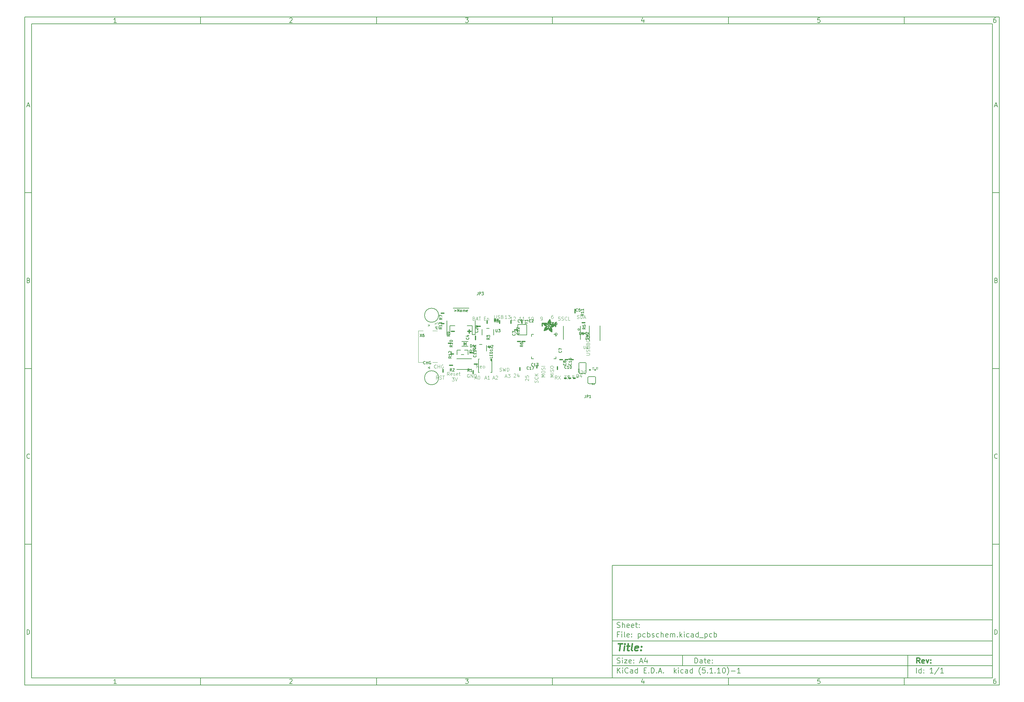
<source format=gbr>
%TF.GenerationSoftware,KiCad,Pcbnew,(5.1.10)-1*%
%TF.CreationDate,2021-10-04T17:28:05-07:00*%
%TF.ProjectId,pcbschem,70636273-6368-4656-9d2e-6b696361645f,rev?*%
%TF.SameCoordinates,Original*%
%TF.FileFunction,Legend,Top*%
%TF.FilePolarity,Positive*%
%FSLAX46Y46*%
G04 Gerber Fmt 4.6, Leading zero omitted, Abs format (unit mm)*
G04 Created by KiCad (PCBNEW (5.1.10)-1) date 2021-10-04 17:28:05*
%MOMM*%
%LPD*%
G01*
G04 APERTURE LIST*
%ADD10C,0.100000*%
%ADD11C,0.150000*%
%ADD12C,0.300000*%
%ADD13C,0.400000*%
%ADD14C,0.121920*%
%ADD15C,0.381000*%
%ADD16C,0.152400*%
%ADD17C,0.304800*%
%ADD18C,0.203200*%
%ADD19C,0.127000*%
%ADD20C,0.101600*%
%ADD21C,0.138988*%
%ADD22C,0.032512*%
%ADD23C,0.065024*%
%ADD24C,0.146304*%
G04 APERTURE END LIST*
D10*
D11*
X177002200Y-166007200D02*
X177002200Y-198007200D01*
X285002200Y-198007200D01*
X285002200Y-166007200D01*
X177002200Y-166007200D01*
D10*
D11*
X10000000Y-10000000D02*
X10000000Y-200007200D01*
X287002200Y-200007200D01*
X287002200Y-10000000D01*
X10000000Y-10000000D01*
D10*
D11*
X12000000Y-12000000D02*
X12000000Y-198007200D01*
X285002200Y-198007200D01*
X285002200Y-12000000D01*
X12000000Y-12000000D01*
D10*
D11*
X60000000Y-12000000D02*
X60000000Y-10000000D01*
D10*
D11*
X110000000Y-12000000D02*
X110000000Y-10000000D01*
D10*
D11*
X160000000Y-12000000D02*
X160000000Y-10000000D01*
D10*
D11*
X210000000Y-12000000D02*
X210000000Y-10000000D01*
D10*
D11*
X260000000Y-12000000D02*
X260000000Y-10000000D01*
D10*
D11*
X36065476Y-11588095D02*
X35322619Y-11588095D01*
X35694047Y-11588095D02*
X35694047Y-10288095D01*
X35570238Y-10473809D01*
X35446428Y-10597619D01*
X35322619Y-10659523D01*
D10*
D11*
X85322619Y-10411904D02*
X85384523Y-10350000D01*
X85508333Y-10288095D01*
X85817857Y-10288095D01*
X85941666Y-10350000D01*
X86003571Y-10411904D01*
X86065476Y-10535714D01*
X86065476Y-10659523D01*
X86003571Y-10845238D01*
X85260714Y-11588095D01*
X86065476Y-11588095D01*
D10*
D11*
X135260714Y-10288095D02*
X136065476Y-10288095D01*
X135632142Y-10783333D01*
X135817857Y-10783333D01*
X135941666Y-10845238D01*
X136003571Y-10907142D01*
X136065476Y-11030952D01*
X136065476Y-11340476D01*
X136003571Y-11464285D01*
X135941666Y-11526190D01*
X135817857Y-11588095D01*
X135446428Y-11588095D01*
X135322619Y-11526190D01*
X135260714Y-11464285D01*
D10*
D11*
X185941666Y-10721428D02*
X185941666Y-11588095D01*
X185632142Y-10226190D02*
X185322619Y-11154761D01*
X186127380Y-11154761D01*
D10*
D11*
X236003571Y-10288095D02*
X235384523Y-10288095D01*
X235322619Y-10907142D01*
X235384523Y-10845238D01*
X235508333Y-10783333D01*
X235817857Y-10783333D01*
X235941666Y-10845238D01*
X236003571Y-10907142D01*
X236065476Y-11030952D01*
X236065476Y-11340476D01*
X236003571Y-11464285D01*
X235941666Y-11526190D01*
X235817857Y-11588095D01*
X235508333Y-11588095D01*
X235384523Y-11526190D01*
X235322619Y-11464285D01*
D10*
D11*
X285941666Y-10288095D02*
X285694047Y-10288095D01*
X285570238Y-10350000D01*
X285508333Y-10411904D01*
X285384523Y-10597619D01*
X285322619Y-10845238D01*
X285322619Y-11340476D01*
X285384523Y-11464285D01*
X285446428Y-11526190D01*
X285570238Y-11588095D01*
X285817857Y-11588095D01*
X285941666Y-11526190D01*
X286003571Y-11464285D01*
X286065476Y-11340476D01*
X286065476Y-11030952D01*
X286003571Y-10907142D01*
X285941666Y-10845238D01*
X285817857Y-10783333D01*
X285570238Y-10783333D01*
X285446428Y-10845238D01*
X285384523Y-10907142D01*
X285322619Y-11030952D01*
D10*
D11*
X60000000Y-198007200D02*
X60000000Y-200007200D01*
D10*
D11*
X110000000Y-198007200D02*
X110000000Y-200007200D01*
D10*
D11*
X160000000Y-198007200D02*
X160000000Y-200007200D01*
D10*
D11*
X210000000Y-198007200D02*
X210000000Y-200007200D01*
D10*
D11*
X260000000Y-198007200D02*
X260000000Y-200007200D01*
D10*
D11*
X36065476Y-199595295D02*
X35322619Y-199595295D01*
X35694047Y-199595295D02*
X35694047Y-198295295D01*
X35570238Y-198481009D01*
X35446428Y-198604819D01*
X35322619Y-198666723D01*
D10*
D11*
X85322619Y-198419104D02*
X85384523Y-198357200D01*
X85508333Y-198295295D01*
X85817857Y-198295295D01*
X85941666Y-198357200D01*
X86003571Y-198419104D01*
X86065476Y-198542914D01*
X86065476Y-198666723D01*
X86003571Y-198852438D01*
X85260714Y-199595295D01*
X86065476Y-199595295D01*
D10*
D11*
X135260714Y-198295295D02*
X136065476Y-198295295D01*
X135632142Y-198790533D01*
X135817857Y-198790533D01*
X135941666Y-198852438D01*
X136003571Y-198914342D01*
X136065476Y-199038152D01*
X136065476Y-199347676D01*
X136003571Y-199471485D01*
X135941666Y-199533390D01*
X135817857Y-199595295D01*
X135446428Y-199595295D01*
X135322619Y-199533390D01*
X135260714Y-199471485D01*
D10*
D11*
X185941666Y-198728628D02*
X185941666Y-199595295D01*
X185632142Y-198233390D02*
X185322619Y-199161961D01*
X186127380Y-199161961D01*
D10*
D11*
X236003571Y-198295295D02*
X235384523Y-198295295D01*
X235322619Y-198914342D01*
X235384523Y-198852438D01*
X235508333Y-198790533D01*
X235817857Y-198790533D01*
X235941666Y-198852438D01*
X236003571Y-198914342D01*
X236065476Y-199038152D01*
X236065476Y-199347676D01*
X236003571Y-199471485D01*
X235941666Y-199533390D01*
X235817857Y-199595295D01*
X235508333Y-199595295D01*
X235384523Y-199533390D01*
X235322619Y-199471485D01*
D10*
D11*
X285941666Y-198295295D02*
X285694047Y-198295295D01*
X285570238Y-198357200D01*
X285508333Y-198419104D01*
X285384523Y-198604819D01*
X285322619Y-198852438D01*
X285322619Y-199347676D01*
X285384523Y-199471485D01*
X285446428Y-199533390D01*
X285570238Y-199595295D01*
X285817857Y-199595295D01*
X285941666Y-199533390D01*
X286003571Y-199471485D01*
X286065476Y-199347676D01*
X286065476Y-199038152D01*
X286003571Y-198914342D01*
X285941666Y-198852438D01*
X285817857Y-198790533D01*
X285570238Y-198790533D01*
X285446428Y-198852438D01*
X285384523Y-198914342D01*
X285322619Y-199038152D01*
D10*
D11*
X10000000Y-60000000D02*
X12000000Y-60000000D01*
D10*
D11*
X10000000Y-110000000D02*
X12000000Y-110000000D01*
D10*
D11*
X10000000Y-160000000D02*
X12000000Y-160000000D01*
D10*
D11*
X10690476Y-35216666D02*
X11309523Y-35216666D01*
X10566666Y-35588095D02*
X11000000Y-34288095D01*
X11433333Y-35588095D01*
D10*
D11*
X11092857Y-84907142D02*
X11278571Y-84969047D01*
X11340476Y-85030952D01*
X11402380Y-85154761D01*
X11402380Y-85340476D01*
X11340476Y-85464285D01*
X11278571Y-85526190D01*
X11154761Y-85588095D01*
X10659523Y-85588095D01*
X10659523Y-84288095D01*
X11092857Y-84288095D01*
X11216666Y-84350000D01*
X11278571Y-84411904D01*
X11340476Y-84535714D01*
X11340476Y-84659523D01*
X11278571Y-84783333D01*
X11216666Y-84845238D01*
X11092857Y-84907142D01*
X10659523Y-84907142D01*
D10*
D11*
X11402380Y-135464285D02*
X11340476Y-135526190D01*
X11154761Y-135588095D01*
X11030952Y-135588095D01*
X10845238Y-135526190D01*
X10721428Y-135402380D01*
X10659523Y-135278571D01*
X10597619Y-135030952D01*
X10597619Y-134845238D01*
X10659523Y-134597619D01*
X10721428Y-134473809D01*
X10845238Y-134350000D01*
X11030952Y-134288095D01*
X11154761Y-134288095D01*
X11340476Y-134350000D01*
X11402380Y-134411904D01*
D10*
D11*
X10659523Y-185588095D02*
X10659523Y-184288095D01*
X10969047Y-184288095D01*
X11154761Y-184350000D01*
X11278571Y-184473809D01*
X11340476Y-184597619D01*
X11402380Y-184845238D01*
X11402380Y-185030952D01*
X11340476Y-185278571D01*
X11278571Y-185402380D01*
X11154761Y-185526190D01*
X10969047Y-185588095D01*
X10659523Y-185588095D01*
D10*
D11*
X287002200Y-60000000D02*
X285002200Y-60000000D01*
D10*
D11*
X287002200Y-110000000D02*
X285002200Y-110000000D01*
D10*
D11*
X287002200Y-160000000D02*
X285002200Y-160000000D01*
D10*
D11*
X285692676Y-35216666D02*
X286311723Y-35216666D01*
X285568866Y-35588095D02*
X286002200Y-34288095D01*
X286435533Y-35588095D01*
D10*
D11*
X286095057Y-84907142D02*
X286280771Y-84969047D01*
X286342676Y-85030952D01*
X286404580Y-85154761D01*
X286404580Y-85340476D01*
X286342676Y-85464285D01*
X286280771Y-85526190D01*
X286156961Y-85588095D01*
X285661723Y-85588095D01*
X285661723Y-84288095D01*
X286095057Y-84288095D01*
X286218866Y-84350000D01*
X286280771Y-84411904D01*
X286342676Y-84535714D01*
X286342676Y-84659523D01*
X286280771Y-84783333D01*
X286218866Y-84845238D01*
X286095057Y-84907142D01*
X285661723Y-84907142D01*
D10*
D11*
X286404580Y-135464285D02*
X286342676Y-135526190D01*
X286156961Y-135588095D01*
X286033152Y-135588095D01*
X285847438Y-135526190D01*
X285723628Y-135402380D01*
X285661723Y-135278571D01*
X285599819Y-135030952D01*
X285599819Y-134845238D01*
X285661723Y-134597619D01*
X285723628Y-134473809D01*
X285847438Y-134350000D01*
X286033152Y-134288095D01*
X286156961Y-134288095D01*
X286342676Y-134350000D01*
X286404580Y-134411904D01*
D10*
D11*
X285661723Y-185588095D02*
X285661723Y-184288095D01*
X285971247Y-184288095D01*
X286156961Y-184350000D01*
X286280771Y-184473809D01*
X286342676Y-184597619D01*
X286404580Y-184845238D01*
X286404580Y-185030952D01*
X286342676Y-185278571D01*
X286280771Y-185402380D01*
X286156961Y-185526190D01*
X285971247Y-185588095D01*
X285661723Y-185588095D01*
D10*
D11*
X200434342Y-193785771D02*
X200434342Y-192285771D01*
X200791485Y-192285771D01*
X201005771Y-192357200D01*
X201148628Y-192500057D01*
X201220057Y-192642914D01*
X201291485Y-192928628D01*
X201291485Y-193142914D01*
X201220057Y-193428628D01*
X201148628Y-193571485D01*
X201005771Y-193714342D01*
X200791485Y-193785771D01*
X200434342Y-193785771D01*
X202577200Y-193785771D02*
X202577200Y-193000057D01*
X202505771Y-192857200D01*
X202362914Y-192785771D01*
X202077200Y-192785771D01*
X201934342Y-192857200D01*
X202577200Y-193714342D02*
X202434342Y-193785771D01*
X202077200Y-193785771D01*
X201934342Y-193714342D01*
X201862914Y-193571485D01*
X201862914Y-193428628D01*
X201934342Y-193285771D01*
X202077200Y-193214342D01*
X202434342Y-193214342D01*
X202577200Y-193142914D01*
X203077200Y-192785771D02*
X203648628Y-192785771D01*
X203291485Y-192285771D02*
X203291485Y-193571485D01*
X203362914Y-193714342D01*
X203505771Y-193785771D01*
X203648628Y-193785771D01*
X204720057Y-193714342D02*
X204577200Y-193785771D01*
X204291485Y-193785771D01*
X204148628Y-193714342D01*
X204077200Y-193571485D01*
X204077200Y-193000057D01*
X204148628Y-192857200D01*
X204291485Y-192785771D01*
X204577200Y-192785771D01*
X204720057Y-192857200D01*
X204791485Y-193000057D01*
X204791485Y-193142914D01*
X204077200Y-193285771D01*
X205434342Y-193642914D02*
X205505771Y-193714342D01*
X205434342Y-193785771D01*
X205362914Y-193714342D01*
X205434342Y-193642914D01*
X205434342Y-193785771D01*
X205434342Y-192857200D02*
X205505771Y-192928628D01*
X205434342Y-193000057D01*
X205362914Y-192928628D01*
X205434342Y-192857200D01*
X205434342Y-193000057D01*
D10*
D11*
X177002200Y-194507200D02*
X285002200Y-194507200D01*
D10*
D11*
X178434342Y-196585771D02*
X178434342Y-195085771D01*
X179291485Y-196585771D02*
X178648628Y-195728628D01*
X179291485Y-195085771D02*
X178434342Y-195942914D01*
X179934342Y-196585771D02*
X179934342Y-195585771D01*
X179934342Y-195085771D02*
X179862914Y-195157200D01*
X179934342Y-195228628D01*
X180005771Y-195157200D01*
X179934342Y-195085771D01*
X179934342Y-195228628D01*
X181505771Y-196442914D02*
X181434342Y-196514342D01*
X181220057Y-196585771D01*
X181077200Y-196585771D01*
X180862914Y-196514342D01*
X180720057Y-196371485D01*
X180648628Y-196228628D01*
X180577200Y-195942914D01*
X180577200Y-195728628D01*
X180648628Y-195442914D01*
X180720057Y-195300057D01*
X180862914Y-195157200D01*
X181077200Y-195085771D01*
X181220057Y-195085771D01*
X181434342Y-195157200D01*
X181505771Y-195228628D01*
X182791485Y-196585771D02*
X182791485Y-195800057D01*
X182720057Y-195657200D01*
X182577200Y-195585771D01*
X182291485Y-195585771D01*
X182148628Y-195657200D01*
X182791485Y-196514342D02*
X182648628Y-196585771D01*
X182291485Y-196585771D01*
X182148628Y-196514342D01*
X182077200Y-196371485D01*
X182077200Y-196228628D01*
X182148628Y-196085771D01*
X182291485Y-196014342D01*
X182648628Y-196014342D01*
X182791485Y-195942914D01*
X184148628Y-196585771D02*
X184148628Y-195085771D01*
X184148628Y-196514342D02*
X184005771Y-196585771D01*
X183720057Y-196585771D01*
X183577200Y-196514342D01*
X183505771Y-196442914D01*
X183434342Y-196300057D01*
X183434342Y-195871485D01*
X183505771Y-195728628D01*
X183577200Y-195657200D01*
X183720057Y-195585771D01*
X184005771Y-195585771D01*
X184148628Y-195657200D01*
X186005771Y-195800057D02*
X186505771Y-195800057D01*
X186720057Y-196585771D02*
X186005771Y-196585771D01*
X186005771Y-195085771D01*
X186720057Y-195085771D01*
X187362914Y-196442914D02*
X187434342Y-196514342D01*
X187362914Y-196585771D01*
X187291485Y-196514342D01*
X187362914Y-196442914D01*
X187362914Y-196585771D01*
X188077200Y-196585771D02*
X188077200Y-195085771D01*
X188434342Y-195085771D01*
X188648628Y-195157200D01*
X188791485Y-195300057D01*
X188862914Y-195442914D01*
X188934342Y-195728628D01*
X188934342Y-195942914D01*
X188862914Y-196228628D01*
X188791485Y-196371485D01*
X188648628Y-196514342D01*
X188434342Y-196585771D01*
X188077200Y-196585771D01*
X189577200Y-196442914D02*
X189648628Y-196514342D01*
X189577200Y-196585771D01*
X189505771Y-196514342D01*
X189577200Y-196442914D01*
X189577200Y-196585771D01*
X190220057Y-196157200D02*
X190934342Y-196157200D01*
X190077200Y-196585771D02*
X190577200Y-195085771D01*
X191077200Y-196585771D01*
X191577200Y-196442914D02*
X191648628Y-196514342D01*
X191577200Y-196585771D01*
X191505771Y-196514342D01*
X191577200Y-196442914D01*
X191577200Y-196585771D01*
X194577200Y-196585771D02*
X194577200Y-195085771D01*
X194720057Y-196014342D02*
X195148628Y-196585771D01*
X195148628Y-195585771D02*
X194577200Y-196157200D01*
X195791485Y-196585771D02*
X195791485Y-195585771D01*
X195791485Y-195085771D02*
X195720057Y-195157200D01*
X195791485Y-195228628D01*
X195862914Y-195157200D01*
X195791485Y-195085771D01*
X195791485Y-195228628D01*
X197148628Y-196514342D02*
X197005771Y-196585771D01*
X196720057Y-196585771D01*
X196577200Y-196514342D01*
X196505771Y-196442914D01*
X196434342Y-196300057D01*
X196434342Y-195871485D01*
X196505771Y-195728628D01*
X196577200Y-195657200D01*
X196720057Y-195585771D01*
X197005771Y-195585771D01*
X197148628Y-195657200D01*
X198434342Y-196585771D02*
X198434342Y-195800057D01*
X198362914Y-195657200D01*
X198220057Y-195585771D01*
X197934342Y-195585771D01*
X197791485Y-195657200D01*
X198434342Y-196514342D02*
X198291485Y-196585771D01*
X197934342Y-196585771D01*
X197791485Y-196514342D01*
X197720057Y-196371485D01*
X197720057Y-196228628D01*
X197791485Y-196085771D01*
X197934342Y-196014342D01*
X198291485Y-196014342D01*
X198434342Y-195942914D01*
X199791485Y-196585771D02*
X199791485Y-195085771D01*
X199791485Y-196514342D02*
X199648628Y-196585771D01*
X199362914Y-196585771D01*
X199220057Y-196514342D01*
X199148628Y-196442914D01*
X199077200Y-196300057D01*
X199077200Y-195871485D01*
X199148628Y-195728628D01*
X199220057Y-195657200D01*
X199362914Y-195585771D01*
X199648628Y-195585771D01*
X199791485Y-195657200D01*
X202077200Y-197157200D02*
X202005771Y-197085771D01*
X201862914Y-196871485D01*
X201791485Y-196728628D01*
X201720057Y-196514342D01*
X201648628Y-196157200D01*
X201648628Y-195871485D01*
X201720057Y-195514342D01*
X201791485Y-195300057D01*
X201862914Y-195157200D01*
X202005771Y-194942914D01*
X202077200Y-194871485D01*
X203362914Y-195085771D02*
X202648628Y-195085771D01*
X202577200Y-195800057D01*
X202648628Y-195728628D01*
X202791485Y-195657200D01*
X203148628Y-195657200D01*
X203291485Y-195728628D01*
X203362914Y-195800057D01*
X203434342Y-195942914D01*
X203434342Y-196300057D01*
X203362914Y-196442914D01*
X203291485Y-196514342D01*
X203148628Y-196585771D01*
X202791485Y-196585771D01*
X202648628Y-196514342D01*
X202577200Y-196442914D01*
X204077200Y-196442914D02*
X204148628Y-196514342D01*
X204077200Y-196585771D01*
X204005771Y-196514342D01*
X204077200Y-196442914D01*
X204077200Y-196585771D01*
X205577200Y-196585771D02*
X204720057Y-196585771D01*
X205148628Y-196585771D02*
X205148628Y-195085771D01*
X205005771Y-195300057D01*
X204862914Y-195442914D01*
X204720057Y-195514342D01*
X206220057Y-196442914D02*
X206291485Y-196514342D01*
X206220057Y-196585771D01*
X206148628Y-196514342D01*
X206220057Y-196442914D01*
X206220057Y-196585771D01*
X207720057Y-196585771D02*
X206862914Y-196585771D01*
X207291485Y-196585771D02*
X207291485Y-195085771D01*
X207148628Y-195300057D01*
X207005771Y-195442914D01*
X206862914Y-195514342D01*
X208648628Y-195085771D02*
X208791485Y-195085771D01*
X208934342Y-195157200D01*
X209005771Y-195228628D01*
X209077200Y-195371485D01*
X209148628Y-195657200D01*
X209148628Y-196014342D01*
X209077200Y-196300057D01*
X209005771Y-196442914D01*
X208934342Y-196514342D01*
X208791485Y-196585771D01*
X208648628Y-196585771D01*
X208505771Y-196514342D01*
X208434342Y-196442914D01*
X208362914Y-196300057D01*
X208291485Y-196014342D01*
X208291485Y-195657200D01*
X208362914Y-195371485D01*
X208434342Y-195228628D01*
X208505771Y-195157200D01*
X208648628Y-195085771D01*
X209648628Y-197157200D02*
X209720057Y-197085771D01*
X209862914Y-196871485D01*
X209934342Y-196728628D01*
X210005771Y-196514342D01*
X210077200Y-196157200D01*
X210077200Y-195871485D01*
X210005771Y-195514342D01*
X209934342Y-195300057D01*
X209862914Y-195157200D01*
X209720057Y-194942914D01*
X209648628Y-194871485D01*
X210791485Y-196014342D02*
X211934342Y-196014342D01*
X213434342Y-196585771D02*
X212577200Y-196585771D01*
X213005771Y-196585771D02*
X213005771Y-195085771D01*
X212862914Y-195300057D01*
X212720057Y-195442914D01*
X212577200Y-195514342D01*
D10*
D11*
X177002200Y-191507200D02*
X285002200Y-191507200D01*
D10*
D12*
X264411485Y-193785771D02*
X263911485Y-193071485D01*
X263554342Y-193785771D02*
X263554342Y-192285771D01*
X264125771Y-192285771D01*
X264268628Y-192357200D01*
X264340057Y-192428628D01*
X264411485Y-192571485D01*
X264411485Y-192785771D01*
X264340057Y-192928628D01*
X264268628Y-193000057D01*
X264125771Y-193071485D01*
X263554342Y-193071485D01*
X265625771Y-193714342D02*
X265482914Y-193785771D01*
X265197200Y-193785771D01*
X265054342Y-193714342D01*
X264982914Y-193571485D01*
X264982914Y-193000057D01*
X265054342Y-192857200D01*
X265197200Y-192785771D01*
X265482914Y-192785771D01*
X265625771Y-192857200D01*
X265697200Y-193000057D01*
X265697200Y-193142914D01*
X264982914Y-193285771D01*
X266197200Y-192785771D02*
X266554342Y-193785771D01*
X266911485Y-192785771D01*
X267482914Y-193642914D02*
X267554342Y-193714342D01*
X267482914Y-193785771D01*
X267411485Y-193714342D01*
X267482914Y-193642914D01*
X267482914Y-193785771D01*
X267482914Y-192857200D02*
X267554342Y-192928628D01*
X267482914Y-193000057D01*
X267411485Y-192928628D01*
X267482914Y-192857200D01*
X267482914Y-193000057D01*
D10*
D11*
X178362914Y-193714342D02*
X178577200Y-193785771D01*
X178934342Y-193785771D01*
X179077200Y-193714342D01*
X179148628Y-193642914D01*
X179220057Y-193500057D01*
X179220057Y-193357200D01*
X179148628Y-193214342D01*
X179077200Y-193142914D01*
X178934342Y-193071485D01*
X178648628Y-193000057D01*
X178505771Y-192928628D01*
X178434342Y-192857200D01*
X178362914Y-192714342D01*
X178362914Y-192571485D01*
X178434342Y-192428628D01*
X178505771Y-192357200D01*
X178648628Y-192285771D01*
X179005771Y-192285771D01*
X179220057Y-192357200D01*
X179862914Y-193785771D02*
X179862914Y-192785771D01*
X179862914Y-192285771D02*
X179791485Y-192357200D01*
X179862914Y-192428628D01*
X179934342Y-192357200D01*
X179862914Y-192285771D01*
X179862914Y-192428628D01*
X180434342Y-192785771D02*
X181220057Y-192785771D01*
X180434342Y-193785771D01*
X181220057Y-193785771D01*
X182362914Y-193714342D02*
X182220057Y-193785771D01*
X181934342Y-193785771D01*
X181791485Y-193714342D01*
X181720057Y-193571485D01*
X181720057Y-193000057D01*
X181791485Y-192857200D01*
X181934342Y-192785771D01*
X182220057Y-192785771D01*
X182362914Y-192857200D01*
X182434342Y-193000057D01*
X182434342Y-193142914D01*
X181720057Y-193285771D01*
X183077200Y-193642914D02*
X183148628Y-193714342D01*
X183077200Y-193785771D01*
X183005771Y-193714342D01*
X183077200Y-193642914D01*
X183077200Y-193785771D01*
X183077200Y-192857200D02*
X183148628Y-192928628D01*
X183077200Y-193000057D01*
X183005771Y-192928628D01*
X183077200Y-192857200D01*
X183077200Y-193000057D01*
X184862914Y-193357200D02*
X185577200Y-193357200D01*
X184720057Y-193785771D02*
X185220057Y-192285771D01*
X185720057Y-193785771D01*
X186862914Y-192785771D02*
X186862914Y-193785771D01*
X186505771Y-192214342D02*
X186148628Y-193285771D01*
X187077200Y-193285771D01*
D10*
D11*
X263434342Y-196585771D02*
X263434342Y-195085771D01*
X264791485Y-196585771D02*
X264791485Y-195085771D01*
X264791485Y-196514342D02*
X264648628Y-196585771D01*
X264362914Y-196585771D01*
X264220057Y-196514342D01*
X264148628Y-196442914D01*
X264077200Y-196300057D01*
X264077200Y-195871485D01*
X264148628Y-195728628D01*
X264220057Y-195657200D01*
X264362914Y-195585771D01*
X264648628Y-195585771D01*
X264791485Y-195657200D01*
X265505771Y-196442914D02*
X265577200Y-196514342D01*
X265505771Y-196585771D01*
X265434342Y-196514342D01*
X265505771Y-196442914D01*
X265505771Y-196585771D01*
X265505771Y-195657200D02*
X265577200Y-195728628D01*
X265505771Y-195800057D01*
X265434342Y-195728628D01*
X265505771Y-195657200D01*
X265505771Y-195800057D01*
X268148628Y-196585771D02*
X267291485Y-196585771D01*
X267720057Y-196585771D02*
X267720057Y-195085771D01*
X267577200Y-195300057D01*
X267434342Y-195442914D01*
X267291485Y-195514342D01*
X269862914Y-195014342D02*
X268577200Y-196942914D01*
X271148628Y-196585771D02*
X270291485Y-196585771D01*
X270720057Y-196585771D02*
X270720057Y-195085771D01*
X270577200Y-195300057D01*
X270434342Y-195442914D01*
X270291485Y-195514342D01*
D10*
D11*
X177002200Y-187507200D02*
X285002200Y-187507200D01*
D10*
D13*
X178714580Y-188211961D02*
X179857438Y-188211961D01*
X179036009Y-190211961D02*
X179286009Y-188211961D01*
X180274104Y-190211961D02*
X180440771Y-188878628D01*
X180524104Y-188211961D02*
X180416961Y-188307200D01*
X180500295Y-188402438D01*
X180607438Y-188307200D01*
X180524104Y-188211961D01*
X180500295Y-188402438D01*
X181107438Y-188878628D02*
X181869342Y-188878628D01*
X181476485Y-188211961D02*
X181262200Y-189926247D01*
X181333628Y-190116723D01*
X181512200Y-190211961D01*
X181702676Y-190211961D01*
X182655057Y-190211961D02*
X182476485Y-190116723D01*
X182405057Y-189926247D01*
X182619342Y-188211961D01*
X184190771Y-190116723D02*
X183988390Y-190211961D01*
X183607438Y-190211961D01*
X183428866Y-190116723D01*
X183357438Y-189926247D01*
X183452676Y-189164342D01*
X183571723Y-188973866D01*
X183774104Y-188878628D01*
X184155057Y-188878628D01*
X184333628Y-188973866D01*
X184405057Y-189164342D01*
X184381247Y-189354819D01*
X183405057Y-189545295D01*
X185155057Y-190021485D02*
X185238390Y-190116723D01*
X185131247Y-190211961D01*
X185047914Y-190116723D01*
X185155057Y-190021485D01*
X185131247Y-190211961D01*
X185286009Y-188973866D02*
X185369342Y-189069104D01*
X185262200Y-189164342D01*
X185178866Y-189069104D01*
X185286009Y-188973866D01*
X185262200Y-189164342D01*
D10*
D11*
X178934342Y-185600057D02*
X178434342Y-185600057D01*
X178434342Y-186385771D02*
X178434342Y-184885771D01*
X179148628Y-184885771D01*
X179720057Y-186385771D02*
X179720057Y-185385771D01*
X179720057Y-184885771D02*
X179648628Y-184957200D01*
X179720057Y-185028628D01*
X179791485Y-184957200D01*
X179720057Y-184885771D01*
X179720057Y-185028628D01*
X180648628Y-186385771D02*
X180505771Y-186314342D01*
X180434342Y-186171485D01*
X180434342Y-184885771D01*
X181791485Y-186314342D02*
X181648628Y-186385771D01*
X181362914Y-186385771D01*
X181220057Y-186314342D01*
X181148628Y-186171485D01*
X181148628Y-185600057D01*
X181220057Y-185457200D01*
X181362914Y-185385771D01*
X181648628Y-185385771D01*
X181791485Y-185457200D01*
X181862914Y-185600057D01*
X181862914Y-185742914D01*
X181148628Y-185885771D01*
X182505771Y-186242914D02*
X182577200Y-186314342D01*
X182505771Y-186385771D01*
X182434342Y-186314342D01*
X182505771Y-186242914D01*
X182505771Y-186385771D01*
X182505771Y-185457200D02*
X182577200Y-185528628D01*
X182505771Y-185600057D01*
X182434342Y-185528628D01*
X182505771Y-185457200D01*
X182505771Y-185600057D01*
X184362914Y-185385771D02*
X184362914Y-186885771D01*
X184362914Y-185457200D02*
X184505771Y-185385771D01*
X184791485Y-185385771D01*
X184934342Y-185457200D01*
X185005771Y-185528628D01*
X185077200Y-185671485D01*
X185077200Y-186100057D01*
X185005771Y-186242914D01*
X184934342Y-186314342D01*
X184791485Y-186385771D01*
X184505771Y-186385771D01*
X184362914Y-186314342D01*
X186362914Y-186314342D02*
X186220057Y-186385771D01*
X185934342Y-186385771D01*
X185791485Y-186314342D01*
X185720057Y-186242914D01*
X185648628Y-186100057D01*
X185648628Y-185671485D01*
X185720057Y-185528628D01*
X185791485Y-185457200D01*
X185934342Y-185385771D01*
X186220057Y-185385771D01*
X186362914Y-185457200D01*
X187005771Y-186385771D02*
X187005771Y-184885771D01*
X187005771Y-185457200D02*
X187148628Y-185385771D01*
X187434342Y-185385771D01*
X187577200Y-185457200D01*
X187648628Y-185528628D01*
X187720057Y-185671485D01*
X187720057Y-186100057D01*
X187648628Y-186242914D01*
X187577200Y-186314342D01*
X187434342Y-186385771D01*
X187148628Y-186385771D01*
X187005771Y-186314342D01*
X188291485Y-186314342D02*
X188434342Y-186385771D01*
X188720057Y-186385771D01*
X188862914Y-186314342D01*
X188934342Y-186171485D01*
X188934342Y-186100057D01*
X188862914Y-185957200D01*
X188720057Y-185885771D01*
X188505771Y-185885771D01*
X188362914Y-185814342D01*
X188291485Y-185671485D01*
X188291485Y-185600057D01*
X188362914Y-185457200D01*
X188505771Y-185385771D01*
X188720057Y-185385771D01*
X188862914Y-185457200D01*
X190220057Y-186314342D02*
X190077200Y-186385771D01*
X189791485Y-186385771D01*
X189648628Y-186314342D01*
X189577200Y-186242914D01*
X189505771Y-186100057D01*
X189505771Y-185671485D01*
X189577200Y-185528628D01*
X189648628Y-185457200D01*
X189791485Y-185385771D01*
X190077200Y-185385771D01*
X190220057Y-185457200D01*
X190862914Y-186385771D02*
X190862914Y-184885771D01*
X191505771Y-186385771D02*
X191505771Y-185600057D01*
X191434342Y-185457200D01*
X191291485Y-185385771D01*
X191077200Y-185385771D01*
X190934342Y-185457200D01*
X190862914Y-185528628D01*
X192791485Y-186314342D02*
X192648628Y-186385771D01*
X192362914Y-186385771D01*
X192220057Y-186314342D01*
X192148628Y-186171485D01*
X192148628Y-185600057D01*
X192220057Y-185457200D01*
X192362914Y-185385771D01*
X192648628Y-185385771D01*
X192791485Y-185457200D01*
X192862914Y-185600057D01*
X192862914Y-185742914D01*
X192148628Y-185885771D01*
X193505771Y-186385771D02*
X193505771Y-185385771D01*
X193505771Y-185528628D02*
X193577200Y-185457200D01*
X193720057Y-185385771D01*
X193934342Y-185385771D01*
X194077200Y-185457200D01*
X194148628Y-185600057D01*
X194148628Y-186385771D01*
X194148628Y-185600057D02*
X194220057Y-185457200D01*
X194362914Y-185385771D01*
X194577200Y-185385771D01*
X194720057Y-185457200D01*
X194791485Y-185600057D01*
X194791485Y-186385771D01*
X195505771Y-186242914D02*
X195577200Y-186314342D01*
X195505771Y-186385771D01*
X195434342Y-186314342D01*
X195505771Y-186242914D01*
X195505771Y-186385771D01*
X196220057Y-186385771D02*
X196220057Y-184885771D01*
X196362914Y-185814342D02*
X196791485Y-186385771D01*
X196791485Y-185385771D02*
X196220057Y-185957200D01*
X197434342Y-186385771D02*
X197434342Y-185385771D01*
X197434342Y-184885771D02*
X197362914Y-184957200D01*
X197434342Y-185028628D01*
X197505771Y-184957200D01*
X197434342Y-184885771D01*
X197434342Y-185028628D01*
X198791485Y-186314342D02*
X198648628Y-186385771D01*
X198362914Y-186385771D01*
X198220057Y-186314342D01*
X198148628Y-186242914D01*
X198077200Y-186100057D01*
X198077200Y-185671485D01*
X198148628Y-185528628D01*
X198220057Y-185457200D01*
X198362914Y-185385771D01*
X198648628Y-185385771D01*
X198791485Y-185457200D01*
X200077200Y-186385771D02*
X200077200Y-185600057D01*
X200005771Y-185457200D01*
X199862914Y-185385771D01*
X199577200Y-185385771D01*
X199434342Y-185457200D01*
X200077200Y-186314342D02*
X199934342Y-186385771D01*
X199577200Y-186385771D01*
X199434342Y-186314342D01*
X199362914Y-186171485D01*
X199362914Y-186028628D01*
X199434342Y-185885771D01*
X199577200Y-185814342D01*
X199934342Y-185814342D01*
X200077200Y-185742914D01*
X201434342Y-186385771D02*
X201434342Y-184885771D01*
X201434342Y-186314342D02*
X201291485Y-186385771D01*
X201005771Y-186385771D01*
X200862914Y-186314342D01*
X200791485Y-186242914D01*
X200720057Y-186100057D01*
X200720057Y-185671485D01*
X200791485Y-185528628D01*
X200862914Y-185457200D01*
X201005771Y-185385771D01*
X201291485Y-185385771D01*
X201434342Y-185457200D01*
X201791485Y-186528628D02*
X202934342Y-186528628D01*
X203291485Y-185385771D02*
X203291485Y-186885771D01*
X203291485Y-185457200D02*
X203434342Y-185385771D01*
X203720057Y-185385771D01*
X203862914Y-185457200D01*
X203934342Y-185528628D01*
X204005771Y-185671485D01*
X204005771Y-186100057D01*
X203934342Y-186242914D01*
X203862914Y-186314342D01*
X203720057Y-186385771D01*
X203434342Y-186385771D01*
X203291485Y-186314342D01*
X205291485Y-186314342D02*
X205148628Y-186385771D01*
X204862914Y-186385771D01*
X204720057Y-186314342D01*
X204648628Y-186242914D01*
X204577200Y-186100057D01*
X204577200Y-185671485D01*
X204648628Y-185528628D01*
X204720057Y-185457200D01*
X204862914Y-185385771D01*
X205148628Y-185385771D01*
X205291485Y-185457200D01*
X205934342Y-186385771D02*
X205934342Y-184885771D01*
X205934342Y-185457200D02*
X206077200Y-185385771D01*
X206362914Y-185385771D01*
X206505771Y-185457200D01*
X206577200Y-185528628D01*
X206648628Y-185671485D01*
X206648628Y-186100057D01*
X206577200Y-186242914D01*
X206505771Y-186314342D01*
X206362914Y-186385771D01*
X206077200Y-186385771D01*
X205934342Y-186314342D01*
D10*
D11*
X177002200Y-181507200D02*
X285002200Y-181507200D01*
D10*
D11*
X178362914Y-183614342D02*
X178577200Y-183685771D01*
X178934342Y-183685771D01*
X179077200Y-183614342D01*
X179148628Y-183542914D01*
X179220057Y-183400057D01*
X179220057Y-183257200D01*
X179148628Y-183114342D01*
X179077200Y-183042914D01*
X178934342Y-182971485D01*
X178648628Y-182900057D01*
X178505771Y-182828628D01*
X178434342Y-182757200D01*
X178362914Y-182614342D01*
X178362914Y-182471485D01*
X178434342Y-182328628D01*
X178505771Y-182257200D01*
X178648628Y-182185771D01*
X179005771Y-182185771D01*
X179220057Y-182257200D01*
X179862914Y-183685771D02*
X179862914Y-182185771D01*
X180505771Y-183685771D02*
X180505771Y-182900057D01*
X180434342Y-182757200D01*
X180291485Y-182685771D01*
X180077200Y-182685771D01*
X179934342Y-182757200D01*
X179862914Y-182828628D01*
X181791485Y-183614342D02*
X181648628Y-183685771D01*
X181362914Y-183685771D01*
X181220057Y-183614342D01*
X181148628Y-183471485D01*
X181148628Y-182900057D01*
X181220057Y-182757200D01*
X181362914Y-182685771D01*
X181648628Y-182685771D01*
X181791485Y-182757200D01*
X181862914Y-182900057D01*
X181862914Y-183042914D01*
X181148628Y-183185771D01*
X183077200Y-183614342D02*
X182934342Y-183685771D01*
X182648628Y-183685771D01*
X182505771Y-183614342D01*
X182434342Y-183471485D01*
X182434342Y-182900057D01*
X182505771Y-182757200D01*
X182648628Y-182685771D01*
X182934342Y-182685771D01*
X183077200Y-182757200D01*
X183148628Y-182900057D01*
X183148628Y-183042914D01*
X182434342Y-183185771D01*
X183577200Y-182685771D02*
X184148628Y-182685771D01*
X183791485Y-182185771D02*
X183791485Y-183471485D01*
X183862914Y-183614342D01*
X184005771Y-183685771D01*
X184148628Y-183685771D01*
X184648628Y-183542914D02*
X184720057Y-183614342D01*
X184648628Y-183685771D01*
X184577200Y-183614342D01*
X184648628Y-183542914D01*
X184648628Y-183685771D01*
X184648628Y-182757200D02*
X184720057Y-182828628D01*
X184648628Y-182900057D01*
X184577200Y-182828628D01*
X184648628Y-182757200D01*
X184648628Y-182900057D01*
D10*
D11*
X197002200Y-191507200D02*
X197002200Y-194507200D01*
D10*
D11*
X261002200Y-191507200D02*
X261002200Y-198007200D01*
D14*
X167605504Y-111574338D02*
X167605504Y-110609138D01*
X168019161Y-110701061D02*
X168065123Y-110655100D01*
X168157047Y-110609138D01*
X168386856Y-110609138D01*
X168478780Y-110655100D01*
X168524742Y-110701061D01*
X168570704Y-110792985D01*
X168570704Y-110884909D01*
X168524742Y-111022795D01*
X167973199Y-111574338D01*
X168570704Y-111574338D01*
X169535904Y-111482414D02*
X169489942Y-111528376D01*
X169352056Y-111574338D01*
X169260132Y-111574338D01*
X169122247Y-111528376D01*
X169030323Y-111436452D01*
X168984361Y-111344528D01*
X168938399Y-111160680D01*
X168938399Y-111022795D01*
X168984361Y-110838947D01*
X169030323Y-110747023D01*
X169122247Y-110655100D01*
X169260132Y-110609138D01*
X169352056Y-110609138D01*
X169489942Y-110655100D01*
X169535904Y-110701061D01*
X169600638Y-106175652D02*
X170381990Y-106175652D01*
X170473914Y-106129690D01*
X170519876Y-106083728D01*
X170565838Y-105991805D01*
X170565838Y-105807957D01*
X170519876Y-105716033D01*
X170473914Y-105670071D01*
X170381990Y-105624109D01*
X169600638Y-105624109D01*
X170519876Y-105210452D02*
X170565838Y-105072567D01*
X170565838Y-104842757D01*
X170519876Y-104750833D01*
X170473914Y-104704871D01*
X170381990Y-104658909D01*
X170290066Y-104658909D01*
X170198142Y-104704871D01*
X170152180Y-104750833D01*
X170106219Y-104842757D01*
X170060257Y-105026605D01*
X170014295Y-105118528D01*
X169968333Y-105164490D01*
X169876409Y-105210452D01*
X169784485Y-105210452D01*
X169692561Y-105164490D01*
X169646600Y-105118528D01*
X169600638Y-105026605D01*
X169600638Y-104796795D01*
X169646600Y-104658909D01*
X170060257Y-103923519D02*
X170106219Y-103785633D01*
X170152180Y-103739671D01*
X170244104Y-103693709D01*
X170381990Y-103693709D01*
X170473914Y-103739671D01*
X170519876Y-103785633D01*
X170565838Y-103877557D01*
X170565838Y-104245252D01*
X169600638Y-104245252D01*
X169600638Y-103923519D01*
X169646600Y-103831595D01*
X169692561Y-103785633D01*
X169784485Y-103739671D01*
X169876409Y-103739671D01*
X169968333Y-103785633D01*
X170014295Y-103831595D01*
X170060257Y-103923519D01*
X170060257Y-104245252D01*
X170060257Y-102958319D02*
X170106219Y-102820433D01*
X170152180Y-102774471D01*
X170244104Y-102728509D01*
X170381990Y-102728509D01*
X170473914Y-102774471D01*
X170519876Y-102820433D01*
X170565838Y-102912357D01*
X170565838Y-103280052D01*
X169600638Y-103280052D01*
X169600638Y-102958319D01*
X169646600Y-102866395D01*
X169692561Y-102820433D01*
X169784485Y-102774471D01*
X169876409Y-102774471D01*
X169968333Y-102820433D01*
X170014295Y-102866395D01*
X170060257Y-102958319D01*
X170060257Y-103280052D01*
X169600638Y-102131005D02*
X169600638Y-101947157D01*
X169646600Y-101855233D01*
X169738523Y-101763309D01*
X169922371Y-101717348D01*
X170244104Y-101717348D01*
X170427952Y-101763309D01*
X170519876Y-101855233D01*
X170565838Y-101947157D01*
X170565838Y-102131005D01*
X170519876Y-102222928D01*
X170427952Y-102314852D01*
X170244104Y-102360814D01*
X169922371Y-102360814D01*
X169738523Y-102314852D01*
X169646600Y-102222928D01*
X169600638Y-102131005D01*
X169600638Y-101119843D02*
X169600638Y-100935995D01*
X169646600Y-100844071D01*
X169738523Y-100752148D01*
X169922371Y-100706186D01*
X170244104Y-100706186D01*
X170427952Y-100752148D01*
X170519876Y-100844071D01*
X170565838Y-100935995D01*
X170565838Y-101119843D01*
X170519876Y-101211767D01*
X170427952Y-101303690D01*
X170244104Y-101349652D01*
X169922371Y-101349652D01*
X169738523Y-101303690D01*
X169646600Y-101211767D01*
X169600638Y-101119843D01*
X169600638Y-100430414D02*
X169600638Y-99878871D01*
X170565838Y-100154643D02*
X169600638Y-100154643D01*
X127538238Y-97884947D02*
X127538238Y-98436490D01*
X127538238Y-98160719D02*
X126573038Y-98160719D01*
X126710923Y-98252642D01*
X126802847Y-98344566D01*
X126848809Y-98436490D01*
X126573038Y-97563214D02*
X126573038Y-96965709D01*
X126940733Y-97287442D01*
X126940733Y-97149557D01*
X126986695Y-97057633D01*
X127032657Y-97011671D01*
X127124580Y-96965709D01*
X127354390Y-96965709D01*
X127446314Y-97011671D01*
X127492276Y-97057633D01*
X127538238Y-97149557D01*
X127538238Y-97425328D01*
X127492276Y-97517252D01*
X127446314Y-97563214D01*
X147047252Y-95788238D02*
X146495709Y-95788238D01*
X146771480Y-95788238D02*
X146771480Y-94823038D01*
X146679557Y-94960923D01*
X146587633Y-95052847D01*
X146495709Y-95098809D01*
X147368985Y-94823038D02*
X147966490Y-94823038D01*
X147644757Y-95190733D01*
X147782642Y-95190733D01*
X147874566Y-95236695D01*
X147920528Y-95282657D01*
X147966490Y-95374580D01*
X147966490Y-95604390D01*
X147920528Y-95696314D01*
X147874566Y-95742276D01*
X147782642Y-95788238D01*
X147506871Y-95788238D01*
X147414947Y-95742276D01*
X147368985Y-95696314D01*
X149035709Y-111551961D02*
X149081671Y-111506000D01*
X149173595Y-111460038D01*
X149403404Y-111460038D01*
X149495328Y-111506000D01*
X149541290Y-111551961D01*
X149587252Y-111643885D01*
X149587252Y-111735809D01*
X149541290Y-111873695D01*
X148989747Y-112425238D01*
X149587252Y-112425238D01*
X150414566Y-111781771D02*
X150414566Y-112425238D01*
X150184757Y-111414076D02*
X149954947Y-112103504D01*
X150552452Y-112103504D01*
X126983671Y-109793314D02*
X126937709Y-109839276D01*
X126799823Y-109885238D01*
X126707900Y-109885238D01*
X126570014Y-109839276D01*
X126478090Y-109747352D01*
X126432128Y-109655428D01*
X126386166Y-109471580D01*
X126386166Y-109333695D01*
X126432128Y-109149847D01*
X126478090Y-109057923D01*
X126570014Y-108966000D01*
X126707900Y-108920038D01*
X126799823Y-108920038D01*
X126937709Y-108966000D01*
X126983671Y-109011961D01*
X127397328Y-109885238D02*
X127397328Y-108920038D01*
X127397328Y-109379657D02*
X127948871Y-109379657D01*
X127948871Y-109885238D02*
X127948871Y-108920038D01*
X128914071Y-108966000D02*
X128822147Y-108920038D01*
X128684261Y-108920038D01*
X128546376Y-108966000D01*
X128454452Y-109057923D01*
X128408490Y-109149847D01*
X128362528Y-109333695D01*
X128362528Y-109471580D01*
X128408490Y-109655428D01*
X128454452Y-109747352D01*
X128546376Y-109839276D01*
X128684261Y-109885238D01*
X128776185Y-109885238D01*
X128914071Y-109839276D01*
X128960033Y-109793314D01*
X128960033Y-109471580D01*
X128776185Y-109471580D01*
X155851376Y-113971638D02*
X155897338Y-113833752D01*
X155897338Y-113603943D01*
X155851376Y-113512019D01*
X155805414Y-113466057D01*
X155713490Y-113420095D01*
X155621566Y-113420095D01*
X155529642Y-113466057D01*
X155483680Y-113512019D01*
X155437719Y-113603943D01*
X155391757Y-113787790D01*
X155345795Y-113879714D01*
X155299833Y-113925676D01*
X155207909Y-113971638D01*
X155115985Y-113971638D01*
X155024061Y-113925676D01*
X154978100Y-113879714D01*
X154932138Y-113787790D01*
X154932138Y-113557981D01*
X154978100Y-113420095D01*
X155805414Y-112454895D02*
X155851376Y-112500857D01*
X155897338Y-112638743D01*
X155897338Y-112730667D01*
X155851376Y-112868552D01*
X155759452Y-112960476D01*
X155667528Y-113006438D01*
X155483680Y-113052400D01*
X155345795Y-113052400D01*
X155161947Y-113006438D01*
X155070023Y-112960476D01*
X154978100Y-112868552D01*
X154932138Y-112730667D01*
X154932138Y-112638743D01*
X154978100Y-112500857D01*
X155024061Y-112454895D01*
X155897338Y-112041238D02*
X154932138Y-112041238D01*
X155897338Y-111489695D02*
X155345795Y-111903352D01*
X154932138Y-111489695D02*
X155483680Y-112041238D01*
X136335709Y-111633000D02*
X136243785Y-111587038D01*
X136105900Y-111587038D01*
X135968014Y-111633000D01*
X135876090Y-111724923D01*
X135830128Y-111816847D01*
X135784166Y-112000695D01*
X135784166Y-112138580D01*
X135830128Y-112322428D01*
X135876090Y-112414352D01*
X135968014Y-112506276D01*
X136105900Y-112552238D01*
X136197823Y-112552238D01*
X136335709Y-112506276D01*
X136381671Y-112460314D01*
X136381671Y-112138580D01*
X136197823Y-112138580D01*
X136795328Y-112552238D02*
X136795328Y-111587038D01*
X137346871Y-112552238D01*
X137346871Y-111587038D01*
X137806490Y-112552238D02*
X137806490Y-111587038D01*
X138036300Y-111587038D01*
X138174185Y-111633000D01*
X138266109Y-111724923D01*
X138312071Y-111816847D01*
X138358033Y-112000695D01*
X138358033Y-112138580D01*
X138312071Y-112322428D01*
X138266109Y-112414352D01*
X138174185Y-112506276D01*
X138036300Y-112552238D01*
X137806490Y-112552238D01*
X156668385Y-96270838D02*
X156852232Y-96270838D01*
X156944156Y-96224876D01*
X156990118Y-96178914D01*
X157082042Y-96041028D01*
X157128004Y-95857180D01*
X157128004Y-95489485D01*
X157082042Y-95397561D01*
X157036080Y-95351600D01*
X156944156Y-95305638D01*
X156760309Y-95305638D01*
X156668385Y-95351600D01*
X156622423Y-95397561D01*
X156576461Y-95489485D01*
X156576461Y-95719295D01*
X156622423Y-95811219D01*
X156668385Y-95857180D01*
X156760309Y-95903142D01*
X156944156Y-95903142D01*
X157036080Y-95857180D01*
X157082042Y-95811219D01*
X157128004Y-95719295D01*
X162576909Y-96224876D02*
X162714794Y-96270838D01*
X162944604Y-96270838D01*
X163036528Y-96224876D01*
X163082490Y-96178914D01*
X163128452Y-96086990D01*
X163128452Y-95995066D01*
X163082490Y-95903142D01*
X163036528Y-95857180D01*
X162944604Y-95811219D01*
X162760756Y-95765257D01*
X162668832Y-95719295D01*
X162622871Y-95673333D01*
X162576909Y-95581409D01*
X162576909Y-95489485D01*
X162622871Y-95397561D01*
X162668832Y-95351600D01*
X162760756Y-95305638D01*
X162990566Y-95305638D01*
X163128452Y-95351600D01*
X164093652Y-96178914D02*
X164047690Y-96224876D01*
X163909804Y-96270838D01*
X163817880Y-96270838D01*
X163679994Y-96224876D01*
X163588071Y-96132952D01*
X163542109Y-96041028D01*
X163496147Y-95857180D01*
X163496147Y-95719295D01*
X163542109Y-95535447D01*
X163588071Y-95443523D01*
X163679994Y-95351600D01*
X163817880Y-95305638D01*
X163909804Y-95305638D01*
X164047690Y-95351600D01*
X164093652Y-95397561D01*
X164966928Y-96270838D02*
X164507309Y-96270838D01*
X164507309Y-95305638D01*
X160304238Y-112362342D02*
X159339038Y-112362342D01*
X160028466Y-112040609D01*
X159339038Y-111718876D01*
X160304238Y-111718876D01*
X160304238Y-111259257D02*
X159339038Y-111259257D01*
X160258276Y-110845600D02*
X160304238Y-110707714D01*
X160304238Y-110477904D01*
X160258276Y-110385980D01*
X160212314Y-110340019D01*
X160120390Y-110294057D01*
X160028466Y-110294057D01*
X159936542Y-110340019D01*
X159890580Y-110385980D01*
X159844619Y-110477904D01*
X159798657Y-110661752D01*
X159752695Y-110753676D01*
X159706733Y-110799638D01*
X159614809Y-110845600D01*
X159522885Y-110845600D01*
X159430961Y-110799638D01*
X159385000Y-110753676D01*
X159339038Y-110661752D01*
X159339038Y-110431942D01*
X159385000Y-110294057D01*
X159339038Y-109696552D02*
X159339038Y-109512704D01*
X159385000Y-109420780D01*
X159476923Y-109328857D01*
X159660771Y-109282895D01*
X159982504Y-109282895D01*
X160166352Y-109328857D01*
X160258276Y-109420780D01*
X160304238Y-109512704D01*
X160304238Y-109696552D01*
X160258276Y-109788476D01*
X160166352Y-109880400D01*
X159982504Y-109926361D01*
X159660771Y-109926361D01*
X159476923Y-109880400D01*
X159385000Y-109788476D01*
X159339038Y-109696552D01*
X127533375Y-113034838D02*
X127211642Y-112575219D01*
X126981832Y-113034838D02*
X126981832Y-112069638D01*
X127349528Y-112069638D01*
X127441452Y-112115600D01*
X127487413Y-112161561D01*
X127533375Y-112253485D01*
X127533375Y-112391371D01*
X127487413Y-112483295D01*
X127441452Y-112529257D01*
X127349528Y-112575219D01*
X126981832Y-112575219D01*
X127901071Y-112988876D02*
X128038956Y-113034838D01*
X128268766Y-113034838D01*
X128360690Y-112988876D01*
X128406652Y-112942914D01*
X128452613Y-112850990D01*
X128452613Y-112759066D01*
X128406652Y-112667142D01*
X128360690Y-112621180D01*
X128268766Y-112575219D01*
X128084918Y-112529257D01*
X127992994Y-112483295D01*
X127947032Y-112437333D01*
X127901071Y-112345409D01*
X127901071Y-112253485D01*
X127947032Y-112161561D01*
X127992994Y-112115600D01*
X128084918Y-112069638D01*
X128314728Y-112069638D01*
X128452613Y-112115600D01*
X128728385Y-112069638D02*
X129279928Y-112069638D01*
X129004156Y-113034838D02*
X129004156Y-112069638D01*
X137969147Y-112759066D02*
X138428766Y-112759066D01*
X137877223Y-113034838D02*
X138198956Y-112069638D01*
X138520690Y-113034838D01*
X139026271Y-112069638D02*
X139118194Y-112069638D01*
X139210118Y-112115600D01*
X139256080Y-112161561D01*
X139302042Y-112253485D01*
X139348004Y-112437333D01*
X139348004Y-112667142D01*
X139302042Y-112850990D01*
X139256080Y-112942914D01*
X139210118Y-112988876D01*
X139118194Y-113034838D01*
X139026271Y-113034838D01*
X138934347Y-112988876D01*
X138888385Y-112942914D01*
X138842423Y-112850990D01*
X138796461Y-112667142D01*
X138796461Y-112437333D01*
X138842423Y-112253485D01*
X138888385Y-112161561D01*
X138934347Y-112115600D01*
X139026271Y-112069638D01*
X140763147Y-112759066D02*
X141222766Y-112759066D01*
X140671223Y-113034838D02*
X140992956Y-112069638D01*
X141314690Y-113034838D01*
X142142004Y-113034838D02*
X141590461Y-113034838D01*
X141866232Y-113034838D02*
X141866232Y-112069638D01*
X141774309Y-112207523D01*
X141682385Y-112299447D01*
X141590461Y-112345409D01*
X130670880Y-111955338D02*
X130349147Y-111495719D01*
X130119337Y-111955338D02*
X130119337Y-110990138D01*
X130487032Y-110990138D01*
X130578956Y-111036100D01*
X130624918Y-111082061D01*
X130670880Y-111173985D01*
X130670880Y-111311871D01*
X130624918Y-111403795D01*
X130578956Y-111449757D01*
X130487032Y-111495719D01*
X130119337Y-111495719D01*
X131452232Y-111909376D02*
X131360309Y-111955338D01*
X131176461Y-111955338D01*
X131084537Y-111909376D01*
X131038575Y-111817452D01*
X131038575Y-111449757D01*
X131084537Y-111357833D01*
X131176461Y-111311871D01*
X131360309Y-111311871D01*
X131452232Y-111357833D01*
X131498194Y-111449757D01*
X131498194Y-111541680D01*
X131038575Y-111633604D01*
X131865890Y-111909376D02*
X131957813Y-111955338D01*
X132141661Y-111955338D01*
X132233585Y-111909376D01*
X132279547Y-111817452D01*
X132279547Y-111771490D01*
X132233585Y-111679566D01*
X132141661Y-111633604D01*
X132003775Y-111633604D01*
X131911852Y-111587642D01*
X131865890Y-111495719D01*
X131865890Y-111449757D01*
X131911852Y-111357833D01*
X132003775Y-111311871D01*
X132141661Y-111311871D01*
X132233585Y-111357833D01*
X133060899Y-111909376D02*
X132968975Y-111955338D01*
X132785128Y-111955338D01*
X132693204Y-111909376D01*
X132647242Y-111817452D01*
X132647242Y-111449757D01*
X132693204Y-111357833D01*
X132785128Y-111311871D01*
X132968975Y-111311871D01*
X133060899Y-111357833D01*
X133106861Y-111449757D01*
X133106861Y-111541680D01*
X132647242Y-111633604D01*
X133382632Y-111311871D02*
X133750328Y-111311871D01*
X133520518Y-110990138D02*
X133520518Y-111817452D01*
X133566480Y-111909376D01*
X133658404Y-111955338D01*
X133750328Y-111955338D01*
X163369147Y-112069638D02*
X163920690Y-112069638D01*
X163644918Y-113034838D02*
X163644918Y-112069638D01*
X164150499Y-112069638D02*
X164793966Y-113034838D01*
X164793966Y-112069638D02*
X164150499Y-113034838D01*
X145006785Y-110728276D02*
X145144671Y-110774238D01*
X145374480Y-110774238D01*
X145466404Y-110728276D01*
X145512366Y-110682314D01*
X145558328Y-110590390D01*
X145558328Y-110498466D01*
X145512366Y-110406542D01*
X145466404Y-110360580D01*
X145374480Y-110314619D01*
X145190633Y-110268657D01*
X145098709Y-110222695D01*
X145052747Y-110176733D01*
X145006785Y-110084809D01*
X145006785Y-109992885D01*
X145052747Y-109900961D01*
X145098709Y-109855000D01*
X145190633Y-109809038D01*
X145420442Y-109809038D01*
X145558328Y-109855000D01*
X145880061Y-109809038D02*
X146109871Y-110774238D01*
X146293719Y-110084809D01*
X146477566Y-110774238D01*
X146707376Y-109809038D01*
X147075071Y-110774238D02*
X147075071Y-109809038D01*
X147304880Y-109809038D01*
X147442766Y-109855000D01*
X147534690Y-109946923D01*
X147580652Y-110038847D01*
X147626614Y-110222695D01*
X147626614Y-110360580D01*
X147580652Y-110544428D01*
X147534690Y-110636352D01*
X147442766Y-110728276D01*
X147304880Y-110774238D01*
X147075071Y-110774238D01*
X151128766Y-96270838D02*
X150577223Y-96270838D01*
X150852994Y-96270838D02*
X150852994Y-95305638D01*
X150761071Y-95443523D01*
X150669147Y-95535447D01*
X150577223Y-95581409D01*
X152048004Y-96270838D02*
X151496461Y-96270838D01*
X151772232Y-96270838D02*
X151772232Y-95305638D01*
X151680309Y-95443523D01*
X151588385Y-95535447D01*
X151496461Y-95581409D01*
X138408809Y-109859838D02*
X138408809Y-108894638D01*
X138960352Y-109859838D01*
X138960352Y-108894638D01*
X139787666Y-109813876D02*
X139695742Y-109859838D01*
X139511894Y-109859838D01*
X139419971Y-109813876D01*
X139374009Y-109721952D01*
X139374009Y-109354257D01*
X139419971Y-109262333D01*
X139511894Y-109216371D01*
X139695742Y-109216371D01*
X139787666Y-109262333D01*
X139833628Y-109354257D01*
X139833628Y-109446180D01*
X139374009Y-109538104D01*
X140385171Y-109859838D02*
X140293247Y-109813876D01*
X140247285Y-109767914D01*
X140201323Y-109675990D01*
X140201323Y-109400219D01*
X140247285Y-109308295D01*
X140293247Y-109262333D01*
X140385171Y-109216371D01*
X140523056Y-109216371D01*
X140614980Y-109262333D01*
X140660942Y-109308295D01*
X140706904Y-109400219D01*
X140706904Y-109675990D01*
X140660942Y-109767914D01*
X140614980Y-109813876D01*
X140523056Y-109859838D01*
X140385171Y-109859838D01*
X152357061Y-113468476D02*
X152311100Y-113422514D01*
X152265138Y-113330590D01*
X152265138Y-113100781D01*
X152311100Y-113008857D01*
X152357061Y-112962895D01*
X152448985Y-112916933D01*
X152540909Y-112916933D01*
X152678795Y-112962895D01*
X153230338Y-113514438D01*
X153230338Y-112916933D01*
X152265138Y-112043657D02*
X152265138Y-112503276D01*
X152724757Y-112549238D01*
X152678795Y-112503276D01*
X152632833Y-112411352D01*
X152632833Y-112181543D01*
X152678795Y-112089619D01*
X152724757Y-112043657D01*
X152816680Y-111997695D01*
X153046490Y-111997695D01*
X153138414Y-112043657D01*
X153184376Y-112089619D01*
X153230338Y-112181543D01*
X153230338Y-112411352D01*
X153184376Y-112503276D01*
X153138414Y-112549238D01*
X148588766Y-96270838D02*
X148037223Y-96270838D01*
X148312994Y-96270838D02*
X148312994Y-95305638D01*
X148221071Y-95443523D01*
X148129147Y-95535447D01*
X148037223Y-95581409D01*
X148956461Y-95397561D02*
X149002423Y-95351600D01*
X149094347Y-95305638D01*
X149324156Y-95305638D01*
X149416080Y-95351600D01*
X149462042Y-95397561D01*
X149508004Y-95489485D01*
X149508004Y-95581409D01*
X149462042Y-95719295D01*
X148910499Y-96270838D01*
X149508004Y-96270838D01*
X153668766Y-96270838D02*
X153117223Y-96270838D01*
X153392994Y-96270838D02*
X153392994Y-95305638D01*
X153301071Y-95443523D01*
X153209147Y-95535447D01*
X153117223Y-95581409D01*
X154266271Y-95305638D02*
X154358194Y-95305638D01*
X154450118Y-95351600D01*
X154496080Y-95397561D01*
X154542042Y-95489485D01*
X154588004Y-95673333D01*
X154588004Y-95903142D01*
X154542042Y-96086990D01*
X154496080Y-96178914D01*
X154450118Y-96224876D01*
X154358194Y-96270838D01*
X154266271Y-96270838D01*
X154174347Y-96224876D01*
X154128385Y-96178914D01*
X154082423Y-96086990D01*
X154036461Y-95903142D01*
X154036461Y-95673333D01*
X154082423Y-95489485D01*
X154128385Y-95397561D01*
X154174347Y-95351600D01*
X154266271Y-95305638D01*
X131446185Y-112577638D02*
X132043690Y-112577638D01*
X131721956Y-112945333D01*
X131859842Y-112945333D01*
X131951766Y-112991295D01*
X131997728Y-113037257D01*
X132043690Y-113129180D01*
X132043690Y-113358990D01*
X131997728Y-113450914D01*
X131951766Y-113496876D01*
X131859842Y-113542838D01*
X131584071Y-113542838D01*
X131492147Y-113496876D01*
X131446185Y-113450914D01*
X132319461Y-112577638D02*
X132641194Y-113542838D01*
X132962928Y-112577638D01*
X143049147Y-112759066D02*
X143508766Y-112759066D01*
X142957223Y-113034838D02*
X143278956Y-112069638D01*
X143600690Y-113034838D01*
X143876461Y-112161561D02*
X143922423Y-112115600D01*
X144014347Y-112069638D01*
X144244156Y-112069638D01*
X144336080Y-112115600D01*
X144382042Y-112161561D01*
X144428004Y-112253485D01*
X144428004Y-112345409D01*
X144382042Y-112483295D01*
X143830499Y-113034838D01*
X144428004Y-113034838D01*
X160114947Y-94823038D02*
X159931100Y-94823038D01*
X159839176Y-94869000D01*
X159793214Y-94914961D01*
X159701290Y-95052847D01*
X159655328Y-95236695D01*
X159655328Y-95604390D01*
X159701290Y-95696314D01*
X159747252Y-95742276D01*
X159839176Y-95788238D01*
X160023023Y-95788238D01*
X160114947Y-95742276D01*
X160160909Y-95696314D01*
X160206871Y-95604390D01*
X160206871Y-95374580D01*
X160160909Y-95282657D01*
X160114947Y-95236695D01*
X160023023Y-95190733D01*
X159839176Y-95190733D01*
X159747252Y-95236695D01*
X159701290Y-95282657D01*
X159655328Y-95374580D01*
X161288766Y-113034838D02*
X160967032Y-112575219D01*
X160737223Y-113034838D02*
X160737223Y-112069638D01*
X161104918Y-112069638D01*
X161196842Y-112115600D01*
X161242804Y-112161561D01*
X161288766Y-112253485D01*
X161288766Y-112391371D01*
X161242804Y-112483295D01*
X161196842Y-112529257D01*
X161104918Y-112575219D01*
X160737223Y-112575219D01*
X161610499Y-112069638D02*
X162253966Y-113034838D01*
X162253966Y-112069638D02*
X161610499Y-113034838D01*
X146541671Y-112276466D02*
X147001290Y-112276466D01*
X146449747Y-112552238D02*
X146771480Y-111587038D01*
X147093214Y-112552238D01*
X147323023Y-111587038D02*
X147920528Y-111587038D01*
X147598795Y-111954733D01*
X147736680Y-111954733D01*
X147828604Y-112000695D01*
X147874566Y-112046657D01*
X147920528Y-112138580D01*
X147920528Y-112368390D01*
X147874566Y-112460314D01*
X147828604Y-112506276D01*
X147736680Y-112552238D01*
X147460909Y-112552238D01*
X147368985Y-112506276D01*
X147323023Y-112460314D01*
X140555109Y-95765257D02*
X140876842Y-95765257D01*
X141014728Y-96270838D02*
X140555109Y-96270838D01*
X140555109Y-95305638D01*
X141014728Y-95305638D01*
X141428385Y-95627371D02*
X141428385Y-96270838D01*
X141428385Y-95719295D02*
X141474347Y-95673333D01*
X141566271Y-95627371D01*
X141704156Y-95627371D01*
X141796080Y-95673333D01*
X141842042Y-95765257D01*
X141842042Y-96270838D01*
X162162042Y-95305638D02*
X161702423Y-95305638D01*
X161656461Y-95765257D01*
X161702423Y-95719295D01*
X161794347Y-95673333D01*
X162024156Y-95673333D01*
X162116080Y-95719295D01*
X162162042Y-95765257D01*
X162208004Y-95857180D01*
X162208004Y-96086990D01*
X162162042Y-96178914D01*
X162116080Y-96224876D01*
X162024156Y-96270838D01*
X161794347Y-96270838D01*
X161702423Y-96224876D01*
X161656461Y-96178914D01*
X157827738Y-112362342D02*
X156862538Y-112362342D01*
X157551966Y-112040609D01*
X156862538Y-111718876D01*
X157827738Y-111718876D01*
X156862538Y-111075409D02*
X156862538Y-110891561D01*
X156908500Y-110799638D01*
X157000423Y-110707714D01*
X157184271Y-110661752D01*
X157506004Y-110661752D01*
X157689852Y-110707714D01*
X157781776Y-110799638D01*
X157827738Y-110891561D01*
X157827738Y-111075409D01*
X157781776Y-111167333D01*
X157689852Y-111259257D01*
X157506004Y-111305219D01*
X157184271Y-111305219D01*
X157000423Y-111259257D01*
X156908500Y-111167333D01*
X156862538Y-111075409D01*
X157781776Y-110294057D02*
X157827738Y-110156171D01*
X157827738Y-109926361D01*
X157781776Y-109834438D01*
X157735814Y-109788476D01*
X157643890Y-109742514D01*
X157551966Y-109742514D01*
X157460042Y-109788476D01*
X157414080Y-109834438D01*
X157368119Y-109926361D01*
X157322157Y-110110209D01*
X157276195Y-110202133D01*
X157230233Y-110248095D01*
X157138309Y-110294057D01*
X157046385Y-110294057D01*
X156954461Y-110248095D01*
X156908500Y-110202133D01*
X156862538Y-110110209D01*
X156862538Y-109880400D01*
X156908500Y-109742514D01*
X157827738Y-109328857D02*
X156862538Y-109328857D01*
X137682490Y-95765257D02*
X137820375Y-95811219D01*
X137866337Y-95857180D01*
X137912299Y-95949104D01*
X137912299Y-96086990D01*
X137866337Y-96178914D01*
X137820375Y-96224876D01*
X137728452Y-96270838D01*
X137360756Y-96270838D01*
X137360756Y-95305638D01*
X137682490Y-95305638D01*
X137774413Y-95351600D01*
X137820375Y-95397561D01*
X137866337Y-95489485D01*
X137866337Y-95581409D01*
X137820375Y-95673333D01*
X137774413Y-95719295D01*
X137682490Y-95765257D01*
X137360756Y-95765257D01*
X138279994Y-95995066D02*
X138739613Y-95995066D01*
X138188071Y-96270838D02*
X138509804Y-95305638D01*
X138831537Y-96270838D01*
X139015385Y-95305638D02*
X139566928Y-95305638D01*
X139291156Y-96270838D02*
X139291156Y-95305638D01*
X166838690Y-112552238D02*
X166838690Y-111587038D01*
X167068500Y-111587038D01*
X167206385Y-111633000D01*
X167298309Y-111724923D01*
X167344271Y-111816847D01*
X167390233Y-112000695D01*
X167390233Y-112138580D01*
X167344271Y-112322428D01*
X167298309Y-112414352D01*
X167206385Y-112506276D01*
X167068500Y-112552238D01*
X166838690Y-112552238D01*
X168217547Y-111908771D02*
X168217547Y-112552238D01*
X167987738Y-111541076D02*
X167757928Y-112230504D01*
X168355433Y-112230504D01*
X143473109Y-94823038D02*
X143473109Y-95604390D01*
X143519071Y-95696314D01*
X143565033Y-95742276D01*
X143656957Y-95788238D01*
X143840804Y-95788238D01*
X143932728Y-95742276D01*
X143978690Y-95696314D01*
X144024652Y-95604390D01*
X144024652Y-94823038D01*
X144438309Y-95742276D02*
X144576195Y-95788238D01*
X144806004Y-95788238D01*
X144897928Y-95742276D01*
X144943890Y-95696314D01*
X144989852Y-95604390D01*
X144989852Y-95512466D01*
X144943890Y-95420542D01*
X144897928Y-95374580D01*
X144806004Y-95328619D01*
X144622157Y-95282657D01*
X144530233Y-95236695D01*
X144484271Y-95190733D01*
X144438309Y-95098809D01*
X144438309Y-95006885D01*
X144484271Y-94914961D01*
X144530233Y-94869000D01*
X144622157Y-94823038D01*
X144851966Y-94823038D01*
X144989852Y-94869000D01*
X145725242Y-95282657D02*
X145863128Y-95328619D01*
X145909090Y-95374580D01*
X145955052Y-95466504D01*
X145955052Y-95604390D01*
X145909090Y-95696314D01*
X145863128Y-95742276D01*
X145771204Y-95788238D01*
X145403509Y-95788238D01*
X145403509Y-94823038D01*
X145725242Y-94823038D01*
X145817166Y-94869000D01*
X145863128Y-94914961D01*
X145909090Y-95006885D01*
X145909090Y-95098809D01*
X145863128Y-95190733D01*
X145817166Y-95236695D01*
X145725242Y-95282657D01*
X145403509Y-95282657D01*
X167014071Y-95742276D02*
X167151957Y-95788238D01*
X167381766Y-95788238D01*
X167473690Y-95742276D01*
X167519652Y-95696314D01*
X167565614Y-95604390D01*
X167565614Y-95512466D01*
X167519652Y-95420542D01*
X167473690Y-95374580D01*
X167381766Y-95328619D01*
X167197919Y-95282657D01*
X167105995Y-95236695D01*
X167060033Y-95190733D01*
X167014071Y-95098809D01*
X167014071Y-95006885D01*
X167060033Y-94914961D01*
X167105995Y-94869000D01*
X167197919Y-94823038D01*
X167427728Y-94823038D01*
X167565614Y-94869000D01*
X167979271Y-95788238D02*
X167979271Y-94823038D01*
X168209080Y-94823038D01*
X168346966Y-94869000D01*
X168438890Y-94960923D01*
X168484852Y-95052847D01*
X168530814Y-95236695D01*
X168530814Y-95374580D01*
X168484852Y-95558428D01*
X168438890Y-95650352D01*
X168346966Y-95742276D01*
X168209080Y-95788238D01*
X167979271Y-95788238D01*
X168898509Y-95512466D02*
X169358128Y-95512466D01*
X168806585Y-95788238D02*
X169128319Y-94823038D01*
X169450052Y-95788238D01*
D15*
%TO.C,C2*%
X172108040Y-110390000D02*
X172052160Y-110390000D01*
D10*
%TO.C,R3*%
G36*
X163243600Y-112582000D02*
G01*
X163243600Y-112963000D01*
X164005600Y-112963000D01*
X164005600Y-112582000D01*
X163243600Y-112582000D01*
G37*
%TO.C,R2*%
G36*
X164513600Y-112582000D02*
G01*
X164513600Y-112963000D01*
X165275600Y-112963000D01*
X165275600Y-112582000D01*
X164513600Y-112582000D01*
G37*
%TO.C,R1*%
G36*
X165783600Y-112582000D02*
G01*
X165783600Y-112963000D01*
X166545600Y-112963000D01*
X166545600Y-112582000D01*
X165783600Y-112582000D01*
G37*
D15*
%TO.C,C1*%
X170634840Y-110367600D02*
X170578960Y-110367600D01*
D16*
%TO.C,SJ1*%
X171970000Y-114290000D02*
X170370000Y-114290000D01*
X172270000Y-112540000D02*
X172270000Y-114040000D01*
X170070000Y-112540000D02*
X170070000Y-114040000D01*
X170370000Y-112290000D02*
X171970000Y-112290000D01*
X170070000Y-114040000D02*
G75*
G03*
X170370000Y-114290000I275000J25000D01*
G01*
X171970000Y-114290000D02*
G75*
G03*
X172270000Y-114040000I25000J275000D01*
G01*
X171969998Y-112290000D02*
G75*
G02*
X172270000Y-112540000I25251J-274701D01*
G01*
X170070000Y-112540000D02*
G75*
G02*
X170370000Y-112290000I275000J-25000D01*
G01*
%TO.C,SJ2*%
X167504000Y-111072800D02*
X167504000Y-108532800D01*
X169282000Y-111326800D02*
X167758000Y-111326800D01*
X169282000Y-108278800D02*
X167758000Y-108278800D01*
X169536000Y-108532800D02*
X169536000Y-111072800D01*
X167758000Y-108278800D02*
G75*
G03*
X167504000Y-108532800I0J-254000D01*
G01*
X167504000Y-111072800D02*
G75*
G03*
X167758000Y-111326800I254000J0D01*
G01*
X169536000Y-111072800D02*
G75*
G02*
X169282000Y-111326800I-254000J0D01*
G01*
X169282000Y-108278800D02*
G75*
G02*
X169536000Y-108532800I0J-254000D01*
G01*
D17*
%TO.C,R11*%
X168397600Y-96997600D02*
X169197600Y-96997600D01*
%TO.C,R10*%
X131083100Y-105892600D02*
X131883100Y-105892600D01*
D10*
%TO.C,U$28*%
G36*
X159210400Y-95945300D02*
G01*
X159273900Y-95945300D01*
X159273900Y-95939000D01*
X159210400Y-95939000D01*
X159210400Y-95945300D01*
G37*
G36*
X159191300Y-95951700D02*
G01*
X159292900Y-95951700D01*
X159292900Y-95945300D01*
X159191300Y-95945300D01*
X159191300Y-95951700D01*
G37*
G36*
X159178600Y-95958000D02*
G01*
X159312000Y-95958000D01*
X159312000Y-95951700D01*
X159178600Y-95951700D01*
X159178600Y-95958000D01*
G37*
G36*
X159172300Y-95964400D02*
G01*
X159324700Y-95964400D01*
X159324700Y-95958000D01*
X159172300Y-95958000D01*
X159172300Y-95964400D01*
G37*
G36*
X159159600Y-95970700D02*
G01*
X159331000Y-95970700D01*
X159331000Y-95964400D01*
X159159600Y-95964400D01*
X159159600Y-95970700D01*
G37*
G36*
X159153200Y-95977100D02*
G01*
X159337400Y-95977100D01*
X159337400Y-95970700D01*
X159153200Y-95970700D01*
X159153200Y-95977100D01*
G37*
G36*
X159146900Y-95983400D02*
G01*
X159343700Y-95983400D01*
X159343700Y-95977100D01*
X159146900Y-95977100D01*
X159146900Y-95983400D01*
G37*
G36*
X159140500Y-95989800D02*
G01*
X159350100Y-95989800D01*
X159350100Y-95983400D01*
X159140500Y-95983400D01*
X159140500Y-95989800D01*
G37*
G36*
X159134200Y-95996100D02*
G01*
X159356400Y-95996100D01*
X159356400Y-95989800D01*
X159134200Y-95989800D01*
X159134200Y-95996100D01*
G37*
G36*
X159134200Y-96002500D02*
G01*
X159356400Y-96002500D01*
X159356400Y-95996100D01*
X159134200Y-95996100D01*
X159134200Y-96002500D01*
G37*
G36*
X159127800Y-96008800D02*
G01*
X159362800Y-96008800D01*
X159362800Y-96002500D01*
X159127800Y-96002500D01*
X159127800Y-96008800D01*
G37*
G36*
X159121500Y-96015200D02*
G01*
X159362800Y-96015200D01*
X159362800Y-96008800D01*
X159121500Y-96008800D01*
X159121500Y-96015200D01*
G37*
G36*
X159115100Y-96021500D02*
G01*
X159369100Y-96021500D01*
X159369100Y-96015200D01*
X159115100Y-96015200D01*
X159115100Y-96021500D01*
G37*
G36*
X159108800Y-96027900D02*
G01*
X159369100Y-96027900D01*
X159369100Y-96021500D01*
X159108800Y-96021500D01*
X159108800Y-96027900D01*
G37*
G36*
X159108800Y-96034200D02*
G01*
X159375500Y-96034200D01*
X159375500Y-96027900D01*
X159108800Y-96027900D01*
X159108800Y-96034200D01*
G37*
G36*
X159102400Y-96040600D02*
G01*
X159375500Y-96040600D01*
X159375500Y-96034200D01*
X159102400Y-96034200D01*
X159102400Y-96040600D01*
G37*
G36*
X159096100Y-96046900D02*
G01*
X159381800Y-96046900D01*
X159381800Y-96040600D01*
X159096100Y-96040600D01*
X159096100Y-96046900D01*
G37*
G36*
X159089700Y-96053300D02*
G01*
X159381800Y-96053300D01*
X159381800Y-96046900D01*
X159089700Y-96046900D01*
X159089700Y-96053300D01*
G37*
G36*
X159089700Y-96059600D02*
G01*
X159381800Y-96059600D01*
X159381800Y-96053300D01*
X159089700Y-96053300D01*
X159089700Y-96059600D01*
G37*
G36*
X159083400Y-96066000D02*
G01*
X159388200Y-96066000D01*
X159388200Y-96059600D01*
X159083400Y-96059600D01*
X159083400Y-96066000D01*
G37*
G36*
X159077000Y-96072300D02*
G01*
X159388200Y-96072300D01*
X159388200Y-96066000D01*
X159077000Y-96066000D01*
X159077000Y-96072300D01*
G37*
G36*
X159077000Y-96078700D02*
G01*
X159388200Y-96078700D01*
X159388200Y-96072300D01*
X159077000Y-96072300D01*
X159077000Y-96078700D01*
G37*
G36*
X159070700Y-96085000D02*
G01*
X159394500Y-96085000D01*
X159394500Y-96078700D01*
X159070700Y-96078700D01*
X159070700Y-96085000D01*
G37*
G36*
X159064300Y-96091400D02*
G01*
X159394500Y-96091400D01*
X159394500Y-96085000D01*
X159064300Y-96085000D01*
X159064300Y-96091400D01*
G37*
G36*
X159058000Y-96097700D02*
G01*
X159394500Y-96097700D01*
X159394500Y-96091400D01*
X159058000Y-96091400D01*
X159058000Y-96097700D01*
G37*
G36*
X159058000Y-96104100D02*
G01*
X159400900Y-96104100D01*
X159400900Y-96097700D01*
X159058000Y-96097700D01*
X159058000Y-96104100D01*
G37*
G36*
X159051600Y-96110400D02*
G01*
X159400900Y-96110400D01*
X159400900Y-96104100D01*
X159051600Y-96104100D01*
X159051600Y-96110400D01*
G37*
G36*
X159045300Y-96116800D02*
G01*
X159400900Y-96116800D01*
X159400900Y-96110400D01*
X159045300Y-96110400D01*
X159045300Y-96116800D01*
G37*
G36*
X159038900Y-96123100D02*
G01*
X159407200Y-96123100D01*
X159407200Y-96116800D01*
X159038900Y-96116800D01*
X159038900Y-96123100D01*
G37*
G36*
X159038900Y-96129500D02*
G01*
X159407200Y-96129500D01*
X159407200Y-96123100D01*
X159038900Y-96123100D01*
X159038900Y-96129500D01*
G37*
G36*
X159032600Y-96135800D02*
G01*
X159407200Y-96135800D01*
X159407200Y-96129500D01*
X159032600Y-96129500D01*
X159032600Y-96135800D01*
G37*
G36*
X159026200Y-96142200D02*
G01*
X159413600Y-96142200D01*
X159413600Y-96135800D01*
X159026200Y-96135800D01*
X159026200Y-96142200D01*
G37*
G36*
X159026200Y-96148500D02*
G01*
X159413600Y-96148500D01*
X159413600Y-96142200D01*
X159026200Y-96142200D01*
X159026200Y-96148500D01*
G37*
G36*
X159019900Y-96154900D02*
G01*
X159413600Y-96154900D01*
X159413600Y-96148500D01*
X159019900Y-96148500D01*
X159019900Y-96154900D01*
G37*
G36*
X159013500Y-96161200D02*
G01*
X159419900Y-96161200D01*
X159419900Y-96154900D01*
X159013500Y-96154900D01*
X159013500Y-96161200D01*
G37*
G36*
X159007200Y-96167600D02*
G01*
X159419900Y-96167600D01*
X159419900Y-96161200D01*
X159007200Y-96161200D01*
X159007200Y-96167600D01*
G37*
G36*
X159007200Y-96173900D02*
G01*
X159419900Y-96173900D01*
X159419900Y-96167600D01*
X159007200Y-96167600D01*
X159007200Y-96173900D01*
G37*
G36*
X159000800Y-96180300D02*
G01*
X159419900Y-96180300D01*
X159419900Y-96173900D01*
X159000800Y-96173900D01*
X159000800Y-96180300D01*
G37*
G36*
X158994500Y-96186600D02*
G01*
X159426300Y-96186600D01*
X159426300Y-96180300D01*
X158994500Y-96180300D01*
X158994500Y-96186600D01*
G37*
G36*
X158994500Y-96193000D02*
G01*
X159426300Y-96193000D01*
X159426300Y-96186600D01*
X158994500Y-96186600D01*
X158994500Y-96193000D01*
G37*
G36*
X158988100Y-96199300D02*
G01*
X159432600Y-96199300D01*
X159432600Y-96193000D01*
X158988100Y-96193000D01*
X158988100Y-96199300D01*
G37*
G36*
X158981800Y-96205700D02*
G01*
X159432600Y-96205700D01*
X159432600Y-96199300D01*
X158981800Y-96199300D01*
X158981800Y-96205700D01*
G37*
G36*
X158981800Y-96212000D02*
G01*
X159432600Y-96212000D01*
X159432600Y-96205700D01*
X158981800Y-96205700D01*
X158981800Y-96212000D01*
G37*
G36*
X158975400Y-96218400D02*
G01*
X159432600Y-96218400D01*
X159432600Y-96212000D01*
X158975400Y-96212000D01*
X158975400Y-96218400D01*
G37*
G36*
X158969100Y-96224700D02*
G01*
X159439000Y-96224700D01*
X159439000Y-96218400D01*
X158969100Y-96218400D01*
X158969100Y-96224700D01*
G37*
G36*
X158962700Y-96231100D02*
G01*
X159439000Y-96231100D01*
X159439000Y-96224700D01*
X158962700Y-96224700D01*
X158962700Y-96231100D01*
G37*
G36*
X158962700Y-96237400D02*
G01*
X159439000Y-96237400D01*
X159439000Y-96231100D01*
X158962700Y-96231100D01*
X158962700Y-96237400D01*
G37*
G36*
X158956400Y-96243800D02*
G01*
X159445300Y-96243800D01*
X159445300Y-96237400D01*
X158956400Y-96237400D01*
X158956400Y-96243800D01*
G37*
G36*
X158950000Y-96250100D02*
G01*
X159445300Y-96250100D01*
X159445300Y-96243800D01*
X158950000Y-96243800D01*
X158950000Y-96250100D01*
G37*
G36*
X158943700Y-96256500D02*
G01*
X159445300Y-96256500D01*
X159445300Y-96250100D01*
X158943700Y-96250100D01*
X158943700Y-96256500D01*
G37*
G36*
X158943700Y-96262800D02*
G01*
X159451700Y-96262800D01*
X159451700Y-96256500D01*
X158943700Y-96256500D01*
X158943700Y-96262800D01*
G37*
G36*
X158937300Y-96269200D02*
G01*
X159451700Y-96269200D01*
X159451700Y-96262800D01*
X158937300Y-96262800D01*
X158937300Y-96269200D01*
G37*
G36*
X158931000Y-96275500D02*
G01*
X159451700Y-96275500D01*
X159451700Y-96269200D01*
X158931000Y-96269200D01*
X158931000Y-96275500D01*
G37*
G36*
X158931000Y-96281900D02*
G01*
X159458000Y-96281900D01*
X159458000Y-96275500D01*
X158931000Y-96275500D01*
X158931000Y-96281900D01*
G37*
G36*
X158924600Y-96288200D02*
G01*
X159458000Y-96288200D01*
X159458000Y-96281900D01*
X158924600Y-96281900D01*
X158924600Y-96288200D01*
G37*
G36*
X158918300Y-96294600D02*
G01*
X159458000Y-96294600D01*
X159458000Y-96288200D01*
X158918300Y-96288200D01*
X158918300Y-96294600D01*
G37*
G36*
X158911900Y-96300900D02*
G01*
X159464400Y-96300900D01*
X159464400Y-96294600D01*
X158911900Y-96294600D01*
X158911900Y-96300900D01*
G37*
G36*
X158911900Y-96307300D02*
G01*
X159464400Y-96307300D01*
X159464400Y-96300900D01*
X158911900Y-96300900D01*
X158911900Y-96307300D01*
G37*
G36*
X158905600Y-96313600D02*
G01*
X159464400Y-96313600D01*
X159464400Y-96307300D01*
X158905600Y-96307300D01*
X158905600Y-96313600D01*
G37*
G36*
X158899200Y-96320000D02*
G01*
X159470700Y-96320000D01*
X159470700Y-96313600D01*
X158899200Y-96313600D01*
X158899200Y-96320000D01*
G37*
G36*
X158899200Y-96326300D02*
G01*
X159470700Y-96326300D01*
X159470700Y-96320000D01*
X158899200Y-96320000D01*
X158899200Y-96326300D01*
G37*
G36*
X158892900Y-96332700D02*
G01*
X159470700Y-96332700D01*
X159470700Y-96326300D01*
X158892900Y-96326300D01*
X158892900Y-96332700D01*
G37*
G36*
X158886500Y-96339000D02*
G01*
X159477100Y-96339000D01*
X159477100Y-96332700D01*
X158886500Y-96332700D01*
X158886500Y-96339000D01*
G37*
G36*
X158880200Y-96345400D02*
G01*
X159477100Y-96345400D01*
X159477100Y-96339000D01*
X158880200Y-96339000D01*
X158880200Y-96345400D01*
G37*
G36*
X158880200Y-96351700D02*
G01*
X159477100Y-96351700D01*
X159477100Y-96345400D01*
X158880200Y-96345400D01*
X158880200Y-96351700D01*
G37*
G36*
X158873800Y-96358100D02*
G01*
X159483400Y-96358100D01*
X159483400Y-96351700D01*
X158873800Y-96351700D01*
X158873800Y-96358100D01*
G37*
G36*
X158867500Y-96364400D02*
G01*
X159483400Y-96364400D01*
X159483400Y-96358100D01*
X158867500Y-96358100D01*
X158867500Y-96364400D01*
G37*
G36*
X158861100Y-96370800D02*
G01*
X159483400Y-96370800D01*
X159483400Y-96364400D01*
X158861100Y-96364400D01*
X158861100Y-96370800D01*
G37*
G36*
X158861100Y-96377100D02*
G01*
X159489800Y-96377100D01*
X159489800Y-96370800D01*
X158861100Y-96370800D01*
X158861100Y-96377100D01*
G37*
G36*
X158854800Y-96383500D02*
G01*
X159489800Y-96383500D01*
X159489800Y-96377100D01*
X158854800Y-96377100D01*
X158854800Y-96383500D01*
G37*
G36*
X158848400Y-96389800D02*
G01*
X159489800Y-96389800D01*
X159489800Y-96383500D01*
X158848400Y-96383500D01*
X158848400Y-96389800D01*
G37*
G36*
X158848400Y-96396200D02*
G01*
X159489800Y-96396200D01*
X159489800Y-96389800D01*
X158848400Y-96389800D01*
X158848400Y-96396200D01*
G37*
G36*
X158842100Y-96402500D02*
G01*
X159496100Y-96402500D01*
X159496100Y-96396200D01*
X158842100Y-96396200D01*
X158842100Y-96402500D01*
G37*
G36*
X158835700Y-96408900D02*
G01*
X159496100Y-96408900D01*
X159496100Y-96402500D01*
X158835700Y-96402500D01*
X158835700Y-96408900D01*
G37*
G36*
X158829400Y-96415200D02*
G01*
X159496100Y-96415200D01*
X159496100Y-96408900D01*
X158829400Y-96408900D01*
X158829400Y-96415200D01*
G37*
G36*
X158829400Y-96421600D02*
G01*
X159502500Y-96421600D01*
X159502500Y-96415200D01*
X158829400Y-96415200D01*
X158829400Y-96421600D01*
G37*
G36*
X158823000Y-96427900D02*
G01*
X159502500Y-96427900D01*
X159502500Y-96421600D01*
X158823000Y-96421600D01*
X158823000Y-96427900D01*
G37*
G36*
X158816700Y-96434300D02*
G01*
X159502500Y-96434300D01*
X159502500Y-96427900D01*
X158816700Y-96427900D01*
X158816700Y-96434300D01*
G37*
G36*
X158816700Y-96440600D02*
G01*
X159508800Y-96440600D01*
X159508800Y-96434300D01*
X158816700Y-96434300D01*
X158816700Y-96440600D01*
G37*
G36*
X158810300Y-96447000D02*
G01*
X159508800Y-96447000D01*
X159508800Y-96440600D01*
X158810300Y-96440600D01*
X158810300Y-96447000D01*
G37*
G36*
X158804000Y-96453300D02*
G01*
X159508800Y-96453300D01*
X159508800Y-96447000D01*
X158804000Y-96447000D01*
X158804000Y-96453300D01*
G37*
G36*
X158804000Y-96459700D02*
G01*
X159515200Y-96459700D01*
X159515200Y-96453300D01*
X158804000Y-96453300D01*
X158804000Y-96459700D01*
G37*
G36*
X158797600Y-96466000D02*
G01*
X159515200Y-96466000D01*
X159515200Y-96459700D01*
X158797600Y-96459700D01*
X158797600Y-96466000D01*
G37*
G36*
X158791300Y-96472400D02*
G01*
X159515200Y-96472400D01*
X159515200Y-96466000D01*
X158791300Y-96466000D01*
X158791300Y-96472400D01*
G37*
G36*
X158784900Y-96478700D02*
G01*
X159521500Y-96478700D01*
X159521500Y-96472400D01*
X158784900Y-96472400D01*
X158784900Y-96478700D01*
G37*
G36*
X158784900Y-96485100D02*
G01*
X159521500Y-96485100D01*
X159521500Y-96478700D01*
X158784900Y-96478700D01*
X158784900Y-96485100D01*
G37*
G36*
X158778600Y-96491400D02*
G01*
X159521500Y-96491400D01*
X159521500Y-96485100D01*
X158778600Y-96485100D01*
X158778600Y-96491400D01*
G37*
G36*
X158772200Y-96497800D02*
G01*
X159527900Y-96497800D01*
X159527900Y-96491400D01*
X158772200Y-96491400D01*
X158772200Y-96497800D01*
G37*
G36*
X158765900Y-96504100D02*
G01*
X159527900Y-96504100D01*
X159527900Y-96497800D01*
X158765900Y-96497800D01*
X158765900Y-96504100D01*
G37*
G36*
X158765900Y-96510500D02*
G01*
X159527900Y-96510500D01*
X159527900Y-96504100D01*
X158765900Y-96504100D01*
X158765900Y-96510500D01*
G37*
G36*
X158759500Y-96516800D02*
G01*
X159527900Y-96516800D01*
X159527900Y-96510500D01*
X158759500Y-96510500D01*
X158759500Y-96516800D01*
G37*
G36*
X158753200Y-96523200D02*
G01*
X159534200Y-96523200D01*
X159534200Y-96516800D01*
X158753200Y-96516800D01*
X158753200Y-96523200D01*
G37*
G36*
X158753200Y-96529500D02*
G01*
X159534200Y-96529500D01*
X159534200Y-96523200D01*
X158753200Y-96523200D01*
X158753200Y-96529500D01*
G37*
G36*
X158746800Y-96535900D02*
G01*
X159540600Y-96535900D01*
X159540600Y-96529500D01*
X158746800Y-96529500D01*
X158746800Y-96535900D01*
G37*
G36*
X158740500Y-96542200D02*
G01*
X159540600Y-96542200D01*
X159540600Y-96535900D01*
X158740500Y-96535900D01*
X158740500Y-96542200D01*
G37*
G36*
X158734100Y-96548600D02*
G01*
X159540600Y-96548600D01*
X159540600Y-96542200D01*
X158734100Y-96542200D01*
X158734100Y-96548600D01*
G37*
G36*
X158734100Y-96554900D02*
G01*
X159540600Y-96554900D01*
X159540600Y-96548600D01*
X158734100Y-96548600D01*
X158734100Y-96554900D01*
G37*
G36*
X158727800Y-96561300D02*
G01*
X159546900Y-96561300D01*
X159546900Y-96554900D01*
X158727800Y-96554900D01*
X158727800Y-96561300D01*
G37*
G36*
X158721400Y-96567600D02*
G01*
X159546900Y-96567600D01*
X159546900Y-96561300D01*
X158721400Y-96561300D01*
X158721400Y-96567600D01*
G37*
G36*
X158715100Y-96574000D02*
G01*
X159546900Y-96574000D01*
X159546900Y-96567600D01*
X158715100Y-96567600D01*
X158715100Y-96574000D01*
G37*
G36*
X158715100Y-96580300D02*
G01*
X159553300Y-96580300D01*
X159553300Y-96574000D01*
X158715100Y-96574000D01*
X158715100Y-96580300D01*
G37*
G36*
X158708700Y-96586700D02*
G01*
X159553300Y-96586700D01*
X159553300Y-96580300D01*
X158708700Y-96580300D01*
X158708700Y-96586700D01*
G37*
G36*
X158702400Y-96593000D02*
G01*
X159553300Y-96593000D01*
X159553300Y-96586700D01*
X158702400Y-96586700D01*
X158702400Y-96593000D01*
G37*
G36*
X158702400Y-96599400D02*
G01*
X159559600Y-96599400D01*
X159559600Y-96593000D01*
X158702400Y-96593000D01*
X158702400Y-96599400D01*
G37*
G36*
X158696000Y-96605700D02*
G01*
X159559600Y-96605700D01*
X159559600Y-96599400D01*
X158696000Y-96599400D01*
X158696000Y-96605700D01*
G37*
G36*
X158696000Y-96612100D02*
G01*
X159559600Y-96612100D01*
X159559600Y-96605700D01*
X158696000Y-96605700D01*
X158696000Y-96612100D01*
G37*
G36*
X158689700Y-96618400D02*
G01*
X159566000Y-96618400D01*
X159566000Y-96612100D01*
X158689700Y-96612100D01*
X158689700Y-96618400D01*
G37*
G36*
X158683300Y-96624800D02*
G01*
X159566000Y-96624800D01*
X159566000Y-96618400D01*
X158683300Y-96618400D01*
X158683300Y-96624800D01*
G37*
G36*
X158683300Y-96631100D02*
G01*
X159566000Y-96631100D01*
X159566000Y-96624800D01*
X158683300Y-96624800D01*
X158683300Y-96631100D01*
G37*
G36*
X158677000Y-96637500D02*
G01*
X159572300Y-96637500D01*
X159572300Y-96631100D01*
X158677000Y-96631100D01*
X158677000Y-96637500D01*
G37*
G36*
X158670600Y-96643800D02*
G01*
X159572300Y-96643800D01*
X159572300Y-96637500D01*
X158670600Y-96637500D01*
X158670600Y-96643800D01*
G37*
G36*
X158670600Y-96650200D02*
G01*
X159572300Y-96650200D01*
X159572300Y-96643800D01*
X158670600Y-96643800D01*
X158670600Y-96650200D01*
G37*
G36*
X158664300Y-96656500D02*
G01*
X159578700Y-96656500D01*
X159578700Y-96650200D01*
X158664300Y-96650200D01*
X158664300Y-96656500D01*
G37*
G36*
X158664300Y-96662900D02*
G01*
X159578700Y-96662900D01*
X159578700Y-96656500D01*
X158664300Y-96656500D01*
X158664300Y-96662900D01*
G37*
G36*
X158657900Y-96669200D02*
G01*
X159578700Y-96669200D01*
X159578700Y-96662900D01*
X158657900Y-96662900D01*
X158657900Y-96669200D01*
G37*
G36*
X158657900Y-96675600D02*
G01*
X159585000Y-96675600D01*
X159585000Y-96669200D01*
X158657900Y-96669200D01*
X158657900Y-96675600D01*
G37*
G36*
X158651600Y-96681900D02*
G01*
X159585000Y-96681900D01*
X159585000Y-96675600D01*
X158651600Y-96675600D01*
X158651600Y-96681900D01*
G37*
G36*
X158651600Y-96688300D02*
G01*
X159585000Y-96688300D01*
X159585000Y-96681900D01*
X158651600Y-96681900D01*
X158651600Y-96688300D01*
G37*
G36*
X158645200Y-96694600D02*
G01*
X159585000Y-96694600D01*
X159585000Y-96688300D01*
X158645200Y-96688300D01*
X158645200Y-96694600D01*
G37*
G36*
X158645200Y-96701000D02*
G01*
X159591400Y-96701000D01*
X159591400Y-96694600D01*
X158645200Y-96694600D01*
X158645200Y-96701000D01*
G37*
G36*
X158638900Y-96707300D02*
G01*
X159591400Y-96707300D01*
X159591400Y-96701000D01*
X158638900Y-96701000D01*
X158638900Y-96707300D01*
G37*
G36*
X158638900Y-96713700D02*
G01*
X159597700Y-96713700D01*
X159597700Y-96707300D01*
X158638900Y-96707300D01*
X158638900Y-96713700D01*
G37*
G36*
X158632500Y-96720000D02*
G01*
X159597700Y-96720000D01*
X159597700Y-96713700D01*
X158632500Y-96713700D01*
X158632500Y-96720000D01*
G37*
G36*
X158632500Y-96726400D02*
G01*
X159597700Y-96726400D01*
X159597700Y-96720000D01*
X158632500Y-96720000D01*
X158632500Y-96726400D01*
G37*
G36*
X158626200Y-96732700D02*
G01*
X159597700Y-96732700D01*
X159597700Y-96726400D01*
X158626200Y-96726400D01*
X158626200Y-96732700D01*
G37*
G36*
X158626200Y-96739100D02*
G01*
X159604100Y-96739100D01*
X159604100Y-96732700D01*
X158626200Y-96732700D01*
X158626200Y-96739100D01*
G37*
G36*
X158626200Y-96745400D02*
G01*
X159604100Y-96745400D01*
X159604100Y-96739100D01*
X158626200Y-96739100D01*
X158626200Y-96745400D01*
G37*
G36*
X158619800Y-96751800D02*
G01*
X159604100Y-96751800D01*
X159604100Y-96745400D01*
X158619800Y-96745400D01*
X158619800Y-96751800D01*
G37*
G36*
X158619800Y-96758100D02*
G01*
X159610400Y-96758100D01*
X159610400Y-96751800D01*
X158619800Y-96751800D01*
X158619800Y-96758100D01*
G37*
G36*
X158613500Y-96764500D02*
G01*
X159610400Y-96764500D01*
X159610400Y-96758100D01*
X158613500Y-96758100D01*
X158613500Y-96764500D01*
G37*
G36*
X158613500Y-96770800D02*
G01*
X159610400Y-96770800D01*
X159610400Y-96764500D01*
X158613500Y-96764500D01*
X158613500Y-96770800D01*
G37*
G36*
X158613500Y-96777200D02*
G01*
X159610400Y-96777200D01*
X159610400Y-96770800D01*
X158613500Y-96770800D01*
X158613500Y-96777200D01*
G37*
G36*
X158607100Y-96783500D02*
G01*
X159610400Y-96783500D01*
X159610400Y-96777200D01*
X158607100Y-96777200D01*
X158607100Y-96783500D01*
G37*
G36*
X158607100Y-96789900D02*
G01*
X159616800Y-96789900D01*
X159616800Y-96783500D01*
X158607100Y-96783500D01*
X158607100Y-96789900D01*
G37*
G36*
X158607100Y-96796200D02*
G01*
X159616800Y-96796200D01*
X159616800Y-96789900D01*
X158607100Y-96789900D01*
X158607100Y-96796200D01*
G37*
G36*
X158600800Y-96802600D02*
G01*
X159616800Y-96802600D01*
X159616800Y-96796200D01*
X158600800Y-96796200D01*
X158600800Y-96802600D01*
G37*
G36*
X158600800Y-96808900D02*
G01*
X159616800Y-96808900D01*
X159616800Y-96802600D01*
X158600800Y-96802600D01*
X158600800Y-96808900D01*
G37*
G36*
X158600800Y-96815300D02*
G01*
X159616800Y-96815300D01*
X159616800Y-96808900D01*
X158600800Y-96808900D01*
X158600800Y-96815300D01*
G37*
G36*
X158594400Y-96821600D02*
G01*
X159623100Y-96821600D01*
X159623100Y-96815300D01*
X158594400Y-96815300D01*
X158594400Y-96821600D01*
G37*
G36*
X158594400Y-96828000D02*
G01*
X159623100Y-96828000D01*
X159623100Y-96821600D01*
X158594400Y-96821600D01*
X158594400Y-96828000D01*
G37*
G36*
X158594400Y-96834300D02*
G01*
X159623100Y-96834300D01*
X159623100Y-96828000D01*
X158594400Y-96828000D01*
X158594400Y-96834300D01*
G37*
G36*
X158588100Y-96840700D02*
G01*
X159623100Y-96840700D01*
X159623100Y-96834300D01*
X158588100Y-96834300D01*
X158588100Y-96840700D01*
G37*
G36*
X158588100Y-96847000D02*
G01*
X159623100Y-96847000D01*
X159623100Y-96840700D01*
X158588100Y-96840700D01*
X158588100Y-96847000D01*
G37*
G36*
X158588100Y-96853400D02*
G01*
X159623100Y-96853400D01*
X159623100Y-96847000D01*
X158588100Y-96847000D01*
X158588100Y-96853400D01*
G37*
G36*
X158588100Y-96859700D02*
G01*
X159629500Y-96859700D01*
X159629500Y-96853400D01*
X158588100Y-96853400D01*
X158588100Y-96859700D01*
G37*
G36*
X158581700Y-96866100D02*
G01*
X159629500Y-96866100D01*
X159629500Y-96859700D01*
X158581700Y-96859700D01*
X158581700Y-96866100D01*
G37*
G36*
X158581700Y-96872400D02*
G01*
X159629500Y-96872400D01*
X159629500Y-96866100D01*
X158581700Y-96866100D01*
X158581700Y-96872400D01*
G37*
G36*
X158581700Y-96878800D02*
G01*
X159629500Y-96878800D01*
X159629500Y-96872400D01*
X158581700Y-96872400D01*
X158581700Y-96878800D01*
G37*
G36*
X158581700Y-96885100D02*
G01*
X159629500Y-96885100D01*
X159629500Y-96878800D01*
X158581700Y-96878800D01*
X158581700Y-96885100D01*
G37*
G36*
X158581700Y-96891500D02*
G01*
X159629500Y-96891500D01*
X159629500Y-96885100D01*
X158581700Y-96885100D01*
X158581700Y-96891500D01*
G37*
G36*
X158575400Y-96897800D02*
G01*
X159629500Y-96897800D01*
X159629500Y-96891500D01*
X158575400Y-96891500D01*
X158575400Y-96897800D01*
G37*
G36*
X158575400Y-96904200D02*
G01*
X159629500Y-96904200D01*
X159629500Y-96897800D01*
X158575400Y-96897800D01*
X158575400Y-96904200D01*
G37*
G36*
X158575400Y-96910500D02*
G01*
X159629500Y-96910500D01*
X159629500Y-96904200D01*
X158575400Y-96904200D01*
X158575400Y-96910500D01*
G37*
G36*
X158575400Y-96916900D02*
G01*
X159629500Y-96916900D01*
X159629500Y-96910500D01*
X158575400Y-96910500D01*
X158575400Y-96916900D01*
G37*
G36*
X158575400Y-96923200D02*
G01*
X159629500Y-96923200D01*
X159629500Y-96916900D01*
X158575400Y-96916900D01*
X158575400Y-96923200D01*
G37*
G36*
X158569000Y-96929600D02*
G01*
X159635800Y-96929600D01*
X159635800Y-96923200D01*
X158569000Y-96923200D01*
X158569000Y-96929600D01*
G37*
G36*
X158569000Y-96935900D02*
G01*
X159635800Y-96935900D01*
X159635800Y-96929600D01*
X158569000Y-96929600D01*
X158569000Y-96935900D01*
G37*
G36*
X158569000Y-96942300D02*
G01*
X159635800Y-96942300D01*
X159635800Y-96935900D01*
X158569000Y-96935900D01*
X158569000Y-96942300D01*
G37*
G36*
X157267300Y-96942300D02*
G01*
X158061000Y-96942300D01*
X158061000Y-96935900D01*
X157267300Y-96935900D01*
X157267300Y-96942300D01*
G37*
G36*
X158569000Y-96948600D02*
G01*
X159635800Y-96948600D01*
X159635800Y-96942300D01*
X158569000Y-96942300D01*
X158569000Y-96948600D01*
G37*
G36*
X157241900Y-96948600D02*
G01*
X158118200Y-96948600D01*
X158118200Y-96942300D01*
X157241900Y-96942300D01*
X157241900Y-96948600D01*
G37*
G36*
X158569000Y-96955000D02*
G01*
X159635800Y-96955000D01*
X159635800Y-96948600D01*
X158569000Y-96948600D01*
X158569000Y-96955000D01*
G37*
G36*
X157229200Y-96955000D02*
G01*
X158156300Y-96955000D01*
X158156300Y-96948600D01*
X157229200Y-96948600D01*
X157229200Y-96955000D01*
G37*
G36*
X158569000Y-96961300D02*
G01*
X159635800Y-96961300D01*
X159635800Y-96955000D01*
X158569000Y-96955000D01*
X158569000Y-96961300D01*
G37*
G36*
X157216500Y-96961300D02*
G01*
X158188000Y-96961300D01*
X158188000Y-96955000D01*
X157216500Y-96955000D01*
X157216500Y-96961300D01*
G37*
G36*
X158569000Y-96967700D02*
G01*
X159635800Y-96967700D01*
X159635800Y-96961300D01*
X158569000Y-96961300D01*
X158569000Y-96967700D01*
G37*
G36*
X157203800Y-96967700D02*
G01*
X158213400Y-96967700D01*
X158213400Y-96961300D01*
X157203800Y-96961300D01*
X157203800Y-96967700D01*
G37*
G36*
X158569000Y-96974000D02*
G01*
X159635800Y-96974000D01*
X159635800Y-96967700D01*
X158569000Y-96967700D01*
X158569000Y-96974000D01*
G37*
G36*
X157197400Y-96974000D02*
G01*
X158238800Y-96974000D01*
X158238800Y-96967700D01*
X157197400Y-96967700D01*
X157197400Y-96974000D01*
G37*
G36*
X158569000Y-96980400D02*
G01*
X159635800Y-96980400D01*
X159635800Y-96974000D01*
X158569000Y-96974000D01*
X158569000Y-96980400D01*
G37*
G36*
X157191100Y-96980400D02*
G01*
X158257900Y-96980400D01*
X158257900Y-96974000D01*
X157191100Y-96974000D01*
X157191100Y-96980400D01*
G37*
G36*
X158569000Y-96986700D02*
G01*
X159635800Y-96986700D01*
X159635800Y-96980400D01*
X158569000Y-96980400D01*
X158569000Y-96986700D01*
G37*
G36*
X157191100Y-96986700D02*
G01*
X158276900Y-96986700D01*
X158276900Y-96980400D01*
X157191100Y-96980400D01*
X157191100Y-96986700D01*
G37*
G36*
X158569000Y-96993100D02*
G01*
X159635800Y-96993100D01*
X159635800Y-96986700D01*
X158569000Y-96986700D01*
X158569000Y-96993100D01*
G37*
G36*
X157184700Y-96993100D02*
G01*
X158296000Y-96993100D01*
X158296000Y-96986700D01*
X157184700Y-96986700D01*
X157184700Y-96993100D01*
G37*
G36*
X158569000Y-96999400D02*
G01*
X159635800Y-96999400D01*
X159635800Y-96993100D01*
X158569000Y-96993100D01*
X158569000Y-96999400D01*
G37*
G36*
X157178400Y-96999400D02*
G01*
X158308700Y-96999400D01*
X158308700Y-96993100D01*
X157178400Y-96993100D01*
X157178400Y-96999400D01*
G37*
G36*
X158569000Y-97005800D02*
G01*
X159635800Y-97005800D01*
X159635800Y-96999400D01*
X158569000Y-96999400D01*
X158569000Y-97005800D01*
G37*
G36*
X157178400Y-97005800D02*
G01*
X158327700Y-97005800D01*
X158327700Y-96999400D01*
X157178400Y-96999400D01*
X157178400Y-97005800D01*
G37*
G36*
X158569000Y-97012100D02*
G01*
X159635800Y-97012100D01*
X159635800Y-97005800D01*
X158569000Y-97005800D01*
X158569000Y-97012100D01*
G37*
G36*
X157172000Y-97012100D02*
G01*
X158340400Y-97012100D01*
X158340400Y-97005800D01*
X157172000Y-97005800D01*
X157172000Y-97012100D01*
G37*
G36*
X158569000Y-97018500D02*
G01*
X159629500Y-97018500D01*
X159629500Y-97012100D01*
X158569000Y-97012100D01*
X158569000Y-97018500D01*
G37*
G36*
X157165700Y-97018500D02*
G01*
X158353100Y-97018500D01*
X158353100Y-97012100D01*
X157165700Y-97012100D01*
X157165700Y-97018500D01*
G37*
G36*
X158569000Y-97024800D02*
G01*
X159629500Y-97024800D01*
X159629500Y-97018500D01*
X158569000Y-97018500D01*
X158569000Y-97024800D01*
G37*
G36*
X157165700Y-97024800D02*
G01*
X158365800Y-97024800D01*
X158365800Y-97018500D01*
X157165700Y-97018500D01*
X157165700Y-97024800D01*
G37*
G36*
X158569000Y-97031200D02*
G01*
X159629500Y-97031200D01*
X159629500Y-97024800D01*
X158569000Y-97024800D01*
X158569000Y-97031200D01*
G37*
G36*
X157165700Y-97031200D02*
G01*
X158378500Y-97031200D01*
X158378500Y-97024800D01*
X157165700Y-97024800D01*
X157165700Y-97031200D01*
G37*
G36*
X158569000Y-97037500D02*
G01*
X159629500Y-97037500D01*
X159629500Y-97031200D01*
X158569000Y-97031200D01*
X158569000Y-97037500D01*
G37*
G36*
X157159300Y-97037500D02*
G01*
X158391200Y-97037500D01*
X158391200Y-97031200D01*
X157159300Y-97031200D01*
X157159300Y-97037500D01*
G37*
G36*
X158569000Y-97043900D02*
G01*
X159629500Y-97043900D01*
X159629500Y-97037500D01*
X158569000Y-97037500D01*
X158569000Y-97043900D01*
G37*
G36*
X157159300Y-97043900D02*
G01*
X158403900Y-97043900D01*
X158403900Y-97037500D01*
X157159300Y-97037500D01*
X157159300Y-97043900D01*
G37*
G36*
X158569000Y-97050200D02*
G01*
X159629500Y-97050200D01*
X159629500Y-97043900D01*
X158569000Y-97043900D01*
X158569000Y-97050200D01*
G37*
G36*
X157159300Y-97050200D02*
G01*
X158410300Y-97050200D01*
X158410300Y-97043900D01*
X157159300Y-97043900D01*
X157159300Y-97050200D01*
G37*
G36*
X158569000Y-97056600D02*
G01*
X159629500Y-97056600D01*
X159629500Y-97050200D01*
X158569000Y-97050200D01*
X158569000Y-97056600D01*
G37*
G36*
X157159300Y-97056600D02*
G01*
X158423000Y-97056600D01*
X158423000Y-97050200D01*
X157159300Y-97050200D01*
X157159300Y-97056600D01*
G37*
G36*
X158569000Y-97062900D02*
G01*
X159629500Y-97062900D01*
X159629500Y-97056600D01*
X158569000Y-97056600D01*
X158569000Y-97062900D01*
G37*
G36*
X157153000Y-97062900D02*
G01*
X158429300Y-97062900D01*
X158429300Y-97056600D01*
X157153000Y-97056600D01*
X157153000Y-97062900D01*
G37*
G36*
X158569000Y-97069300D02*
G01*
X159629500Y-97069300D01*
X159629500Y-97062900D01*
X158569000Y-97062900D01*
X158569000Y-97069300D01*
G37*
G36*
X157153000Y-97069300D02*
G01*
X158442000Y-97069300D01*
X158442000Y-97062900D01*
X157153000Y-97062900D01*
X157153000Y-97069300D01*
G37*
G36*
X158569000Y-97075600D02*
G01*
X159629500Y-97075600D01*
X159629500Y-97069300D01*
X158569000Y-97069300D01*
X158569000Y-97075600D01*
G37*
G36*
X157153000Y-97075600D02*
G01*
X158448400Y-97075600D01*
X158448400Y-97069300D01*
X157153000Y-97069300D01*
X157153000Y-97075600D01*
G37*
G36*
X158569000Y-97082000D02*
G01*
X159623100Y-97082000D01*
X159623100Y-97075600D01*
X158569000Y-97075600D01*
X158569000Y-97082000D01*
G37*
G36*
X157153000Y-97082000D02*
G01*
X158454700Y-97082000D01*
X158454700Y-97075600D01*
X157153000Y-97075600D01*
X157153000Y-97082000D01*
G37*
G36*
X158575400Y-97088300D02*
G01*
X159623100Y-97088300D01*
X159623100Y-97082000D01*
X158575400Y-97082000D01*
X158575400Y-97088300D01*
G37*
G36*
X157153000Y-97088300D02*
G01*
X158467400Y-97088300D01*
X158467400Y-97082000D01*
X157153000Y-97082000D01*
X157153000Y-97088300D01*
G37*
G36*
X158575400Y-97094700D02*
G01*
X159623100Y-97094700D01*
X159623100Y-97088300D01*
X158575400Y-97088300D01*
X158575400Y-97094700D01*
G37*
G36*
X157159300Y-97094700D02*
G01*
X158473800Y-97094700D01*
X158473800Y-97088300D01*
X157159300Y-97088300D01*
X157159300Y-97094700D01*
G37*
G36*
X158575400Y-97101000D02*
G01*
X159623100Y-97101000D01*
X159623100Y-97094700D01*
X158575400Y-97094700D01*
X158575400Y-97101000D01*
G37*
G36*
X157159300Y-97101000D02*
G01*
X158480100Y-97101000D01*
X158480100Y-97094700D01*
X157159300Y-97094700D01*
X157159300Y-97101000D01*
G37*
G36*
X158575400Y-97107400D02*
G01*
X159623100Y-97107400D01*
X159623100Y-97101000D01*
X158575400Y-97101000D01*
X158575400Y-97107400D01*
G37*
G36*
X157159300Y-97107400D02*
G01*
X158486500Y-97107400D01*
X158486500Y-97101000D01*
X157159300Y-97101000D01*
X157159300Y-97107400D01*
G37*
G36*
X158575400Y-97113700D02*
G01*
X159616800Y-97113700D01*
X159616800Y-97107400D01*
X158575400Y-97107400D01*
X158575400Y-97113700D01*
G37*
G36*
X157159300Y-97113700D02*
G01*
X158492800Y-97113700D01*
X158492800Y-97107400D01*
X157159300Y-97107400D01*
X157159300Y-97113700D01*
G37*
G36*
X158581700Y-97120100D02*
G01*
X159616800Y-97120100D01*
X159616800Y-97113700D01*
X158581700Y-97113700D01*
X158581700Y-97120100D01*
G37*
G36*
X157165700Y-97120100D02*
G01*
X158499200Y-97120100D01*
X158499200Y-97113700D01*
X157165700Y-97113700D01*
X157165700Y-97120100D01*
G37*
G36*
X158581700Y-97126400D02*
G01*
X159616800Y-97126400D01*
X159616800Y-97120100D01*
X158581700Y-97120100D01*
X158581700Y-97126400D01*
G37*
G36*
X157165700Y-97126400D02*
G01*
X158505500Y-97126400D01*
X158505500Y-97120100D01*
X157165700Y-97120100D01*
X157165700Y-97126400D01*
G37*
G36*
X158581700Y-97132800D02*
G01*
X159616800Y-97132800D01*
X159616800Y-97126400D01*
X158581700Y-97126400D01*
X158581700Y-97132800D01*
G37*
G36*
X157172000Y-97132800D02*
G01*
X158511900Y-97132800D01*
X158511900Y-97126400D01*
X157172000Y-97126400D01*
X157172000Y-97132800D01*
G37*
G36*
X158581700Y-97139100D02*
G01*
X159610400Y-97139100D01*
X159610400Y-97132800D01*
X158581700Y-97132800D01*
X158581700Y-97139100D01*
G37*
G36*
X157172000Y-97139100D02*
G01*
X158518200Y-97139100D01*
X158518200Y-97132800D01*
X157172000Y-97132800D01*
X157172000Y-97139100D01*
G37*
G36*
X158588100Y-97145500D02*
G01*
X159610400Y-97145500D01*
X159610400Y-97139100D01*
X158588100Y-97139100D01*
X158588100Y-97145500D01*
G37*
G36*
X157178400Y-97145500D02*
G01*
X158524600Y-97145500D01*
X158524600Y-97139100D01*
X157178400Y-97139100D01*
X157178400Y-97145500D01*
G37*
G36*
X158588100Y-97151800D02*
G01*
X159610400Y-97151800D01*
X159610400Y-97145500D01*
X158588100Y-97145500D01*
X158588100Y-97151800D01*
G37*
G36*
X157178400Y-97151800D02*
G01*
X158530900Y-97151800D01*
X158530900Y-97145500D01*
X157178400Y-97145500D01*
X157178400Y-97151800D01*
G37*
G36*
X158588100Y-97158200D02*
G01*
X159610400Y-97158200D01*
X159610400Y-97151800D01*
X158588100Y-97151800D01*
X158588100Y-97158200D01*
G37*
G36*
X157184700Y-97158200D02*
G01*
X158537300Y-97158200D01*
X158537300Y-97151800D01*
X157184700Y-97151800D01*
X157184700Y-97158200D01*
G37*
G36*
X158588100Y-97164500D02*
G01*
X159604100Y-97164500D01*
X159604100Y-97158200D01*
X158588100Y-97158200D01*
X158588100Y-97164500D01*
G37*
G36*
X157184700Y-97164500D02*
G01*
X158543600Y-97164500D01*
X158543600Y-97158200D01*
X157184700Y-97158200D01*
X157184700Y-97164500D01*
G37*
G36*
X158594400Y-97170900D02*
G01*
X159604100Y-97170900D01*
X159604100Y-97164500D01*
X158594400Y-97164500D01*
X158594400Y-97170900D01*
G37*
G36*
X157191100Y-97170900D02*
G01*
X158550000Y-97170900D01*
X158550000Y-97164500D01*
X157191100Y-97164500D01*
X157191100Y-97170900D01*
G37*
G36*
X158594400Y-97177200D02*
G01*
X159604100Y-97177200D01*
X159604100Y-97170900D01*
X158594400Y-97170900D01*
X158594400Y-97177200D01*
G37*
G36*
X157197400Y-97177200D02*
G01*
X158550000Y-97177200D01*
X158550000Y-97170900D01*
X157197400Y-97170900D01*
X157197400Y-97177200D01*
G37*
G36*
X158594400Y-97183600D02*
G01*
X159597700Y-97183600D01*
X159597700Y-97177200D01*
X158594400Y-97177200D01*
X158594400Y-97183600D01*
G37*
G36*
X157203800Y-97183600D02*
G01*
X158556300Y-97183600D01*
X158556300Y-97177200D01*
X157203800Y-97177200D01*
X157203800Y-97183600D01*
G37*
G36*
X158600800Y-97189900D02*
G01*
X159597700Y-97189900D01*
X159597700Y-97183600D01*
X158600800Y-97183600D01*
X158600800Y-97189900D01*
G37*
G36*
X157203800Y-97189900D02*
G01*
X158562700Y-97189900D01*
X158562700Y-97183600D01*
X157203800Y-97183600D01*
X157203800Y-97189900D01*
G37*
G36*
X158600800Y-97196300D02*
G01*
X159597700Y-97196300D01*
X159597700Y-97189900D01*
X158600800Y-97189900D01*
X158600800Y-97196300D01*
G37*
G36*
X157210100Y-97196300D02*
G01*
X158569000Y-97196300D01*
X158569000Y-97189900D01*
X157210100Y-97189900D01*
X157210100Y-97196300D01*
G37*
G36*
X158600800Y-97202600D02*
G01*
X159591400Y-97202600D01*
X159591400Y-97196300D01*
X158600800Y-97196300D01*
X158600800Y-97202600D01*
G37*
G36*
X157216500Y-97202600D02*
G01*
X158569000Y-97202600D01*
X158569000Y-97196300D01*
X157216500Y-97196300D01*
X157216500Y-97202600D01*
G37*
G36*
X159083400Y-97209000D02*
G01*
X159591400Y-97209000D01*
X159591400Y-97202600D01*
X159083400Y-97202600D01*
X159083400Y-97209000D01*
G37*
G36*
X158607100Y-97209000D02*
G01*
X159038900Y-97209000D01*
X159038900Y-97202600D01*
X158607100Y-97202600D01*
X158607100Y-97209000D01*
G37*
G36*
X157216500Y-97209000D02*
G01*
X158575400Y-97209000D01*
X158575400Y-97202600D01*
X157216500Y-97202600D01*
X157216500Y-97209000D01*
G37*
G36*
X159089700Y-97215300D02*
G01*
X159585000Y-97215300D01*
X159585000Y-97209000D01*
X159089700Y-97209000D01*
X159089700Y-97215300D01*
G37*
G36*
X158607100Y-97215300D02*
G01*
X159026200Y-97215300D01*
X159026200Y-97209000D01*
X158607100Y-97209000D01*
X158607100Y-97215300D01*
G37*
G36*
X157222800Y-97215300D02*
G01*
X158581700Y-97215300D01*
X158581700Y-97209000D01*
X157222800Y-97209000D01*
X157222800Y-97215300D01*
G37*
G36*
X159096100Y-97221700D02*
G01*
X159585000Y-97221700D01*
X159585000Y-97215300D01*
X159096100Y-97215300D01*
X159096100Y-97221700D01*
G37*
G36*
X158613500Y-97221700D02*
G01*
X159019900Y-97221700D01*
X159019900Y-97215300D01*
X158613500Y-97215300D01*
X158613500Y-97221700D01*
G37*
G36*
X157229200Y-97221700D02*
G01*
X158581700Y-97221700D01*
X158581700Y-97215300D01*
X157229200Y-97215300D01*
X157229200Y-97221700D01*
G37*
G36*
X159102400Y-97228000D02*
G01*
X159585000Y-97228000D01*
X159585000Y-97221700D01*
X159102400Y-97221700D01*
X159102400Y-97228000D01*
G37*
G36*
X158613500Y-97228000D02*
G01*
X159013500Y-97228000D01*
X159013500Y-97221700D01*
X158613500Y-97221700D01*
X158613500Y-97228000D01*
G37*
G36*
X157235500Y-97228000D02*
G01*
X158588100Y-97228000D01*
X158588100Y-97221700D01*
X157235500Y-97221700D01*
X157235500Y-97228000D01*
G37*
G36*
X159108800Y-97234400D02*
G01*
X159578700Y-97234400D01*
X159578700Y-97228000D01*
X159108800Y-97228000D01*
X159108800Y-97234400D01*
G37*
G36*
X158613500Y-97234400D02*
G01*
X159007200Y-97234400D01*
X159007200Y-97228000D01*
X158613500Y-97228000D01*
X158613500Y-97234400D01*
G37*
G36*
X157235500Y-97234400D02*
G01*
X158594400Y-97234400D01*
X158594400Y-97228000D01*
X157235500Y-97228000D01*
X157235500Y-97234400D01*
G37*
G36*
X159858100Y-97240700D02*
G01*
X159947000Y-97240700D01*
X159947000Y-97234400D01*
X159858100Y-97234400D01*
X159858100Y-97240700D01*
G37*
G36*
X159108800Y-97240700D02*
G01*
X159578700Y-97240700D01*
X159578700Y-97234400D01*
X159108800Y-97234400D01*
X159108800Y-97240700D01*
G37*
G36*
X158619800Y-97240700D02*
G01*
X159000800Y-97240700D01*
X159000800Y-97234400D01*
X158619800Y-97234400D01*
X158619800Y-97240700D01*
G37*
G36*
X157241900Y-97240700D02*
G01*
X158594400Y-97240700D01*
X158594400Y-97234400D01*
X157241900Y-97234400D01*
X157241900Y-97240700D01*
G37*
G36*
X159800900Y-97247100D02*
G01*
X160010500Y-97247100D01*
X160010500Y-97240700D01*
X159800900Y-97240700D01*
X159800900Y-97247100D01*
G37*
G36*
X159115100Y-97247100D02*
G01*
X159572300Y-97247100D01*
X159572300Y-97240700D01*
X159115100Y-97240700D01*
X159115100Y-97247100D01*
G37*
G36*
X158619800Y-97247100D02*
G01*
X158994500Y-97247100D01*
X158994500Y-97240700D01*
X158619800Y-97240700D01*
X158619800Y-97247100D01*
G37*
G36*
X157248200Y-97247100D02*
G01*
X158600800Y-97247100D01*
X158600800Y-97240700D01*
X157248200Y-97240700D01*
X157248200Y-97247100D01*
G37*
G36*
X159762800Y-97253400D02*
G01*
X160054900Y-97253400D01*
X160054900Y-97247100D01*
X159762800Y-97247100D01*
X159762800Y-97253400D01*
G37*
G36*
X159121500Y-97253400D02*
G01*
X159572300Y-97253400D01*
X159572300Y-97247100D01*
X159121500Y-97247100D01*
X159121500Y-97253400D01*
G37*
G36*
X158619800Y-97253400D02*
G01*
X158988100Y-97253400D01*
X158988100Y-97247100D01*
X158619800Y-97247100D01*
X158619800Y-97253400D01*
G37*
G36*
X157248200Y-97253400D02*
G01*
X158607100Y-97253400D01*
X158607100Y-97247100D01*
X157248200Y-97247100D01*
X157248200Y-97253400D01*
G37*
G36*
X159737400Y-97259800D02*
G01*
X160086700Y-97259800D01*
X160086700Y-97253400D01*
X159737400Y-97253400D01*
X159737400Y-97259800D01*
G37*
G36*
X159121500Y-97259800D02*
G01*
X159566000Y-97259800D01*
X159566000Y-97253400D01*
X159121500Y-97253400D01*
X159121500Y-97259800D01*
G37*
G36*
X158626200Y-97259800D02*
G01*
X158988100Y-97259800D01*
X158988100Y-97253400D01*
X158626200Y-97253400D01*
X158626200Y-97259800D01*
G37*
G36*
X157254600Y-97259800D02*
G01*
X158607100Y-97259800D01*
X158607100Y-97253400D01*
X157254600Y-97253400D01*
X157254600Y-97259800D01*
G37*
G36*
X159712000Y-97266100D02*
G01*
X160118400Y-97266100D01*
X160118400Y-97259800D01*
X159712000Y-97259800D01*
X159712000Y-97266100D01*
G37*
G36*
X159121500Y-97266100D02*
G01*
X159566000Y-97266100D01*
X159566000Y-97259800D01*
X159121500Y-97259800D01*
X159121500Y-97266100D01*
G37*
G36*
X158626200Y-97266100D02*
G01*
X158981800Y-97266100D01*
X158981800Y-97259800D01*
X158626200Y-97259800D01*
X158626200Y-97266100D01*
G37*
G36*
X157260900Y-97266100D02*
G01*
X158613500Y-97266100D01*
X158613500Y-97259800D01*
X157260900Y-97259800D01*
X157260900Y-97266100D01*
G37*
G36*
X159693000Y-97272500D02*
G01*
X160137500Y-97272500D01*
X160137500Y-97266100D01*
X159693000Y-97266100D01*
X159693000Y-97272500D01*
G37*
G36*
X159127800Y-97272500D02*
G01*
X159559600Y-97272500D01*
X159559600Y-97266100D01*
X159127800Y-97266100D01*
X159127800Y-97272500D01*
G37*
G36*
X158626200Y-97272500D02*
G01*
X158975400Y-97272500D01*
X158975400Y-97266100D01*
X158626200Y-97266100D01*
X158626200Y-97272500D01*
G37*
G36*
X157267300Y-97272500D02*
G01*
X158619800Y-97272500D01*
X158619800Y-97266100D01*
X157267300Y-97266100D01*
X157267300Y-97272500D01*
G37*
G36*
X159680300Y-97278800D02*
G01*
X160156500Y-97278800D01*
X160156500Y-97272500D01*
X159680300Y-97272500D01*
X159680300Y-97278800D01*
G37*
G36*
X159127800Y-97278800D02*
G01*
X159559600Y-97278800D01*
X159559600Y-97272500D01*
X159127800Y-97272500D01*
X159127800Y-97278800D01*
G37*
G36*
X158632500Y-97278800D02*
G01*
X158975400Y-97278800D01*
X158975400Y-97272500D01*
X158632500Y-97272500D01*
X158632500Y-97278800D01*
G37*
G36*
X157267300Y-97278800D02*
G01*
X158619800Y-97278800D01*
X158619800Y-97272500D01*
X157267300Y-97272500D01*
X157267300Y-97278800D01*
G37*
G36*
X159661200Y-97285200D02*
G01*
X160181900Y-97285200D01*
X160181900Y-97278800D01*
X159661200Y-97278800D01*
X159661200Y-97285200D01*
G37*
G36*
X159127800Y-97285200D02*
G01*
X159553300Y-97285200D01*
X159553300Y-97278800D01*
X159127800Y-97278800D01*
X159127800Y-97285200D01*
G37*
G36*
X158632500Y-97285200D02*
G01*
X158969100Y-97285200D01*
X158969100Y-97278800D01*
X158632500Y-97278800D01*
X158632500Y-97285200D01*
G37*
G36*
X157273600Y-97285200D02*
G01*
X158626200Y-97285200D01*
X158626200Y-97278800D01*
X157273600Y-97278800D01*
X157273600Y-97285200D01*
G37*
G36*
X159648500Y-97291500D02*
G01*
X160194600Y-97291500D01*
X160194600Y-97285200D01*
X159648500Y-97285200D01*
X159648500Y-97291500D01*
G37*
G36*
X159134200Y-97291500D02*
G01*
X159546900Y-97291500D01*
X159546900Y-97285200D01*
X159134200Y-97285200D01*
X159134200Y-97291500D01*
G37*
G36*
X158638900Y-97291500D02*
G01*
X158969100Y-97291500D01*
X158969100Y-97285200D01*
X158638900Y-97285200D01*
X158638900Y-97291500D01*
G37*
G36*
X157280000Y-97291500D02*
G01*
X158632500Y-97291500D01*
X158632500Y-97285200D01*
X157280000Y-97285200D01*
X157280000Y-97291500D01*
G37*
G36*
X159629500Y-97297900D02*
G01*
X160220000Y-97297900D01*
X160220000Y-97291500D01*
X159629500Y-97291500D01*
X159629500Y-97297900D01*
G37*
G36*
X159134200Y-97297900D02*
G01*
X159546900Y-97297900D01*
X159546900Y-97291500D01*
X159134200Y-97291500D01*
X159134200Y-97297900D01*
G37*
G36*
X157286300Y-97297900D02*
G01*
X158962700Y-97297900D01*
X158962700Y-97291500D01*
X157286300Y-97291500D01*
X157286300Y-97297900D01*
G37*
G36*
X159623100Y-97304200D02*
G01*
X160239100Y-97304200D01*
X160239100Y-97297900D01*
X159623100Y-97297900D01*
X159623100Y-97304200D01*
G37*
G36*
X159134200Y-97304200D02*
G01*
X159540600Y-97304200D01*
X159540600Y-97297900D01*
X159134200Y-97297900D01*
X159134200Y-97304200D01*
G37*
G36*
X157286300Y-97304200D02*
G01*
X158962700Y-97304200D01*
X158962700Y-97297900D01*
X157286300Y-97297900D01*
X157286300Y-97304200D01*
G37*
G36*
X159610400Y-97310600D02*
G01*
X160258100Y-97310600D01*
X160258100Y-97304200D01*
X159610400Y-97304200D01*
X159610400Y-97310600D01*
G37*
G36*
X159134200Y-97310600D02*
G01*
X159534200Y-97310600D01*
X159534200Y-97304200D01*
X159134200Y-97304200D01*
X159134200Y-97310600D01*
G37*
G36*
X157292700Y-97310600D02*
G01*
X158956400Y-97310600D01*
X158956400Y-97304200D01*
X157292700Y-97304200D01*
X157292700Y-97310600D01*
G37*
G36*
X159597700Y-97316900D02*
G01*
X160277200Y-97316900D01*
X160277200Y-97310600D01*
X159597700Y-97310600D01*
X159597700Y-97316900D01*
G37*
G36*
X159134200Y-97316900D02*
G01*
X159534200Y-97316900D01*
X159534200Y-97310600D01*
X159134200Y-97310600D01*
X159134200Y-97316900D01*
G37*
G36*
X157299000Y-97316900D02*
G01*
X158956400Y-97316900D01*
X158956400Y-97310600D01*
X157299000Y-97310600D01*
X157299000Y-97316900D01*
G37*
G36*
X159585000Y-97323300D02*
G01*
X160302600Y-97323300D01*
X160302600Y-97316900D01*
X159585000Y-97316900D01*
X159585000Y-97323300D01*
G37*
G36*
X159140500Y-97323300D02*
G01*
X159527900Y-97323300D01*
X159527900Y-97316900D01*
X159140500Y-97316900D01*
X159140500Y-97323300D01*
G37*
G36*
X157305400Y-97323300D02*
G01*
X158950000Y-97323300D01*
X158950000Y-97316900D01*
X157305400Y-97316900D01*
X157305400Y-97323300D01*
G37*
G36*
X159578700Y-97329600D02*
G01*
X160315300Y-97329600D01*
X160315300Y-97323300D01*
X159578700Y-97323300D01*
X159578700Y-97329600D01*
G37*
G36*
X159140500Y-97329600D02*
G01*
X159521500Y-97329600D01*
X159521500Y-97323300D01*
X159140500Y-97323300D01*
X159140500Y-97329600D01*
G37*
G36*
X157305400Y-97329600D02*
G01*
X158950000Y-97329600D01*
X158950000Y-97323300D01*
X157305400Y-97323300D01*
X157305400Y-97329600D01*
G37*
G36*
X159566000Y-97336000D02*
G01*
X160340700Y-97336000D01*
X160340700Y-97329600D01*
X159566000Y-97329600D01*
X159566000Y-97336000D01*
G37*
G36*
X159140500Y-97336000D02*
G01*
X159515200Y-97336000D01*
X159515200Y-97329600D01*
X159140500Y-97329600D01*
X159140500Y-97336000D01*
G37*
G36*
X157311700Y-97336000D02*
G01*
X158950000Y-97336000D01*
X158950000Y-97329600D01*
X157311700Y-97329600D01*
X157311700Y-97336000D01*
G37*
G36*
X159559600Y-97342300D02*
G01*
X160359700Y-97342300D01*
X160359700Y-97336000D01*
X159559600Y-97336000D01*
X159559600Y-97342300D01*
G37*
G36*
X159140500Y-97342300D02*
G01*
X159515200Y-97342300D01*
X159515200Y-97336000D01*
X159140500Y-97336000D01*
X159140500Y-97342300D01*
G37*
G36*
X157318100Y-97342300D02*
G01*
X158943700Y-97342300D01*
X158943700Y-97336000D01*
X157318100Y-97336000D01*
X157318100Y-97342300D01*
G37*
G36*
X159546900Y-97348700D02*
G01*
X160378800Y-97348700D01*
X160378800Y-97342300D01*
X159546900Y-97342300D01*
X159546900Y-97348700D01*
G37*
G36*
X159140500Y-97348700D02*
G01*
X159508800Y-97348700D01*
X159508800Y-97342300D01*
X159140500Y-97342300D01*
X159140500Y-97348700D01*
G37*
G36*
X157318100Y-97348700D02*
G01*
X158943700Y-97348700D01*
X158943700Y-97342300D01*
X157318100Y-97342300D01*
X157318100Y-97348700D01*
G37*
G36*
X159540600Y-97355000D02*
G01*
X160397800Y-97355000D01*
X160397800Y-97348700D01*
X159540600Y-97348700D01*
X159540600Y-97355000D01*
G37*
G36*
X159140500Y-97355000D02*
G01*
X159502500Y-97355000D01*
X159502500Y-97348700D01*
X159140500Y-97348700D01*
X159140500Y-97355000D01*
G37*
G36*
X157324400Y-97355000D02*
G01*
X158937300Y-97355000D01*
X158937300Y-97348700D01*
X157324400Y-97348700D01*
X157324400Y-97355000D01*
G37*
G36*
X159534200Y-97361400D02*
G01*
X160416900Y-97361400D01*
X160416900Y-97355000D01*
X159534200Y-97355000D01*
X159534200Y-97361400D01*
G37*
G36*
X159140500Y-97361400D02*
G01*
X159496100Y-97361400D01*
X159496100Y-97355000D01*
X159140500Y-97355000D01*
X159140500Y-97361400D01*
G37*
G36*
X157330800Y-97361400D02*
G01*
X158937300Y-97361400D01*
X158937300Y-97355000D01*
X157330800Y-97355000D01*
X157330800Y-97361400D01*
G37*
G36*
X159521500Y-97367700D02*
G01*
X160442300Y-97367700D01*
X160442300Y-97361400D01*
X159521500Y-97361400D01*
X159521500Y-97367700D01*
G37*
G36*
X159140500Y-97367700D02*
G01*
X159496100Y-97367700D01*
X159496100Y-97361400D01*
X159140500Y-97361400D01*
X159140500Y-97367700D01*
G37*
G36*
X157337100Y-97367700D02*
G01*
X158937300Y-97367700D01*
X158937300Y-97361400D01*
X157337100Y-97361400D01*
X157337100Y-97367700D01*
G37*
G36*
X159515200Y-97374100D02*
G01*
X160455000Y-97374100D01*
X160455000Y-97367700D01*
X159515200Y-97367700D01*
X159515200Y-97374100D01*
G37*
G36*
X159140500Y-97374100D02*
G01*
X159489800Y-97374100D01*
X159489800Y-97367700D01*
X159140500Y-97367700D01*
X159140500Y-97374100D01*
G37*
G36*
X157337100Y-97374100D02*
G01*
X158937300Y-97374100D01*
X158937300Y-97367700D01*
X157337100Y-97367700D01*
X157337100Y-97374100D01*
G37*
G36*
X159508800Y-97380400D02*
G01*
X160480400Y-97380400D01*
X160480400Y-97374100D01*
X159508800Y-97374100D01*
X159508800Y-97380400D01*
G37*
G36*
X159140500Y-97380400D02*
G01*
X159483400Y-97380400D01*
X159483400Y-97374100D01*
X159140500Y-97374100D01*
X159140500Y-97380400D01*
G37*
G36*
X157343500Y-97380400D02*
G01*
X158931000Y-97380400D01*
X158931000Y-97374100D01*
X157343500Y-97374100D01*
X157343500Y-97380400D01*
G37*
G36*
X159502500Y-97386800D02*
G01*
X160499400Y-97386800D01*
X160499400Y-97380400D01*
X159502500Y-97380400D01*
X159502500Y-97386800D01*
G37*
G36*
X159140500Y-97386800D02*
G01*
X159477100Y-97386800D01*
X159477100Y-97380400D01*
X159140500Y-97380400D01*
X159140500Y-97386800D01*
G37*
G36*
X157349800Y-97386800D02*
G01*
X158931000Y-97386800D01*
X158931000Y-97380400D01*
X157349800Y-97380400D01*
X157349800Y-97386800D01*
G37*
G36*
X159489800Y-97393100D02*
G01*
X160518500Y-97393100D01*
X160518500Y-97386800D01*
X159489800Y-97386800D01*
X159489800Y-97393100D01*
G37*
G36*
X159140500Y-97393100D02*
G01*
X159470700Y-97393100D01*
X159470700Y-97386800D01*
X159140500Y-97386800D01*
X159140500Y-97393100D01*
G37*
G36*
X157356200Y-97393100D02*
G01*
X158931000Y-97393100D01*
X158931000Y-97386800D01*
X157356200Y-97386800D01*
X157356200Y-97393100D01*
G37*
G36*
X159483400Y-97399500D02*
G01*
X160537500Y-97399500D01*
X160537500Y-97393100D01*
X159483400Y-97393100D01*
X159483400Y-97399500D01*
G37*
G36*
X159140500Y-97399500D02*
G01*
X159470700Y-97399500D01*
X159470700Y-97393100D01*
X159140500Y-97393100D01*
X159140500Y-97399500D01*
G37*
G36*
X157356200Y-97399500D02*
G01*
X158924600Y-97399500D01*
X158924600Y-97393100D01*
X157356200Y-97393100D01*
X157356200Y-97399500D01*
G37*
G36*
X159477100Y-97405800D02*
G01*
X160562900Y-97405800D01*
X160562900Y-97399500D01*
X159477100Y-97399500D01*
X159477100Y-97405800D01*
G37*
G36*
X159140500Y-97405800D02*
G01*
X159464400Y-97405800D01*
X159464400Y-97399500D01*
X159140500Y-97399500D01*
X159140500Y-97405800D01*
G37*
G36*
X157362500Y-97405800D02*
G01*
X158924600Y-97405800D01*
X158924600Y-97399500D01*
X157362500Y-97399500D01*
X157362500Y-97405800D01*
G37*
G36*
X159470700Y-97412200D02*
G01*
X160575600Y-97412200D01*
X160575600Y-97405800D01*
X159470700Y-97405800D01*
X159470700Y-97412200D01*
G37*
G36*
X159140500Y-97412200D02*
G01*
X159458000Y-97412200D01*
X159458000Y-97405800D01*
X159140500Y-97405800D01*
X159140500Y-97412200D01*
G37*
G36*
X157368900Y-97412200D02*
G01*
X158924600Y-97412200D01*
X158924600Y-97405800D01*
X157368900Y-97405800D01*
X157368900Y-97412200D01*
G37*
G36*
X159458000Y-97418500D02*
G01*
X160601000Y-97418500D01*
X160601000Y-97412200D01*
X159458000Y-97412200D01*
X159458000Y-97418500D01*
G37*
G36*
X159140500Y-97418500D02*
G01*
X159451700Y-97418500D01*
X159451700Y-97412200D01*
X159140500Y-97412200D01*
X159140500Y-97418500D01*
G37*
G36*
X157375200Y-97418500D02*
G01*
X158924600Y-97418500D01*
X158924600Y-97412200D01*
X157375200Y-97412200D01*
X157375200Y-97418500D01*
G37*
G36*
X159140500Y-97424900D02*
G01*
X160620100Y-97424900D01*
X160620100Y-97418500D01*
X159140500Y-97418500D01*
X159140500Y-97424900D01*
G37*
G36*
X157375200Y-97424900D02*
G01*
X158924600Y-97424900D01*
X158924600Y-97418500D01*
X157375200Y-97418500D01*
X157375200Y-97424900D01*
G37*
G36*
X159140500Y-97431200D02*
G01*
X160632800Y-97431200D01*
X160632800Y-97424900D01*
X159140500Y-97424900D01*
X159140500Y-97431200D01*
G37*
G36*
X157381600Y-97431200D02*
G01*
X158918300Y-97431200D01*
X158918300Y-97424900D01*
X157381600Y-97424900D01*
X157381600Y-97431200D01*
G37*
G36*
X159140500Y-97437600D02*
G01*
X160658200Y-97437600D01*
X160658200Y-97431200D01*
X159140500Y-97431200D01*
X159140500Y-97437600D01*
G37*
G36*
X157387900Y-97437600D02*
G01*
X158918300Y-97437600D01*
X158918300Y-97431200D01*
X157387900Y-97431200D01*
X157387900Y-97437600D01*
G37*
G36*
X159140500Y-97443900D02*
G01*
X160677200Y-97443900D01*
X160677200Y-97437600D01*
X159140500Y-97437600D01*
X159140500Y-97443900D01*
G37*
G36*
X157394300Y-97443900D02*
G01*
X158918300Y-97443900D01*
X158918300Y-97437600D01*
X157394300Y-97437600D01*
X157394300Y-97443900D01*
G37*
G36*
X159140500Y-97450300D02*
G01*
X160696300Y-97450300D01*
X160696300Y-97443900D01*
X159140500Y-97443900D01*
X159140500Y-97450300D01*
G37*
G36*
X157394300Y-97450300D02*
G01*
X158918300Y-97450300D01*
X158918300Y-97443900D01*
X157394300Y-97443900D01*
X157394300Y-97450300D01*
G37*
G36*
X159140500Y-97456600D02*
G01*
X160715300Y-97456600D01*
X160715300Y-97450300D01*
X159140500Y-97450300D01*
X159140500Y-97456600D01*
G37*
G36*
X157400600Y-97456600D02*
G01*
X158918300Y-97456600D01*
X158918300Y-97450300D01*
X157400600Y-97450300D01*
X157400600Y-97456600D01*
G37*
G36*
X159140500Y-97463000D02*
G01*
X160740700Y-97463000D01*
X160740700Y-97456600D01*
X159140500Y-97456600D01*
X159140500Y-97463000D01*
G37*
G36*
X157407000Y-97463000D02*
G01*
X158918300Y-97463000D01*
X158918300Y-97456600D01*
X157407000Y-97456600D01*
X157407000Y-97463000D01*
G37*
G36*
X159134200Y-97469300D02*
G01*
X160753400Y-97469300D01*
X160753400Y-97463000D01*
X159134200Y-97463000D01*
X159134200Y-97469300D01*
G37*
G36*
X157413300Y-97469300D02*
G01*
X158911900Y-97469300D01*
X158911900Y-97463000D01*
X157413300Y-97463000D01*
X157413300Y-97469300D01*
G37*
G36*
X159134200Y-97475700D02*
G01*
X160778800Y-97475700D01*
X160778800Y-97469300D01*
X159134200Y-97469300D01*
X159134200Y-97475700D01*
G37*
G36*
X157413300Y-97475700D02*
G01*
X158911900Y-97475700D01*
X158911900Y-97469300D01*
X157413300Y-97469300D01*
X157413300Y-97475700D01*
G37*
G36*
X159134200Y-97482000D02*
G01*
X160797900Y-97482000D01*
X160797900Y-97475700D01*
X159134200Y-97475700D01*
X159134200Y-97482000D01*
G37*
G36*
X157419700Y-97482000D02*
G01*
X158911900Y-97482000D01*
X158911900Y-97475700D01*
X157419700Y-97475700D01*
X157419700Y-97482000D01*
G37*
G36*
X159134200Y-97488400D02*
G01*
X160816900Y-97488400D01*
X160816900Y-97482000D01*
X159134200Y-97482000D01*
X159134200Y-97488400D01*
G37*
G36*
X157426000Y-97488400D02*
G01*
X158911900Y-97488400D01*
X158911900Y-97482000D01*
X157426000Y-97482000D01*
X157426000Y-97488400D01*
G37*
G36*
X159134200Y-97494700D02*
G01*
X160829600Y-97494700D01*
X160829600Y-97488400D01*
X159134200Y-97488400D01*
X159134200Y-97494700D01*
G37*
G36*
X157426000Y-97494700D02*
G01*
X158911900Y-97494700D01*
X158911900Y-97488400D01*
X157426000Y-97488400D01*
X157426000Y-97494700D01*
G37*
G36*
X159134200Y-97501100D02*
G01*
X160848700Y-97501100D01*
X160848700Y-97494700D01*
X159134200Y-97494700D01*
X159134200Y-97501100D01*
G37*
G36*
X157432400Y-97501100D02*
G01*
X158911900Y-97501100D01*
X158911900Y-97494700D01*
X157432400Y-97494700D01*
X157432400Y-97501100D01*
G37*
G36*
X159134200Y-97507400D02*
G01*
X160861400Y-97507400D01*
X160861400Y-97501100D01*
X159134200Y-97501100D01*
X159134200Y-97507400D01*
G37*
G36*
X157438700Y-97507400D02*
G01*
X158911900Y-97507400D01*
X158911900Y-97501100D01*
X157438700Y-97501100D01*
X157438700Y-97507400D01*
G37*
G36*
X159127800Y-97513800D02*
G01*
X160867700Y-97513800D01*
X160867700Y-97507400D01*
X159127800Y-97507400D01*
X159127800Y-97513800D01*
G37*
G36*
X157445100Y-97513800D02*
G01*
X158911900Y-97513800D01*
X158911900Y-97507400D01*
X157445100Y-97507400D01*
X157445100Y-97513800D01*
G37*
G36*
X159127800Y-97520100D02*
G01*
X160880400Y-97520100D01*
X160880400Y-97513800D01*
X159127800Y-97513800D01*
X159127800Y-97520100D01*
G37*
G36*
X157445100Y-97520100D02*
G01*
X158911900Y-97520100D01*
X158911900Y-97513800D01*
X157445100Y-97513800D01*
X157445100Y-97520100D01*
G37*
G36*
X159127800Y-97526500D02*
G01*
X160886800Y-97526500D01*
X160886800Y-97520100D01*
X159127800Y-97520100D01*
X159127800Y-97526500D01*
G37*
G36*
X157451400Y-97526500D02*
G01*
X158911900Y-97526500D01*
X158911900Y-97520100D01*
X157451400Y-97520100D01*
X157451400Y-97526500D01*
G37*
G36*
X159127800Y-97532800D02*
G01*
X160899500Y-97532800D01*
X160899500Y-97526500D01*
X159127800Y-97526500D01*
X159127800Y-97532800D01*
G37*
G36*
X157457800Y-97532800D02*
G01*
X158911900Y-97532800D01*
X158911900Y-97526500D01*
X157457800Y-97526500D01*
X157457800Y-97532800D01*
G37*
G36*
X159121500Y-97539200D02*
G01*
X160905800Y-97539200D01*
X160905800Y-97532800D01*
X159121500Y-97532800D01*
X159121500Y-97539200D01*
G37*
G36*
X157464100Y-97539200D02*
G01*
X158911900Y-97539200D01*
X158911900Y-97532800D01*
X157464100Y-97532800D01*
X157464100Y-97539200D01*
G37*
G36*
X159121500Y-97545500D02*
G01*
X160905800Y-97545500D01*
X160905800Y-97539200D01*
X159121500Y-97539200D01*
X159121500Y-97545500D01*
G37*
G36*
X157464100Y-97545500D02*
G01*
X158911900Y-97545500D01*
X158911900Y-97539200D01*
X157464100Y-97539200D01*
X157464100Y-97545500D01*
G37*
G36*
X159121500Y-97551900D02*
G01*
X160912200Y-97551900D01*
X160912200Y-97545500D01*
X159121500Y-97545500D01*
X159121500Y-97551900D01*
G37*
G36*
X157470500Y-97551900D02*
G01*
X158911900Y-97551900D01*
X158911900Y-97545500D01*
X157470500Y-97545500D01*
X157470500Y-97551900D01*
G37*
G36*
X159121500Y-97558200D02*
G01*
X160918500Y-97558200D01*
X160918500Y-97551900D01*
X159121500Y-97551900D01*
X159121500Y-97558200D01*
G37*
G36*
X158410300Y-97558200D02*
G01*
X158911900Y-97558200D01*
X158911900Y-97551900D01*
X158410300Y-97551900D01*
X158410300Y-97558200D01*
G37*
G36*
X157476800Y-97558200D02*
G01*
X158378500Y-97558200D01*
X158378500Y-97551900D01*
X157476800Y-97551900D01*
X157476800Y-97558200D01*
G37*
G36*
X159121500Y-97564600D02*
G01*
X160918500Y-97564600D01*
X160918500Y-97558200D01*
X159121500Y-97558200D01*
X159121500Y-97564600D01*
G37*
G36*
X158454700Y-97564600D02*
G01*
X158911900Y-97564600D01*
X158911900Y-97558200D01*
X158454700Y-97558200D01*
X158454700Y-97564600D01*
G37*
G36*
X157483200Y-97564600D02*
G01*
X158346800Y-97564600D01*
X158346800Y-97558200D01*
X157483200Y-97558200D01*
X157483200Y-97564600D01*
G37*
G36*
X159115100Y-97570900D02*
G01*
X160918500Y-97570900D01*
X160918500Y-97564600D01*
X159115100Y-97564600D01*
X159115100Y-97570900D01*
G37*
G36*
X158486500Y-97570900D02*
G01*
X158911900Y-97570900D01*
X158911900Y-97564600D01*
X158486500Y-97564600D01*
X158486500Y-97570900D01*
G37*
G36*
X157483200Y-97570900D02*
G01*
X158327700Y-97570900D01*
X158327700Y-97564600D01*
X157483200Y-97564600D01*
X157483200Y-97570900D01*
G37*
G36*
X159115100Y-97577300D02*
G01*
X160924900Y-97577300D01*
X160924900Y-97570900D01*
X159115100Y-97570900D01*
X159115100Y-97577300D01*
G37*
G36*
X158505500Y-97577300D02*
G01*
X158911900Y-97577300D01*
X158911900Y-97570900D01*
X158505500Y-97570900D01*
X158505500Y-97577300D01*
G37*
G36*
X157489500Y-97577300D02*
G01*
X158321400Y-97577300D01*
X158321400Y-97570900D01*
X157489500Y-97570900D01*
X157489500Y-97577300D01*
G37*
G36*
X159108800Y-97583600D02*
G01*
X160924900Y-97583600D01*
X160924900Y-97577300D01*
X159108800Y-97577300D01*
X159108800Y-97583600D01*
G37*
G36*
X158524600Y-97583600D02*
G01*
X158911900Y-97583600D01*
X158911900Y-97577300D01*
X158524600Y-97577300D01*
X158524600Y-97583600D01*
G37*
G36*
X157495900Y-97583600D02*
G01*
X158315000Y-97583600D01*
X158315000Y-97577300D01*
X157495900Y-97577300D01*
X157495900Y-97583600D01*
G37*
G36*
X159108800Y-97590000D02*
G01*
X160924900Y-97590000D01*
X160924900Y-97583600D01*
X159108800Y-97583600D01*
X159108800Y-97590000D01*
G37*
G36*
X158537300Y-97590000D02*
G01*
X158911900Y-97590000D01*
X158911900Y-97583600D01*
X158537300Y-97583600D01*
X158537300Y-97590000D01*
G37*
G36*
X157495900Y-97590000D02*
G01*
X158308700Y-97590000D01*
X158308700Y-97583600D01*
X157495900Y-97583600D01*
X157495900Y-97590000D01*
G37*
G36*
X159108800Y-97596300D02*
G01*
X160931200Y-97596300D01*
X160931200Y-97590000D01*
X159108800Y-97590000D01*
X159108800Y-97596300D01*
G37*
G36*
X158556300Y-97596300D02*
G01*
X158911900Y-97596300D01*
X158911900Y-97590000D01*
X158556300Y-97590000D01*
X158556300Y-97596300D01*
G37*
G36*
X157502200Y-97596300D02*
G01*
X158308700Y-97596300D01*
X158308700Y-97590000D01*
X157502200Y-97590000D01*
X157502200Y-97596300D01*
G37*
G36*
X159108800Y-97602700D02*
G01*
X160931200Y-97602700D01*
X160931200Y-97596300D01*
X159108800Y-97596300D01*
X159108800Y-97602700D01*
G37*
G36*
X158569000Y-97602700D02*
G01*
X158911900Y-97602700D01*
X158911900Y-97596300D01*
X158569000Y-97596300D01*
X158569000Y-97602700D01*
G37*
G36*
X157508600Y-97602700D02*
G01*
X158302300Y-97602700D01*
X158302300Y-97596300D01*
X157508600Y-97596300D01*
X157508600Y-97602700D01*
G37*
G36*
X159102400Y-97609000D02*
G01*
X160931200Y-97609000D01*
X160931200Y-97602700D01*
X159102400Y-97602700D01*
X159102400Y-97609000D01*
G37*
G36*
X158588100Y-97609000D02*
G01*
X158911900Y-97609000D01*
X158911900Y-97602700D01*
X158588100Y-97602700D01*
X158588100Y-97609000D01*
G37*
G36*
X157514900Y-97609000D02*
G01*
X158302300Y-97609000D01*
X158302300Y-97602700D01*
X157514900Y-97602700D01*
X157514900Y-97609000D01*
G37*
G36*
X159102400Y-97615400D02*
G01*
X160931200Y-97615400D01*
X160931200Y-97609000D01*
X159102400Y-97609000D01*
X159102400Y-97615400D01*
G37*
G36*
X158594400Y-97615400D02*
G01*
X158911900Y-97615400D01*
X158911900Y-97609000D01*
X158594400Y-97609000D01*
X158594400Y-97615400D01*
G37*
G36*
X157514900Y-97615400D02*
G01*
X158302300Y-97615400D01*
X158302300Y-97609000D01*
X157514900Y-97609000D01*
X157514900Y-97615400D01*
G37*
G36*
X159096100Y-97621700D02*
G01*
X160931200Y-97621700D01*
X160931200Y-97615400D01*
X159096100Y-97615400D01*
X159096100Y-97621700D01*
G37*
G36*
X158607100Y-97621700D02*
G01*
X158911900Y-97621700D01*
X158911900Y-97615400D01*
X158607100Y-97615400D01*
X158607100Y-97621700D01*
G37*
G36*
X157521300Y-97621700D02*
G01*
X158302300Y-97621700D01*
X158302300Y-97615400D01*
X157521300Y-97615400D01*
X157521300Y-97621700D01*
G37*
G36*
X159096100Y-97628100D02*
G01*
X160931200Y-97628100D01*
X160931200Y-97621700D01*
X159096100Y-97621700D01*
X159096100Y-97628100D01*
G37*
G36*
X158619800Y-97628100D02*
G01*
X158918300Y-97628100D01*
X158918300Y-97621700D01*
X158619800Y-97621700D01*
X158619800Y-97628100D01*
G37*
G36*
X157527600Y-97628100D02*
G01*
X158302300Y-97628100D01*
X158302300Y-97621700D01*
X157527600Y-97621700D01*
X157527600Y-97628100D01*
G37*
G36*
X159089700Y-97634400D02*
G01*
X160931200Y-97634400D01*
X160931200Y-97628100D01*
X159089700Y-97628100D01*
X159089700Y-97634400D01*
G37*
G36*
X158632500Y-97634400D02*
G01*
X158918300Y-97634400D01*
X158918300Y-97628100D01*
X158632500Y-97628100D01*
X158632500Y-97634400D01*
G37*
G36*
X157534000Y-97634400D02*
G01*
X158308700Y-97634400D01*
X158308700Y-97628100D01*
X157534000Y-97628100D01*
X157534000Y-97634400D01*
G37*
G36*
X159089700Y-97640800D02*
G01*
X160931200Y-97640800D01*
X160931200Y-97634400D01*
X159089700Y-97634400D01*
X159089700Y-97640800D01*
G37*
G36*
X158645200Y-97640800D02*
G01*
X158918300Y-97640800D01*
X158918300Y-97634400D01*
X158645200Y-97634400D01*
X158645200Y-97640800D01*
G37*
G36*
X157534000Y-97640800D02*
G01*
X158308700Y-97640800D01*
X158308700Y-97634400D01*
X157534000Y-97634400D01*
X157534000Y-97640800D01*
G37*
G36*
X159083400Y-97647100D02*
G01*
X160931200Y-97647100D01*
X160931200Y-97640800D01*
X159083400Y-97640800D01*
X159083400Y-97647100D01*
G37*
G36*
X158651600Y-97647100D02*
G01*
X158918300Y-97647100D01*
X158918300Y-97640800D01*
X158651600Y-97640800D01*
X158651600Y-97647100D01*
G37*
G36*
X157540300Y-97647100D02*
G01*
X158308700Y-97647100D01*
X158308700Y-97640800D01*
X157540300Y-97640800D01*
X157540300Y-97647100D01*
G37*
G36*
X159083400Y-97653500D02*
G01*
X160931200Y-97653500D01*
X160931200Y-97647100D01*
X159083400Y-97647100D01*
X159083400Y-97653500D01*
G37*
G36*
X158664300Y-97653500D02*
G01*
X158924600Y-97653500D01*
X158924600Y-97647100D01*
X158664300Y-97647100D01*
X158664300Y-97653500D01*
G37*
G36*
X157546700Y-97653500D02*
G01*
X158315000Y-97653500D01*
X158315000Y-97647100D01*
X157546700Y-97647100D01*
X157546700Y-97653500D01*
G37*
G36*
X159077000Y-97659800D02*
G01*
X160931200Y-97659800D01*
X160931200Y-97653500D01*
X159077000Y-97653500D01*
X159077000Y-97659800D01*
G37*
G36*
X158670600Y-97659800D02*
G01*
X158924600Y-97659800D01*
X158924600Y-97653500D01*
X158670600Y-97653500D01*
X158670600Y-97659800D01*
G37*
G36*
X157553000Y-97659800D02*
G01*
X158315000Y-97659800D01*
X158315000Y-97653500D01*
X157553000Y-97653500D01*
X157553000Y-97659800D01*
G37*
G36*
X159077000Y-97666200D02*
G01*
X160931200Y-97666200D01*
X160931200Y-97659800D01*
X159077000Y-97659800D01*
X159077000Y-97666200D01*
G37*
G36*
X158683300Y-97666200D02*
G01*
X158924600Y-97666200D01*
X158924600Y-97659800D01*
X158683300Y-97659800D01*
X158683300Y-97666200D01*
G37*
G36*
X157553000Y-97666200D02*
G01*
X158321400Y-97666200D01*
X158321400Y-97659800D01*
X157553000Y-97659800D01*
X157553000Y-97666200D01*
G37*
G36*
X159070700Y-97672500D02*
G01*
X160924900Y-97672500D01*
X160924900Y-97666200D01*
X159070700Y-97666200D01*
X159070700Y-97672500D01*
G37*
G36*
X158689700Y-97672500D02*
G01*
X158924600Y-97672500D01*
X158924600Y-97666200D01*
X158689700Y-97666200D01*
X158689700Y-97672500D01*
G37*
G36*
X157559400Y-97672500D02*
G01*
X158327700Y-97672500D01*
X158327700Y-97666200D01*
X157559400Y-97666200D01*
X157559400Y-97672500D01*
G37*
G36*
X159070700Y-97678900D02*
G01*
X160924900Y-97678900D01*
X160924900Y-97672500D01*
X159070700Y-97672500D01*
X159070700Y-97678900D01*
G37*
G36*
X158696000Y-97678900D02*
G01*
X158931000Y-97678900D01*
X158931000Y-97672500D01*
X158696000Y-97672500D01*
X158696000Y-97678900D01*
G37*
G36*
X157565700Y-97678900D02*
G01*
X158327700Y-97678900D01*
X158327700Y-97672500D01*
X157565700Y-97672500D01*
X157565700Y-97678900D01*
G37*
G36*
X159064300Y-97685200D02*
G01*
X160918500Y-97685200D01*
X160918500Y-97678900D01*
X159064300Y-97678900D01*
X159064300Y-97685200D01*
G37*
G36*
X158708700Y-97685200D02*
G01*
X158931000Y-97685200D01*
X158931000Y-97678900D01*
X158708700Y-97678900D01*
X158708700Y-97685200D01*
G37*
G36*
X157565700Y-97685200D02*
G01*
X158334100Y-97685200D01*
X158334100Y-97678900D01*
X157565700Y-97678900D01*
X157565700Y-97685200D01*
G37*
G36*
X159058000Y-97691600D02*
G01*
X160918500Y-97691600D01*
X160918500Y-97685200D01*
X159058000Y-97685200D01*
X159058000Y-97691600D01*
G37*
G36*
X158715100Y-97691600D02*
G01*
X158937300Y-97691600D01*
X158937300Y-97685200D01*
X158715100Y-97685200D01*
X158715100Y-97691600D01*
G37*
G36*
X157572100Y-97691600D02*
G01*
X158340400Y-97691600D01*
X158340400Y-97685200D01*
X157572100Y-97685200D01*
X157572100Y-97691600D01*
G37*
G36*
X159051600Y-97697900D02*
G01*
X160912200Y-97697900D01*
X160912200Y-97691600D01*
X159051600Y-97691600D01*
X159051600Y-97697900D01*
G37*
G36*
X158721400Y-97697900D02*
G01*
X158937300Y-97697900D01*
X158937300Y-97691600D01*
X158721400Y-97691600D01*
X158721400Y-97697900D01*
G37*
G36*
X157578400Y-97697900D02*
G01*
X158346800Y-97697900D01*
X158346800Y-97691600D01*
X157578400Y-97691600D01*
X157578400Y-97697900D01*
G37*
G36*
X159051600Y-97704300D02*
G01*
X160912200Y-97704300D01*
X160912200Y-97697900D01*
X159051600Y-97697900D01*
X159051600Y-97704300D01*
G37*
G36*
X158727800Y-97704300D02*
G01*
X158943700Y-97704300D01*
X158943700Y-97697900D01*
X158727800Y-97697900D01*
X158727800Y-97704300D01*
G37*
G36*
X157584800Y-97704300D02*
G01*
X158346800Y-97704300D01*
X158346800Y-97697900D01*
X157584800Y-97697900D01*
X157584800Y-97704300D01*
G37*
G36*
X159038900Y-97710600D02*
G01*
X160905800Y-97710600D01*
X160905800Y-97704300D01*
X159038900Y-97704300D01*
X159038900Y-97710600D01*
G37*
G36*
X158734100Y-97710600D02*
G01*
X158943700Y-97710600D01*
X158943700Y-97704300D01*
X158734100Y-97704300D01*
X158734100Y-97710600D01*
G37*
G36*
X157584800Y-97710600D02*
G01*
X158359500Y-97710600D01*
X158359500Y-97704300D01*
X157584800Y-97704300D01*
X157584800Y-97710600D01*
G37*
G36*
X159038900Y-97717000D02*
G01*
X160899500Y-97717000D01*
X160899500Y-97710600D01*
X159038900Y-97710600D01*
X159038900Y-97717000D01*
G37*
G36*
X158740500Y-97717000D02*
G01*
X158950000Y-97717000D01*
X158950000Y-97710600D01*
X158740500Y-97710600D01*
X158740500Y-97717000D01*
G37*
G36*
X157591100Y-97717000D02*
G01*
X158359500Y-97717000D01*
X158359500Y-97710600D01*
X157591100Y-97710600D01*
X157591100Y-97717000D01*
G37*
G36*
X159026200Y-97723300D02*
G01*
X160893100Y-97723300D01*
X160893100Y-97717000D01*
X159026200Y-97717000D01*
X159026200Y-97723300D01*
G37*
G36*
X158746800Y-97723300D02*
G01*
X158956400Y-97723300D01*
X158956400Y-97717000D01*
X158746800Y-97717000D01*
X158746800Y-97723300D01*
G37*
G36*
X157597500Y-97723300D02*
G01*
X158372200Y-97723300D01*
X158372200Y-97717000D01*
X157597500Y-97717000D01*
X157597500Y-97723300D01*
G37*
G36*
X159019900Y-97729700D02*
G01*
X160886800Y-97729700D01*
X160886800Y-97723300D01*
X159019900Y-97723300D01*
X159019900Y-97729700D01*
G37*
G36*
X158753200Y-97729700D02*
G01*
X158969100Y-97729700D01*
X158969100Y-97723300D01*
X158753200Y-97723300D01*
X158753200Y-97729700D01*
G37*
G36*
X157603800Y-97729700D02*
G01*
X158378500Y-97729700D01*
X158378500Y-97723300D01*
X157603800Y-97723300D01*
X157603800Y-97729700D01*
G37*
G36*
X159546900Y-97736000D02*
G01*
X160880400Y-97736000D01*
X160880400Y-97729700D01*
X159546900Y-97729700D01*
X159546900Y-97736000D01*
G37*
G36*
X158994500Y-97736000D02*
G01*
X159419900Y-97736000D01*
X159419900Y-97729700D01*
X158994500Y-97729700D01*
X158994500Y-97736000D01*
G37*
G36*
X158759500Y-97736000D02*
G01*
X158988100Y-97736000D01*
X158988100Y-97729700D01*
X158759500Y-97729700D01*
X158759500Y-97736000D01*
G37*
G36*
X157603800Y-97736000D02*
G01*
X158384900Y-97736000D01*
X158384900Y-97729700D01*
X157603800Y-97729700D01*
X157603800Y-97736000D01*
G37*
G36*
X159578700Y-97742400D02*
G01*
X160874100Y-97742400D01*
X160874100Y-97736000D01*
X159578700Y-97736000D01*
X159578700Y-97742400D01*
G37*
G36*
X158759500Y-97742400D02*
G01*
X159375500Y-97742400D01*
X159375500Y-97736000D01*
X158759500Y-97736000D01*
X158759500Y-97742400D01*
G37*
G36*
X157610200Y-97742400D02*
G01*
X158391200Y-97742400D01*
X158391200Y-97736000D01*
X157610200Y-97736000D01*
X157610200Y-97742400D01*
G37*
G36*
X159604100Y-97748700D02*
G01*
X160861400Y-97748700D01*
X160861400Y-97742400D01*
X159604100Y-97742400D01*
X159604100Y-97748700D01*
G37*
G36*
X158765900Y-97748700D02*
G01*
X159343700Y-97748700D01*
X159343700Y-97742400D01*
X158765900Y-97742400D01*
X158765900Y-97748700D01*
G37*
G36*
X157616500Y-97748700D02*
G01*
X158397600Y-97748700D01*
X158397600Y-97742400D01*
X157616500Y-97742400D01*
X157616500Y-97748700D01*
G37*
G36*
X159616800Y-97755100D02*
G01*
X160855000Y-97755100D01*
X160855000Y-97748700D01*
X159616800Y-97748700D01*
X159616800Y-97755100D01*
G37*
G36*
X158772200Y-97755100D02*
G01*
X159318300Y-97755100D01*
X159318300Y-97748700D01*
X158772200Y-97748700D01*
X158772200Y-97755100D01*
G37*
G36*
X157622900Y-97755100D02*
G01*
X158403900Y-97755100D01*
X158403900Y-97748700D01*
X157622900Y-97748700D01*
X157622900Y-97755100D01*
G37*
G36*
X159635800Y-97761400D02*
G01*
X160848700Y-97761400D01*
X160848700Y-97755100D01*
X159635800Y-97755100D01*
X159635800Y-97761400D01*
G37*
G36*
X158778600Y-97761400D02*
G01*
X159292900Y-97761400D01*
X159292900Y-97755100D01*
X158778600Y-97755100D01*
X158778600Y-97761400D01*
G37*
G36*
X157622900Y-97761400D02*
G01*
X158416600Y-97761400D01*
X158416600Y-97755100D01*
X157622900Y-97755100D01*
X157622900Y-97761400D01*
G37*
G36*
X159642200Y-97767800D02*
G01*
X160836000Y-97767800D01*
X160836000Y-97761400D01*
X159642200Y-97761400D01*
X159642200Y-97767800D01*
G37*
G36*
X158778600Y-97767800D02*
G01*
X159280200Y-97767800D01*
X159280200Y-97761400D01*
X158778600Y-97761400D01*
X158778600Y-97767800D01*
G37*
G36*
X157629200Y-97767800D02*
G01*
X158423000Y-97767800D01*
X158423000Y-97761400D01*
X157629200Y-97761400D01*
X157629200Y-97767800D01*
G37*
G36*
X159648500Y-97774100D02*
G01*
X160829600Y-97774100D01*
X160829600Y-97767800D01*
X159648500Y-97767800D01*
X159648500Y-97774100D01*
G37*
G36*
X158784900Y-97774100D02*
G01*
X159261200Y-97774100D01*
X159261200Y-97767800D01*
X158784900Y-97767800D01*
X158784900Y-97774100D01*
G37*
G36*
X157635600Y-97774100D02*
G01*
X158435700Y-97774100D01*
X158435700Y-97767800D01*
X157635600Y-97767800D01*
X157635600Y-97774100D01*
G37*
G36*
X159654900Y-97780500D02*
G01*
X160823300Y-97780500D01*
X160823300Y-97774100D01*
X159654900Y-97774100D01*
X159654900Y-97780500D01*
G37*
G36*
X158784900Y-97780500D02*
G01*
X159248500Y-97780500D01*
X159248500Y-97774100D01*
X158784900Y-97774100D01*
X158784900Y-97780500D01*
G37*
G36*
X157641900Y-97780500D02*
G01*
X158442000Y-97780500D01*
X158442000Y-97774100D01*
X157641900Y-97774100D01*
X157641900Y-97780500D01*
G37*
G36*
X159661200Y-97786800D02*
G01*
X160810600Y-97786800D01*
X160810600Y-97780500D01*
X159661200Y-97780500D01*
X159661200Y-97786800D01*
G37*
G36*
X158791300Y-97786800D02*
G01*
X159229400Y-97786800D01*
X159229400Y-97780500D01*
X158791300Y-97780500D01*
X158791300Y-97786800D01*
G37*
G36*
X157648300Y-97786800D02*
G01*
X158454700Y-97786800D01*
X158454700Y-97780500D01*
X157648300Y-97780500D01*
X157648300Y-97786800D01*
G37*
G36*
X159667600Y-97793200D02*
G01*
X160804200Y-97793200D01*
X160804200Y-97786800D01*
X159667600Y-97786800D01*
X159667600Y-97793200D01*
G37*
G36*
X158791300Y-97793200D02*
G01*
X159223100Y-97793200D01*
X159223100Y-97786800D01*
X158791300Y-97786800D01*
X158791300Y-97793200D01*
G37*
G36*
X157654600Y-97793200D02*
G01*
X158467400Y-97793200D01*
X158467400Y-97786800D01*
X157654600Y-97786800D01*
X157654600Y-97793200D01*
G37*
G36*
X159667600Y-97799500D02*
G01*
X160797900Y-97799500D01*
X160797900Y-97793200D01*
X159667600Y-97793200D01*
X159667600Y-97799500D01*
G37*
G36*
X158791300Y-97799500D02*
G01*
X159210400Y-97799500D01*
X159210400Y-97793200D01*
X158791300Y-97793200D01*
X158791300Y-97799500D01*
G37*
G36*
X157661000Y-97799500D02*
G01*
X158473800Y-97799500D01*
X158473800Y-97793200D01*
X157661000Y-97793200D01*
X157661000Y-97799500D01*
G37*
G36*
X159673900Y-97805900D02*
G01*
X160785200Y-97805900D01*
X160785200Y-97799500D01*
X159673900Y-97799500D01*
X159673900Y-97805900D01*
G37*
G36*
X158791300Y-97805900D02*
G01*
X159197700Y-97805900D01*
X159197700Y-97799500D01*
X158791300Y-97799500D01*
X158791300Y-97805900D01*
G37*
G36*
X157667300Y-97805900D02*
G01*
X158486500Y-97805900D01*
X158486500Y-97799500D01*
X157667300Y-97799500D01*
X157667300Y-97805900D01*
G37*
G36*
X159673900Y-97812200D02*
G01*
X160778800Y-97812200D01*
X160778800Y-97805900D01*
X159673900Y-97805900D01*
X159673900Y-97812200D01*
G37*
G36*
X158791300Y-97812200D02*
G01*
X159191300Y-97812200D01*
X159191300Y-97805900D01*
X158791300Y-97805900D01*
X158791300Y-97812200D01*
G37*
G36*
X157673700Y-97812200D02*
G01*
X158499200Y-97812200D01*
X158499200Y-97805900D01*
X157673700Y-97805900D01*
X157673700Y-97812200D01*
G37*
G36*
X159673900Y-97818600D02*
G01*
X160766100Y-97818600D01*
X160766100Y-97812200D01*
X159673900Y-97812200D01*
X159673900Y-97818600D01*
G37*
G36*
X158791300Y-97818600D02*
G01*
X159178600Y-97818600D01*
X159178600Y-97812200D01*
X158791300Y-97812200D01*
X158791300Y-97818600D01*
G37*
G36*
X157680000Y-97818600D02*
G01*
X158511900Y-97818600D01*
X158511900Y-97812200D01*
X157680000Y-97812200D01*
X157680000Y-97818600D01*
G37*
G36*
X159667600Y-97824900D02*
G01*
X160759800Y-97824900D01*
X160759800Y-97818600D01*
X159667600Y-97818600D01*
X159667600Y-97824900D01*
G37*
G36*
X158791300Y-97824900D02*
G01*
X159172300Y-97824900D01*
X159172300Y-97818600D01*
X158791300Y-97818600D01*
X158791300Y-97824900D01*
G37*
G36*
X157680000Y-97824900D02*
G01*
X158524600Y-97824900D01*
X158524600Y-97818600D01*
X157680000Y-97818600D01*
X157680000Y-97824900D01*
G37*
G36*
X159667600Y-97831300D02*
G01*
X160753400Y-97831300D01*
X160753400Y-97824900D01*
X159667600Y-97824900D01*
X159667600Y-97831300D01*
G37*
G36*
X158791300Y-97831300D02*
G01*
X159165900Y-97831300D01*
X159165900Y-97824900D01*
X158791300Y-97824900D01*
X158791300Y-97831300D01*
G37*
G36*
X157692700Y-97831300D02*
G01*
X158537300Y-97831300D01*
X158537300Y-97824900D01*
X157692700Y-97824900D01*
X157692700Y-97831300D01*
G37*
G36*
X159667600Y-97837600D02*
G01*
X160740700Y-97837600D01*
X160740700Y-97831300D01*
X159667600Y-97831300D01*
X159667600Y-97837600D01*
G37*
G36*
X158784900Y-97837600D02*
G01*
X159159600Y-97837600D01*
X159159600Y-97831300D01*
X158784900Y-97831300D01*
X158784900Y-97837600D01*
G37*
G36*
X157699100Y-97837600D02*
G01*
X158556300Y-97837600D01*
X158556300Y-97831300D01*
X157699100Y-97831300D01*
X157699100Y-97837600D01*
G37*
G36*
X159661200Y-97844000D02*
G01*
X160734400Y-97844000D01*
X160734400Y-97837600D01*
X159661200Y-97837600D01*
X159661200Y-97844000D01*
G37*
G36*
X158784900Y-97844000D02*
G01*
X159153200Y-97844000D01*
X159153200Y-97837600D01*
X158784900Y-97837600D01*
X158784900Y-97844000D01*
G37*
G36*
X157705400Y-97844000D02*
G01*
X158569000Y-97844000D01*
X158569000Y-97837600D01*
X157705400Y-97837600D01*
X157705400Y-97844000D01*
G37*
G36*
X159654900Y-97850300D02*
G01*
X160728000Y-97850300D01*
X160728000Y-97844000D01*
X159654900Y-97844000D01*
X159654900Y-97850300D01*
G37*
G36*
X158778600Y-97850300D02*
G01*
X159153200Y-97850300D01*
X159153200Y-97844000D01*
X158778600Y-97844000D01*
X158778600Y-97850300D01*
G37*
G36*
X157711800Y-97850300D02*
G01*
X158588100Y-97850300D01*
X158588100Y-97844000D01*
X157711800Y-97844000D01*
X157711800Y-97850300D01*
G37*
G36*
X159654900Y-97856700D02*
G01*
X160715300Y-97856700D01*
X160715300Y-97850300D01*
X159654900Y-97850300D01*
X159654900Y-97856700D01*
G37*
G36*
X158772200Y-97856700D02*
G01*
X159146900Y-97856700D01*
X159146900Y-97850300D01*
X158772200Y-97850300D01*
X158772200Y-97856700D01*
G37*
G36*
X157718100Y-97856700D02*
G01*
X158607100Y-97856700D01*
X158607100Y-97850300D01*
X157718100Y-97850300D01*
X157718100Y-97856700D01*
G37*
G36*
X159648500Y-97863000D02*
G01*
X160709000Y-97863000D01*
X160709000Y-97856700D01*
X159648500Y-97856700D01*
X159648500Y-97863000D01*
G37*
G36*
X158753200Y-97863000D02*
G01*
X159146900Y-97863000D01*
X159146900Y-97856700D01*
X158753200Y-97856700D01*
X158753200Y-97863000D01*
G37*
G36*
X157724500Y-97863000D02*
G01*
X158638900Y-97863000D01*
X158638900Y-97856700D01*
X157724500Y-97856700D01*
X157724500Y-97863000D01*
G37*
G36*
X159642200Y-97869400D02*
G01*
X160696300Y-97869400D01*
X160696300Y-97863000D01*
X159642200Y-97863000D01*
X159642200Y-97869400D01*
G37*
G36*
X158734100Y-97869400D02*
G01*
X159140500Y-97869400D01*
X159140500Y-97863000D01*
X158734100Y-97863000D01*
X158734100Y-97869400D01*
G37*
G36*
X157730800Y-97869400D02*
G01*
X158670600Y-97869400D01*
X158670600Y-97863000D01*
X157730800Y-97863000D01*
X157730800Y-97869400D01*
G37*
G36*
X159635800Y-97875700D02*
G01*
X160689900Y-97875700D01*
X160689900Y-97869400D01*
X159635800Y-97869400D01*
X159635800Y-97875700D01*
G37*
G36*
X157737200Y-97875700D02*
G01*
X159140500Y-97875700D01*
X159140500Y-97869400D01*
X157737200Y-97869400D01*
X157737200Y-97875700D01*
G37*
G36*
X159623100Y-97882100D02*
G01*
X160683600Y-97882100D01*
X160683600Y-97875700D01*
X159623100Y-97875700D01*
X159623100Y-97882100D01*
G37*
G36*
X157743500Y-97882100D02*
G01*
X159140500Y-97882100D01*
X159140500Y-97875700D01*
X157743500Y-97875700D01*
X157743500Y-97882100D01*
G37*
G36*
X159616800Y-97888400D02*
G01*
X160670900Y-97888400D01*
X160670900Y-97882100D01*
X159616800Y-97882100D01*
X159616800Y-97888400D01*
G37*
G36*
X157756200Y-97888400D02*
G01*
X159140500Y-97888400D01*
X159140500Y-97882100D01*
X157756200Y-97882100D01*
X157756200Y-97888400D01*
G37*
G36*
X159604100Y-97894800D02*
G01*
X160664500Y-97894800D01*
X160664500Y-97888400D01*
X159604100Y-97888400D01*
X159604100Y-97894800D01*
G37*
G36*
X157762600Y-97894800D02*
G01*
X159140500Y-97894800D01*
X159140500Y-97888400D01*
X157762600Y-97888400D01*
X157762600Y-97894800D01*
G37*
G36*
X159597700Y-97901100D02*
G01*
X160651800Y-97901100D01*
X160651800Y-97894800D01*
X159597700Y-97894800D01*
X159597700Y-97901100D01*
G37*
G36*
X157768900Y-97901100D02*
G01*
X159140500Y-97901100D01*
X159140500Y-97894800D01*
X157768900Y-97894800D01*
X157768900Y-97901100D01*
G37*
G36*
X159585000Y-97907500D02*
G01*
X160645500Y-97907500D01*
X160645500Y-97901100D01*
X159585000Y-97901100D01*
X159585000Y-97907500D01*
G37*
G36*
X157775300Y-97907500D02*
G01*
X159146900Y-97907500D01*
X159146900Y-97901100D01*
X157775300Y-97901100D01*
X157775300Y-97907500D01*
G37*
G36*
X159572300Y-97913800D02*
G01*
X160632800Y-97913800D01*
X160632800Y-97907500D01*
X159572300Y-97907500D01*
X159572300Y-97913800D01*
G37*
G36*
X157788000Y-97913800D02*
G01*
X159146900Y-97913800D01*
X159146900Y-97907500D01*
X157788000Y-97907500D01*
X157788000Y-97913800D01*
G37*
G36*
X159559600Y-97920200D02*
G01*
X160626400Y-97920200D01*
X160626400Y-97913800D01*
X159559600Y-97913800D01*
X159559600Y-97920200D01*
G37*
G36*
X157794300Y-97920200D02*
G01*
X159153200Y-97920200D01*
X159153200Y-97913800D01*
X157794300Y-97913800D01*
X157794300Y-97920200D01*
G37*
G36*
X159540600Y-97926500D02*
G01*
X160620100Y-97926500D01*
X160620100Y-97920200D01*
X159540600Y-97920200D01*
X159540600Y-97926500D01*
G37*
G36*
X157807000Y-97926500D02*
G01*
X159159600Y-97926500D01*
X159159600Y-97920200D01*
X157807000Y-97920200D01*
X157807000Y-97926500D01*
G37*
G36*
X159521500Y-97932900D02*
G01*
X160607400Y-97932900D01*
X160607400Y-97926500D01*
X159521500Y-97926500D01*
X159521500Y-97932900D01*
G37*
G36*
X157813400Y-97932900D02*
G01*
X159172300Y-97932900D01*
X159172300Y-97926500D01*
X157813400Y-97926500D01*
X157813400Y-97932900D01*
G37*
G36*
X159502500Y-97939200D02*
G01*
X160601000Y-97939200D01*
X160601000Y-97932900D01*
X159502500Y-97932900D01*
X159502500Y-97939200D01*
G37*
G36*
X157826100Y-97939200D02*
G01*
X159178600Y-97939200D01*
X159178600Y-97932900D01*
X157826100Y-97932900D01*
X157826100Y-97939200D01*
G37*
G36*
X159477100Y-97945600D02*
G01*
X160594700Y-97945600D01*
X160594700Y-97939200D01*
X159477100Y-97939200D01*
X159477100Y-97945600D01*
G37*
G36*
X157832400Y-97945600D02*
G01*
X159197700Y-97945600D01*
X159197700Y-97939200D01*
X157832400Y-97939200D01*
X157832400Y-97945600D01*
G37*
G36*
X159458000Y-97951900D02*
G01*
X160582000Y-97951900D01*
X160582000Y-97945600D01*
X159458000Y-97945600D01*
X159458000Y-97951900D01*
G37*
G36*
X157845100Y-97951900D02*
G01*
X159210400Y-97951900D01*
X159210400Y-97945600D01*
X157845100Y-97945600D01*
X157845100Y-97951900D01*
G37*
G36*
X159419900Y-97958300D02*
G01*
X160575600Y-97958300D01*
X160575600Y-97951900D01*
X159419900Y-97951900D01*
X159419900Y-97958300D01*
G37*
G36*
X157857800Y-97958300D02*
G01*
X159242100Y-97958300D01*
X159242100Y-97951900D01*
X157857800Y-97951900D01*
X157857800Y-97958300D01*
G37*
G36*
X159369100Y-97964600D02*
G01*
X160569300Y-97964600D01*
X160569300Y-97958300D01*
X159369100Y-97958300D01*
X159369100Y-97964600D01*
G37*
G36*
X157864200Y-97964600D02*
G01*
X159286600Y-97964600D01*
X159286600Y-97958300D01*
X157864200Y-97958300D01*
X157864200Y-97964600D01*
G37*
G36*
X157883200Y-97971000D02*
G01*
X160556600Y-97971000D01*
X160556600Y-97964600D01*
X157883200Y-97964600D01*
X157883200Y-97971000D01*
G37*
G36*
X157889600Y-97977300D02*
G01*
X160550200Y-97977300D01*
X160550200Y-97971000D01*
X157889600Y-97971000D01*
X157889600Y-97977300D01*
G37*
G36*
X157908600Y-97983700D02*
G01*
X160537500Y-97983700D01*
X160537500Y-97977300D01*
X157908600Y-97977300D01*
X157908600Y-97983700D01*
G37*
G36*
X157921300Y-97990000D02*
G01*
X160531200Y-97990000D01*
X160531200Y-97983700D01*
X157921300Y-97983700D01*
X157921300Y-97990000D01*
G37*
G36*
X157934000Y-97996400D02*
G01*
X160518500Y-97996400D01*
X160518500Y-97990000D01*
X157934000Y-97990000D01*
X157934000Y-97996400D01*
G37*
G36*
X157953100Y-98002700D02*
G01*
X160512100Y-98002700D01*
X160512100Y-97996400D01*
X157953100Y-97996400D01*
X157953100Y-98002700D01*
G37*
G36*
X157972100Y-98009100D02*
G01*
X160505800Y-98009100D01*
X160505800Y-98002700D01*
X157972100Y-98002700D01*
X157972100Y-98009100D01*
G37*
G36*
X157991200Y-98015400D02*
G01*
X160493100Y-98015400D01*
X160493100Y-98009100D01*
X157991200Y-98009100D01*
X157991200Y-98015400D01*
G37*
G36*
X158016600Y-98021800D02*
G01*
X160486700Y-98021800D01*
X160486700Y-98015400D01*
X158016600Y-98015400D01*
X158016600Y-98021800D01*
G37*
G36*
X158054700Y-98028100D02*
G01*
X160480400Y-98028100D01*
X160480400Y-98021800D01*
X158054700Y-98021800D01*
X158054700Y-98028100D01*
G37*
G36*
X158257900Y-98034500D02*
G01*
X160467700Y-98034500D01*
X160467700Y-98028100D01*
X158257900Y-98028100D01*
X158257900Y-98034500D01*
G37*
G36*
X158804000Y-98040800D02*
G01*
X160461300Y-98040800D01*
X160461300Y-98034500D01*
X158804000Y-98034500D01*
X158804000Y-98040800D01*
G37*
G36*
X158232500Y-98040800D02*
G01*
X158753200Y-98040800D01*
X158753200Y-98034500D01*
X158232500Y-98034500D01*
X158232500Y-98040800D01*
G37*
G36*
X158816700Y-98047200D02*
G01*
X160455000Y-98047200D01*
X160455000Y-98040800D01*
X158816700Y-98040800D01*
X158816700Y-98047200D01*
G37*
G36*
X158213400Y-98047200D02*
G01*
X158727800Y-98047200D01*
X158727800Y-98040800D01*
X158213400Y-98040800D01*
X158213400Y-98047200D01*
G37*
G36*
X158823000Y-98053500D02*
G01*
X160442300Y-98053500D01*
X160442300Y-98047200D01*
X158823000Y-98047200D01*
X158823000Y-98053500D01*
G37*
G36*
X158188000Y-98053500D02*
G01*
X158708700Y-98053500D01*
X158708700Y-98047200D01*
X158188000Y-98047200D01*
X158188000Y-98053500D01*
G37*
G36*
X158829400Y-98059900D02*
G01*
X160435900Y-98059900D01*
X160435900Y-98053500D01*
X158829400Y-98053500D01*
X158829400Y-98059900D01*
G37*
G36*
X158169000Y-98059900D02*
G01*
X158702400Y-98059900D01*
X158702400Y-98053500D01*
X158169000Y-98053500D01*
X158169000Y-98059900D01*
G37*
G36*
X158829400Y-98066200D02*
G01*
X160423200Y-98066200D01*
X160423200Y-98059900D01*
X158829400Y-98059900D01*
X158829400Y-98066200D01*
G37*
G36*
X158149900Y-98066200D02*
G01*
X158683300Y-98066200D01*
X158683300Y-98059900D01*
X158149900Y-98059900D01*
X158149900Y-98066200D01*
G37*
G36*
X158835700Y-98072600D02*
G01*
X160416900Y-98072600D01*
X160416900Y-98066200D01*
X158835700Y-98066200D01*
X158835700Y-98072600D01*
G37*
G36*
X158124500Y-98072600D02*
G01*
X158677000Y-98072600D01*
X158677000Y-98066200D01*
X158124500Y-98066200D01*
X158124500Y-98072600D01*
G37*
G36*
X158835700Y-98078900D02*
G01*
X160404200Y-98078900D01*
X160404200Y-98072600D01*
X158835700Y-98072600D01*
X158835700Y-98078900D01*
G37*
G36*
X158111800Y-98078900D02*
G01*
X158664300Y-98078900D01*
X158664300Y-98072600D01*
X158111800Y-98072600D01*
X158111800Y-98078900D01*
G37*
G36*
X159083400Y-98085300D02*
G01*
X160397800Y-98085300D01*
X160397800Y-98078900D01*
X159083400Y-98078900D01*
X159083400Y-98085300D01*
G37*
G36*
X158835700Y-98085300D02*
G01*
X159045300Y-98085300D01*
X159045300Y-98078900D01*
X158835700Y-98078900D01*
X158835700Y-98085300D01*
G37*
G36*
X158092800Y-98085300D02*
G01*
X158651600Y-98085300D01*
X158651600Y-98078900D01*
X158092800Y-98078900D01*
X158092800Y-98085300D01*
G37*
G36*
X159102400Y-98091600D02*
G01*
X160391500Y-98091600D01*
X160391500Y-98085300D01*
X159102400Y-98085300D01*
X159102400Y-98091600D01*
G37*
G36*
X158835700Y-98091600D02*
G01*
X159032600Y-98091600D01*
X159032600Y-98085300D01*
X158835700Y-98085300D01*
X158835700Y-98091600D01*
G37*
G36*
X158080100Y-98091600D02*
G01*
X158645200Y-98091600D01*
X158645200Y-98085300D01*
X158080100Y-98085300D01*
X158080100Y-98091600D01*
G37*
G36*
X159115100Y-98098000D02*
G01*
X160378800Y-98098000D01*
X160378800Y-98091600D01*
X159115100Y-98091600D01*
X159115100Y-98098000D01*
G37*
G36*
X158842100Y-98098000D02*
G01*
X159026200Y-98098000D01*
X159026200Y-98091600D01*
X158842100Y-98091600D01*
X158842100Y-98098000D01*
G37*
G36*
X158067400Y-98098000D02*
G01*
X158632500Y-98098000D01*
X158632500Y-98091600D01*
X158067400Y-98091600D01*
X158067400Y-98098000D01*
G37*
G36*
X159121500Y-98104300D02*
G01*
X160372400Y-98104300D01*
X160372400Y-98098000D01*
X159121500Y-98098000D01*
X159121500Y-98104300D01*
G37*
G36*
X158835700Y-98104300D02*
G01*
X159019900Y-98104300D01*
X159019900Y-98098000D01*
X158835700Y-98098000D01*
X158835700Y-98104300D01*
G37*
G36*
X158054700Y-98104300D02*
G01*
X158626200Y-98104300D01*
X158626200Y-98098000D01*
X158054700Y-98098000D01*
X158054700Y-98104300D01*
G37*
G36*
X159134200Y-98110700D02*
G01*
X160366100Y-98110700D01*
X160366100Y-98104300D01*
X159134200Y-98104300D01*
X159134200Y-98110700D01*
G37*
G36*
X158835700Y-98110700D02*
G01*
X159019900Y-98110700D01*
X159019900Y-98104300D01*
X158835700Y-98104300D01*
X158835700Y-98110700D01*
G37*
G36*
X158042000Y-98110700D02*
G01*
X158619800Y-98110700D01*
X158619800Y-98104300D01*
X158042000Y-98104300D01*
X158042000Y-98110700D01*
G37*
G36*
X159140500Y-98117000D02*
G01*
X160353400Y-98117000D01*
X160353400Y-98110700D01*
X159140500Y-98110700D01*
X159140500Y-98117000D01*
G37*
G36*
X158835700Y-98117000D02*
G01*
X159013500Y-98117000D01*
X159013500Y-98110700D01*
X158835700Y-98110700D01*
X158835700Y-98117000D01*
G37*
G36*
X158029300Y-98117000D02*
G01*
X158607100Y-98117000D01*
X158607100Y-98110700D01*
X158029300Y-98110700D01*
X158029300Y-98117000D01*
G37*
G36*
X159146900Y-98123400D02*
G01*
X160347000Y-98123400D01*
X160347000Y-98117000D01*
X159146900Y-98117000D01*
X159146900Y-98123400D01*
G37*
G36*
X158835700Y-98123400D02*
G01*
X159013500Y-98123400D01*
X159013500Y-98117000D01*
X158835700Y-98117000D01*
X158835700Y-98123400D01*
G37*
G36*
X158022900Y-98123400D02*
G01*
X158600800Y-98123400D01*
X158600800Y-98117000D01*
X158022900Y-98117000D01*
X158022900Y-98123400D01*
G37*
G36*
X159153200Y-98129700D02*
G01*
X160340700Y-98129700D01*
X160340700Y-98123400D01*
X159153200Y-98123400D01*
X159153200Y-98129700D01*
G37*
G36*
X158835700Y-98129700D02*
G01*
X159007200Y-98129700D01*
X159007200Y-98123400D01*
X158835700Y-98123400D01*
X158835700Y-98129700D01*
G37*
G36*
X158010200Y-98129700D02*
G01*
X158594400Y-98129700D01*
X158594400Y-98123400D01*
X158010200Y-98123400D01*
X158010200Y-98129700D01*
G37*
G36*
X159159600Y-98136100D02*
G01*
X160328000Y-98136100D01*
X160328000Y-98129700D01*
X159159600Y-98129700D01*
X159159600Y-98136100D01*
G37*
G36*
X158829400Y-98136100D02*
G01*
X159007200Y-98136100D01*
X159007200Y-98129700D01*
X158829400Y-98129700D01*
X158829400Y-98136100D01*
G37*
G36*
X158003900Y-98136100D02*
G01*
X158588100Y-98136100D01*
X158588100Y-98129700D01*
X158003900Y-98129700D01*
X158003900Y-98136100D01*
G37*
G36*
X159165900Y-98142400D02*
G01*
X160321600Y-98142400D01*
X160321600Y-98136100D01*
X159165900Y-98136100D01*
X159165900Y-98142400D01*
G37*
G36*
X158829400Y-98142400D02*
G01*
X159007200Y-98142400D01*
X159007200Y-98136100D01*
X158829400Y-98136100D01*
X158829400Y-98142400D01*
G37*
G36*
X157991200Y-98142400D02*
G01*
X158581700Y-98142400D01*
X158581700Y-98136100D01*
X157991200Y-98136100D01*
X157991200Y-98142400D01*
G37*
G36*
X159172300Y-98148800D02*
G01*
X160308900Y-98148800D01*
X160308900Y-98142400D01*
X159172300Y-98142400D01*
X159172300Y-98148800D01*
G37*
G36*
X158829400Y-98148800D02*
G01*
X159007200Y-98148800D01*
X159007200Y-98142400D01*
X158829400Y-98142400D01*
X158829400Y-98148800D01*
G37*
G36*
X157984800Y-98148800D02*
G01*
X158569000Y-98148800D01*
X158569000Y-98142400D01*
X157984800Y-98142400D01*
X157984800Y-98148800D01*
G37*
G36*
X159178600Y-98155100D02*
G01*
X160302600Y-98155100D01*
X160302600Y-98148800D01*
X159178600Y-98148800D01*
X159178600Y-98155100D01*
G37*
G36*
X158829400Y-98155100D02*
G01*
X159007200Y-98155100D01*
X159007200Y-98148800D01*
X158829400Y-98148800D01*
X158829400Y-98155100D01*
G37*
G36*
X157978500Y-98155100D02*
G01*
X158569000Y-98155100D01*
X158569000Y-98148800D01*
X157978500Y-98148800D01*
X157978500Y-98155100D01*
G37*
G36*
X159185000Y-98161500D02*
G01*
X160289900Y-98161500D01*
X160289900Y-98155100D01*
X159185000Y-98155100D01*
X159185000Y-98161500D01*
G37*
G36*
X158823000Y-98161500D02*
G01*
X159007200Y-98161500D01*
X159007200Y-98155100D01*
X158823000Y-98155100D01*
X158823000Y-98161500D01*
G37*
G36*
X157965800Y-98161500D02*
G01*
X158556300Y-98161500D01*
X158556300Y-98155100D01*
X157965800Y-98155100D01*
X157965800Y-98161500D01*
G37*
G36*
X159191300Y-98167800D02*
G01*
X160283500Y-98167800D01*
X160283500Y-98161500D01*
X159191300Y-98161500D01*
X159191300Y-98167800D01*
G37*
G36*
X158823000Y-98167800D02*
G01*
X159007200Y-98167800D01*
X159007200Y-98161500D01*
X158823000Y-98161500D01*
X158823000Y-98167800D01*
G37*
G36*
X157959400Y-98167800D02*
G01*
X158556300Y-98167800D01*
X158556300Y-98161500D01*
X157959400Y-98161500D01*
X157959400Y-98167800D01*
G37*
G36*
X159197700Y-98174200D02*
G01*
X160270800Y-98174200D01*
X160270800Y-98167800D01*
X159197700Y-98167800D01*
X159197700Y-98174200D01*
G37*
G36*
X158816700Y-98174200D02*
G01*
X159007200Y-98174200D01*
X159007200Y-98167800D01*
X158816700Y-98167800D01*
X158816700Y-98174200D01*
G37*
G36*
X157953100Y-98174200D02*
G01*
X158550000Y-98174200D01*
X158550000Y-98167800D01*
X157953100Y-98167800D01*
X157953100Y-98174200D01*
G37*
G36*
X159197700Y-98180500D02*
G01*
X160264500Y-98180500D01*
X160264500Y-98174200D01*
X159197700Y-98174200D01*
X159197700Y-98180500D01*
G37*
G36*
X158816700Y-98180500D02*
G01*
X159007200Y-98180500D01*
X159007200Y-98174200D01*
X158816700Y-98174200D01*
X158816700Y-98180500D01*
G37*
G36*
X157946700Y-98180500D02*
G01*
X158543600Y-98180500D01*
X158543600Y-98174200D01*
X157946700Y-98174200D01*
X157946700Y-98180500D01*
G37*
G36*
X159204000Y-98186900D02*
G01*
X160251800Y-98186900D01*
X160251800Y-98180500D01*
X159204000Y-98180500D01*
X159204000Y-98186900D01*
G37*
G36*
X158810300Y-98186900D02*
G01*
X159007200Y-98186900D01*
X159007200Y-98180500D01*
X158810300Y-98180500D01*
X158810300Y-98186900D01*
G37*
G36*
X157940400Y-98186900D02*
G01*
X158537300Y-98186900D01*
X158537300Y-98180500D01*
X157940400Y-98180500D01*
X157940400Y-98186900D01*
G37*
G36*
X159210400Y-98193200D02*
G01*
X160245400Y-98193200D01*
X160245400Y-98186900D01*
X159210400Y-98186900D01*
X159210400Y-98193200D01*
G37*
G36*
X158810300Y-98193200D02*
G01*
X159007200Y-98193200D01*
X159007200Y-98186900D01*
X158810300Y-98186900D01*
X158810300Y-98193200D01*
G37*
G36*
X157934000Y-98193200D02*
G01*
X158530900Y-98193200D01*
X158530900Y-98186900D01*
X157934000Y-98186900D01*
X157934000Y-98193200D01*
G37*
G36*
X159216700Y-98199600D02*
G01*
X160232700Y-98199600D01*
X160232700Y-98193200D01*
X159216700Y-98193200D01*
X159216700Y-98199600D01*
G37*
G36*
X158804000Y-98199600D02*
G01*
X159007200Y-98199600D01*
X159007200Y-98193200D01*
X158804000Y-98193200D01*
X158804000Y-98199600D01*
G37*
G36*
X157927700Y-98199600D02*
G01*
X158524600Y-98199600D01*
X158524600Y-98193200D01*
X157927700Y-98193200D01*
X157927700Y-98199600D01*
G37*
G36*
X159216700Y-98205900D02*
G01*
X160220000Y-98205900D01*
X160220000Y-98199600D01*
X159216700Y-98199600D01*
X159216700Y-98205900D01*
G37*
G36*
X158804000Y-98205900D02*
G01*
X159007200Y-98205900D01*
X159007200Y-98199600D01*
X158804000Y-98199600D01*
X158804000Y-98205900D01*
G37*
G36*
X157921300Y-98205900D02*
G01*
X158518200Y-98205900D01*
X158518200Y-98199600D01*
X157921300Y-98199600D01*
X157921300Y-98205900D01*
G37*
G36*
X159223100Y-98212300D02*
G01*
X160207300Y-98212300D01*
X160207300Y-98205900D01*
X159223100Y-98205900D01*
X159223100Y-98212300D01*
G37*
G36*
X158797600Y-98212300D02*
G01*
X159007200Y-98212300D01*
X159007200Y-98205900D01*
X158797600Y-98205900D01*
X158797600Y-98212300D01*
G37*
G36*
X157915000Y-98212300D02*
G01*
X158511900Y-98212300D01*
X158511900Y-98205900D01*
X157915000Y-98205900D01*
X157915000Y-98212300D01*
G37*
G36*
X159229400Y-98218600D02*
G01*
X160194600Y-98218600D01*
X160194600Y-98212300D01*
X159229400Y-98212300D01*
X159229400Y-98218600D01*
G37*
G36*
X158791300Y-98218600D02*
G01*
X159007200Y-98218600D01*
X159007200Y-98212300D01*
X158791300Y-98212300D01*
X158791300Y-98218600D01*
G37*
G36*
X157908600Y-98218600D02*
G01*
X158505500Y-98218600D01*
X158505500Y-98212300D01*
X157908600Y-98212300D01*
X157908600Y-98218600D01*
G37*
G36*
X159229400Y-98225000D02*
G01*
X160188300Y-98225000D01*
X160188300Y-98218600D01*
X159229400Y-98218600D01*
X159229400Y-98225000D01*
G37*
G36*
X158791300Y-98225000D02*
G01*
X159007200Y-98225000D01*
X159007200Y-98218600D01*
X158791300Y-98218600D01*
X158791300Y-98225000D01*
G37*
G36*
X157902300Y-98225000D02*
G01*
X158505500Y-98225000D01*
X158505500Y-98218600D01*
X157902300Y-98218600D01*
X157902300Y-98225000D01*
G37*
G36*
X159235800Y-98231300D02*
G01*
X160169200Y-98231300D01*
X160169200Y-98225000D01*
X159235800Y-98225000D01*
X159235800Y-98231300D01*
G37*
G36*
X158784900Y-98231300D02*
G01*
X159013500Y-98231300D01*
X159013500Y-98225000D01*
X158784900Y-98225000D01*
X158784900Y-98231300D01*
G37*
G36*
X157895900Y-98231300D02*
G01*
X158499200Y-98231300D01*
X158499200Y-98225000D01*
X157895900Y-98225000D01*
X157895900Y-98231300D01*
G37*
G36*
X159235800Y-98237700D02*
G01*
X160156500Y-98237700D01*
X160156500Y-98231300D01*
X159235800Y-98231300D01*
X159235800Y-98237700D01*
G37*
G36*
X158778600Y-98237700D02*
G01*
X159013500Y-98237700D01*
X159013500Y-98231300D01*
X158778600Y-98231300D01*
X158778600Y-98237700D01*
G37*
G36*
X157889600Y-98237700D02*
G01*
X158492800Y-98237700D01*
X158492800Y-98231300D01*
X157889600Y-98231300D01*
X157889600Y-98237700D01*
G37*
G36*
X159604100Y-98244000D02*
G01*
X160143800Y-98244000D01*
X160143800Y-98237700D01*
X159604100Y-98237700D01*
X159604100Y-98244000D01*
G37*
G36*
X159242100Y-98244000D02*
G01*
X159585000Y-98244000D01*
X159585000Y-98237700D01*
X159242100Y-98237700D01*
X159242100Y-98244000D01*
G37*
G36*
X158778600Y-98244000D02*
G01*
X159013500Y-98244000D01*
X159013500Y-98237700D01*
X158778600Y-98237700D01*
X158778600Y-98244000D01*
G37*
G36*
X157883200Y-98244000D02*
G01*
X158486500Y-98244000D01*
X158486500Y-98237700D01*
X157883200Y-98237700D01*
X157883200Y-98244000D01*
G37*
G36*
X159616800Y-98250400D02*
G01*
X160131100Y-98250400D01*
X160131100Y-98244000D01*
X159616800Y-98244000D01*
X159616800Y-98250400D01*
G37*
G36*
X159248500Y-98250400D02*
G01*
X159591400Y-98250400D01*
X159591400Y-98244000D01*
X159248500Y-98244000D01*
X159248500Y-98250400D01*
G37*
G36*
X158772200Y-98250400D02*
G01*
X159013500Y-98250400D01*
X159013500Y-98244000D01*
X158772200Y-98244000D01*
X158772200Y-98250400D01*
G37*
G36*
X157876900Y-98250400D02*
G01*
X158486500Y-98250400D01*
X158486500Y-98244000D01*
X157876900Y-98244000D01*
X157876900Y-98250400D01*
G37*
G36*
X159629500Y-98256700D02*
G01*
X160112100Y-98256700D01*
X160112100Y-98250400D01*
X159629500Y-98250400D01*
X159629500Y-98256700D01*
G37*
G36*
X159248500Y-98256700D02*
G01*
X159604100Y-98256700D01*
X159604100Y-98250400D01*
X159248500Y-98250400D01*
X159248500Y-98256700D01*
G37*
G36*
X158765900Y-98256700D02*
G01*
X159019900Y-98256700D01*
X159019900Y-98250400D01*
X158765900Y-98250400D01*
X158765900Y-98256700D01*
G37*
G36*
X157870500Y-98256700D02*
G01*
X158480100Y-98256700D01*
X158480100Y-98250400D01*
X157870500Y-98250400D01*
X157870500Y-98256700D01*
G37*
G36*
X159648500Y-98263100D02*
G01*
X160099400Y-98263100D01*
X160099400Y-98256700D01*
X159648500Y-98256700D01*
X159648500Y-98263100D01*
G37*
G36*
X159254800Y-98263100D02*
G01*
X159616800Y-98263100D01*
X159616800Y-98256700D01*
X159254800Y-98256700D01*
X159254800Y-98263100D01*
G37*
G36*
X158759500Y-98263100D02*
G01*
X159019900Y-98263100D01*
X159019900Y-98256700D01*
X158759500Y-98256700D01*
X158759500Y-98263100D01*
G37*
G36*
X157870500Y-98263100D02*
G01*
X158473800Y-98263100D01*
X158473800Y-98256700D01*
X157870500Y-98256700D01*
X157870500Y-98263100D01*
G37*
G36*
X159667600Y-98269400D02*
G01*
X160080300Y-98269400D01*
X160080300Y-98263100D01*
X159667600Y-98263100D01*
X159667600Y-98269400D01*
G37*
G36*
X159254800Y-98269400D02*
G01*
X159623100Y-98269400D01*
X159623100Y-98263100D01*
X159254800Y-98263100D01*
X159254800Y-98269400D01*
G37*
G36*
X158759500Y-98269400D02*
G01*
X159019900Y-98269400D01*
X159019900Y-98263100D01*
X158759500Y-98263100D01*
X158759500Y-98269400D01*
G37*
G36*
X157864200Y-98269400D02*
G01*
X158473800Y-98269400D01*
X158473800Y-98263100D01*
X157864200Y-98263100D01*
X157864200Y-98269400D01*
G37*
G36*
X159686600Y-98275800D02*
G01*
X160061300Y-98275800D01*
X160061300Y-98269400D01*
X159686600Y-98269400D01*
X159686600Y-98275800D01*
G37*
G36*
X159261200Y-98275800D02*
G01*
X159635800Y-98275800D01*
X159635800Y-98269400D01*
X159261200Y-98269400D01*
X159261200Y-98275800D01*
G37*
G36*
X158753200Y-98275800D02*
G01*
X159019900Y-98275800D01*
X159019900Y-98269400D01*
X158753200Y-98269400D01*
X158753200Y-98275800D01*
G37*
G36*
X157857800Y-98275800D02*
G01*
X158467400Y-98275800D01*
X158467400Y-98269400D01*
X157857800Y-98269400D01*
X157857800Y-98275800D01*
G37*
G36*
X159705700Y-98282100D02*
G01*
X160042200Y-98282100D01*
X160042200Y-98275800D01*
X159705700Y-98275800D01*
X159705700Y-98282100D01*
G37*
G36*
X159261200Y-98282100D02*
G01*
X159642200Y-98282100D01*
X159642200Y-98275800D01*
X159261200Y-98275800D01*
X159261200Y-98282100D01*
G37*
G36*
X158746800Y-98282100D02*
G01*
X159026200Y-98282100D01*
X159026200Y-98275800D01*
X158746800Y-98275800D01*
X158746800Y-98282100D01*
G37*
G36*
X157851500Y-98282100D02*
G01*
X158467400Y-98282100D01*
X158467400Y-98275800D01*
X157851500Y-98275800D01*
X157851500Y-98282100D01*
G37*
G36*
X159724700Y-98288500D02*
G01*
X160016800Y-98288500D01*
X160016800Y-98282100D01*
X159724700Y-98282100D01*
X159724700Y-98288500D01*
G37*
G36*
X159267500Y-98288500D02*
G01*
X159654900Y-98288500D01*
X159654900Y-98282100D01*
X159267500Y-98282100D01*
X159267500Y-98288500D01*
G37*
G36*
X158740500Y-98288500D02*
G01*
X159026200Y-98288500D01*
X159026200Y-98282100D01*
X158740500Y-98282100D01*
X158740500Y-98288500D01*
G37*
G36*
X157845100Y-98288500D02*
G01*
X158461100Y-98288500D01*
X158461100Y-98282100D01*
X157845100Y-98282100D01*
X157845100Y-98288500D01*
G37*
G36*
X159750100Y-98294800D02*
G01*
X159985100Y-98294800D01*
X159985100Y-98288500D01*
X159750100Y-98288500D01*
X159750100Y-98294800D01*
G37*
G36*
X159267500Y-98294800D02*
G01*
X159661200Y-98294800D01*
X159661200Y-98288500D01*
X159267500Y-98288500D01*
X159267500Y-98294800D01*
G37*
G36*
X158734100Y-98294800D02*
G01*
X159026200Y-98294800D01*
X159026200Y-98288500D01*
X158734100Y-98288500D01*
X158734100Y-98294800D01*
G37*
G36*
X157845100Y-98294800D02*
G01*
X158454700Y-98294800D01*
X158454700Y-98288500D01*
X157845100Y-98288500D01*
X157845100Y-98294800D01*
G37*
G36*
X159788200Y-98301200D02*
G01*
X159947000Y-98301200D01*
X159947000Y-98294800D01*
X159788200Y-98294800D01*
X159788200Y-98301200D01*
G37*
G36*
X159273900Y-98301200D02*
G01*
X159667600Y-98301200D01*
X159667600Y-98294800D01*
X159273900Y-98294800D01*
X159273900Y-98301200D01*
G37*
G36*
X158727800Y-98301200D02*
G01*
X159032600Y-98301200D01*
X159032600Y-98294800D01*
X158727800Y-98294800D01*
X158727800Y-98301200D01*
G37*
G36*
X157838800Y-98301200D02*
G01*
X158454700Y-98301200D01*
X158454700Y-98294800D01*
X157838800Y-98294800D01*
X157838800Y-98301200D01*
G37*
G36*
X159273900Y-98307500D02*
G01*
X159680300Y-98307500D01*
X159680300Y-98301200D01*
X159273900Y-98301200D01*
X159273900Y-98307500D01*
G37*
G36*
X158721400Y-98307500D02*
G01*
X159032600Y-98307500D01*
X159032600Y-98301200D01*
X158721400Y-98301200D01*
X158721400Y-98307500D01*
G37*
G36*
X157832400Y-98307500D02*
G01*
X158448400Y-98307500D01*
X158448400Y-98301200D01*
X157832400Y-98301200D01*
X157832400Y-98307500D01*
G37*
G36*
X159280200Y-98313900D02*
G01*
X159686600Y-98313900D01*
X159686600Y-98307500D01*
X159280200Y-98307500D01*
X159280200Y-98313900D01*
G37*
G36*
X158721400Y-98313900D02*
G01*
X159032600Y-98313900D01*
X159032600Y-98307500D01*
X158721400Y-98307500D01*
X158721400Y-98313900D01*
G37*
G36*
X157832400Y-98313900D02*
G01*
X158448400Y-98313900D01*
X158448400Y-98307500D01*
X157832400Y-98307500D01*
X157832400Y-98313900D01*
G37*
G36*
X159280200Y-98320200D02*
G01*
X159699300Y-98320200D01*
X159699300Y-98313900D01*
X159280200Y-98313900D01*
X159280200Y-98320200D01*
G37*
G36*
X158708700Y-98320200D02*
G01*
X159038900Y-98320200D01*
X159038900Y-98313900D01*
X158708700Y-98313900D01*
X158708700Y-98320200D01*
G37*
G36*
X157826100Y-98320200D02*
G01*
X158442000Y-98320200D01*
X158442000Y-98313900D01*
X157826100Y-98313900D01*
X157826100Y-98320200D01*
G37*
G36*
X159286600Y-98326600D02*
G01*
X159705700Y-98326600D01*
X159705700Y-98320200D01*
X159286600Y-98320200D01*
X159286600Y-98326600D01*
G37*
G36*
X158708700Y-98326600D02*
G01*
X159038900Y-98326600D01*
X159038900Y-98320200D01*
X158708700Y-98320200D01*
X158708700Y-98326600D01*
G37*
G36*
X157819700Y-98326600D02*
G01*
X158442000Y-98326600D01*
X158442000Y-98320200D01*
X157819700Y-98320200D01*
X157819700Y-98326600D01*
G37*
G36*
X159286600Y-98332900D02*
G01*
X159712000Y-98332900D01*
X159712000Y-98326600D01*
X159286600Y-98326600D01*
X159286600Y-98332900D01*
G37*
G36*
X158696000Y-98332900D02*
G01*
X159045300Y-98332900D01*
X159045300Y-98326600D01*
X158696000Y-98326600D01*
X158696000Y-98332900D01*
G37*
G36*
X157819700Y-98332900D02*
G01*
X158442000Y-98332900D01*
X158442000Y-98326600D01*
X157819700Y-98326600D01*
X157819700Y-98332900D01*
G37*
G36*
X159286600Y-98339300D02*
G01*
X159718400Y-98339300D01*
X159718400Y-98332900D01*
X159286600Y-98332900D01*
X159286600Y-98339300D01*
G37*
G36*
X158689700Y-98339300D02*
G01*
X159045300Y-98339300D01*
X159045300Y-98332900D01*
X158689700Y-98332900D01*
X158689700Y-98339300D01*
G37*
G36*
X157813400Y-98339300D02*
G01*
X158435700Y-98339300D01*
X158435700Y-98332900D01*
X157813400Y-98332900D01*
X157813400Y-98339300D01*
G37*
G36*
X159292900Y-98345600D02*
G01*
X159731100Y-98345600D01*
X159731100Y-98339300D01*
X159292900Y-98339300D01*
X159292900Y-98345600D01*
G37*
G36*
X158683300Y-98345600D02*
G01*
X159051600Y-98345600D01*
X159051600Y-98339300D01*
X158683300Y-98339300D01*
X158683300Y-98345600D01*
G37*
G36*
X157813400Y-98345600D02*
G01*
X158435700Y-98345600D01*
X158435700Y-98339300D01*
X157813400Y-98339300D01*
X157813400Y-98345600D01*
G37*
G36*
X159292900Y-98352000D02*
G01*
X159737400Y-98352000D01*
X159737400Y-98345600D01*
X159292900Y-98345600D01*
X159292900Y-98352000D01*
G37*
G36*
X158677000Y-98352000D02*
G01*
X159051600Y-98352000D01*
X159051600Y-98345600D01*
X158677000Y-98345600D01*
X158677000Y-98352000D01*
G37*
G36*
X157807000Y-98352000D02*
G01*
X158435700Y-98352000D01*
X158435700Y-98345600D01*
X157807000Y-98345600D01*
X157807000Y-98352000D01*
G37*
G36*
X159292900Y-98358300D02*
G01*
X159743800Y-98358300D01*
X159743800Y-98352000D01*
X159292900Y-98352000D01*
X159292900Y-98358300D01*
G37*
G36*
X158670600Y-98358300D02*
G01*
X159058000Y-98358300D01*
X159058000Y-98352000D01*
X158670600Y-98352000D01*
X158670600Y-98358300D01*
G37*
G36*
X157800700Y-98358300D02*
G01*
X158429300Y-98358300D01*
X158429300Y-98352000D01*
X157800700Y-98352000D01*
X157800700Y-98358300D01*
G37*
G36*
X159299300Y-98364700D02*
G01*
X159750100Y-98364700D01*
X159750100Y-98358300D01*
X159299300Y-98358300D01*
X159299300Y-98364700D01*
G37*
G36*
X158664300Y-98364700D02*
G01*
X159058000Y-98364700D01*
X159058000Y-98358300D01*
X158664300Y-98358300D01*
X158664300Y-98364700D01*
G37*
G36*
X157800700Y-98364700D02*
G01*
X158429300Y-98364700D01*
X158429300Y-98358300D01*
X157800700Y-98358300D01*
X157800700Y-98364700D01*
G37*
G36*
X159299300Y-98371000D02*
G01*
X159756500Y-98371000D01*
X159756500Y-98364700D01*
X159299300Y-98364700D01*
X159299300Y-98371000D01*
G37*
G36*
X158651600Y-98371000D02*
G01*
X159064300Y-98371000D01*
X159064300Y-98364700D01*
X158651600Y-98364700D01*
X158651600Y-98371000D01*
G37*
G36*
X157794300Y-98371000D02*
G01*
X158429300Y-98371000D01*
X158429300Y-98364700D01*
X157794300Y-98364700D01*
X157794300Y-98371000D01*
G37*
G36*
X159299300Y-98377400D02*
G01*
X159762800Y-98377400D01*
X159762800Y-98371000D01*
X159299300Y-98371000D01*
X159299300Y-98377400D01*
G37*
G36*
X158645200Y-98377400D02*
G01*
X159064300Y-98377400D01*
X159064300Y-98371000D01*
X158645200Y-98371000D01*
X158645200Y-98377400D01*
G37*
G36*
X157794300Y-98377400D02*
G01*
X158429300Y-98377400D01*
X158429300Y-98371000D01*
X157794300Y-98371000D01*
X157794300Y-98377400D01*
G37*
G36*
X159305600Y-98383700D02*
G01*
X159769200Y-98383700D01*
X159769200Y-98377400D01*
X159305600Y-98377400D01*
X159305600Y-98383700D01*
G37*
G36*
X158638900Y-98383700D02*
G01*
X159070700Y-98383700D01*
X159070700Y-98377400D01*
X158638900Y-98377400D01*
X158638900Y-98383700D01*
G37*
G36*
X157788000Y-98383700D02*
G01*
X158429300Y-98383700D01*
X158429300Y-98377400D01*
X157788000Y-98377400D01*
X157788000Y-98383700D01*
G37*
G36*
X159305600Y-98390100D02*
G01*
X159775500Y-98390100D01*
X159775500Y-98383700D01*
X159305600Y-98383700D01*
X159305600Y-98390100D01*
G37*
G36*
X158626200Y-98390100D02*
G01*
X159070700Y-98390100D01*
X159070700Y-98383700D01*
X158626200Y-98383700D01*
X158626200Y-98390100D01*
G37*
G36*
X157788000Y-98390100D02*
G01*
X158429300Y-98390100D01*
X158429300Y-98383700D01*
X157788000Y-98383700D01*
X157788000Y-98390100D01*
G37*
G36*
X159305600Y-98396400D02*
G01*
X159775500Y-98396400D01*
X159775500Y-98390100D01*
X159305600Y-98390100D01*
X159305600Y-98396400D01*
G37*
G36*
X158619800Y-98396400D02*
G01*
X159077000Y-98396400D01*
X159077000Y-98390100D01*
X158619800Y-98390100D01*
X158619800Y-98396400D01*
G37*
G36*
X157781600Y-98396400D02*
G01*
X158429300Y-98396400D01*
X158429300Y-98390100D01*
X157781600Y-98390100D01*
X157781600Y-98396400D01*
G37*
G36*
X159305600Y-98402800D02*
G01*
X159781900Y-98402800D01*
X159781900Y-98396400D01*
X159305600Y-98396400D01*
X159305600Y-98402800D01*
G37*
G36*
X158607100Y-98402800D02*
G01*
X159077000Y-98402800D01*
X159077000Y-98396400D01*
X158607100Y-98396400D01*
X158607100Y-98402800D01*
G37*
G36*
X157775300Y-98402800D02*
G01*
X158429300Y-98402800D01*
X158429300Y-98396400D01*
X157775300Y-98396400D01*
X157775300Y-98402800D01*
G37*
G36*
X159312000Y-98409100D02*
G01*
X159788200Y-98409100D01*
X159788200Y-98402800D01*
X159312000Y-98402800D01*
X159312000Y-98409100D01*
G37*
G36*
X158600800Y-98409100D02*
G01*
X159083400Y-98409100D01*
X159083400Y-98402800D01*
X158600800Y-98402800D01*
X158600800Y-98409100D01*
G37*
G36*
X157775300Y-98409100D02*
G01*
X158429300Y-98409100D01*
X158429300Y-98402800D01*
X157775300Y-98402800D01*
X157775300Y-98409100D01*
G37*
G36*
X159312000Y-98415500D02*
G01*
X159794600Y-98415500D01*
X159794600Y-98409100D01*
X159312000Y-98409100D01*
X159312000Y-98415500D01*
G37*
G36*
X158588100Y-98415500D02*
G01*
X159083400Y-98415500D01*
X159083400Y-98409100D01*
X158588100Y-98409100D01*
X158588100Y-98415500D01*
G37*
G36*
X157768900Y-98415500D02*
G01*
X158429300Y-98415500D01*
X158429300Y-98409100D01*
X157768900Y-98409100D01*
X157768900Y-98415500D01*
G37*
G36*
X159312000Y-98421800D02*
G01*
X159800900Y-98421800D01*
X159800900Y-98415500D01*
X159312000Y-98415500D01*
X159312000Y-98421800D01*
G37*
G36*
X158575400Y-98421800D02*
G01*
X159089700Y-98421800D01*
X159089700Y-98415500D01*
X158575400Y-98415500D01*
X158575400Y-98421800D01*
G37*
G36*
X157768900Y-98421800D02*
G01*
X158435700Y-98421800D01*
X158435700Y-98415500D01*
X157768900Y-98415500D01*
X157768900Y-98421800D01*
G37*
G36*
X159312000Y-98428200D02*
G01*
X159800900Y-98428200D01*
X159800900Y-98421800D01*
X159312000Y-98421800D01*
X159312000Y-98428200D01*
G37*
G36*
X158562700Y-98428200D02*
G01*
X159096100Y-98428200D01*
X159096100Y-98421800D01*
X158562700Y-98421800D01*
X158562700Y-98428200D01*
G37*
G36*
X157768900Y-98428200D02*
G01*
X158442000Y-98428200D01*
X158442000Y-98421800D01*
X157768900Y-98421800D01*
X157768900Y-98428200D01*
G37*
G36*
X159312000Y-98434500D02*
G01*
X159807300Y-98434500D01*
X159807300Y-98428200D01*
X159312000Y-98428200D01*
X159312000Y-98434500D01*
G37*
G36*
X158550000Y-98434500D02*
G01*
X159096100Y-98434500D01*
X159096100Y-98428200D01*
X158550000Y-98428200D01*
X158550000Y-98434500D01*
G37*
G36*
X157762600Y-98434500D02*
G01*
X158442000Y-98434500D01*
X158442000Y-98428200D01*
X157762600Y-98428200D01*
X157762600Y-98434500D01*
G37*
G36*
X159318300Y-98440900D02*
G01*
X159813600Y-98440900D01*
X159813600Y-98434500D01*
X159318300Y-98434500D01*
X159318300Y-98440900D01*
G37*
G36*
X158530900Y-98440900D02*
G01*
X159102400Y-98440900D01*
X159102400Y-98434500D01*
X158530900Y-98434500D01*
X158530900Y-98440900D01*
G37*
G36*
X157762600Y-98440900D02*
G01*
X158454700Y-98440900D01*
X158454700Y-98434500D01*
X157762600Y-98434500D01*
X157762600Y-98440900D01*
G37*
G36*
X159318300Y-98447200D02*
G01*
X159820000Y-98447200D01*
X159820000Y-98440900D01*
X159318300Y-98440900D01*
X159318300Y-98447200D01*
G37*
G36*
X158505500Y-98447200D02*
G01*
X159108800Y-98447200D01*
X159108800Y-98440900D01*
X158505500Y-98440900D01*
X158505500Y-98447200D01*
G37*
G36*
X157756200Y-98447200D02*
G01*
X158467400Y-98447200D01*
X158467400Y-98440900D01*
X157756200Y-98440900D01*
X157756200Y-98447200D01*
G37*
G36*
X159318300Y-98453600D02*
G01*
X159820000Y-98453600D01*
X159820000Y-98447200D01*
X159318300Y-98447200D01*
X159318300Y-98453600D01*
G37*
G36*
X157756200Y-98453600D02*
G01*
X159108800Y-98453600D01*
X159108800Y-98447200D01*
X157756200Y-98447200D01*
X157756200Y-98453600D01*
G37*
G36*
X159318300Y-98459900D02*
G01*
X159826300Y-98459900D01*
X159826300Y-98453600D01*
X159318300Y-98453600D01*
X159318300Y-98459900D01*
G37*
G36*
X157749900Y-98459900D02*
G01*
X159115100Y-98459900D01*
X159115100Y-98453600D01*
X157749900Y-98453600D01*
X157749900Y-98459900D01*
G37*
G36*
X159318300Y-98466300D02*
G01*
X159826300Y-98466300D01*
X159826300Y-98459900D01*
X159318300Y-98459900D01*
X159318300Y-98466300D01*
G37*
G36*
X157749900Y-98466300D02*
G01*
X159121500Y-98466300D01*
X159121500Y-98459900D01*
X157749900Y-98459900D01*
X157749900Y-98466300D01*
G37*
G36*
X159318300Y-98472600D02*
G01*
X159832700Y-98472600D01*
X159832700Y-98466300D01*
X159318300Y-98466300D01*
X159318300Y-98472600D01*
G37*
G36*
X157743500Y-98472600D02*
G01*
X159127800Y-98472600D01*
X159127800Y-98466300D01*
X157743500Y-98466300D01*
X157743500Y-98472600D01*
G37*
G36*
X159318300Y-98479000D02*
G01*
X159839000Y-98479000D01*
X159839000Y-98472600D01*
X159318300Y-98472600D01*
X159318300Y-98479000D01*
G37*
G36*
X157743500Y-98479000D02*
G01*
X159127800Y-98479000D01*
X159127800Y-98472600D01*
X157743500Y-98472600D01*
X157743500Y-98479000D01*
G37*
G36*
X159318300Y-98485300D02*
G01*
X159839000Y-98485300D01*
X159839000Y-98479000D01*
X159318300Y-98479000D01*
X159318300Y-98485300D01*
G37*
G36*
X157743500Y-98485300D02*
G01*
X159134200Y-98485300D01*
X159134200Y-98479000D01*
X157743500Y-98479000D01*
X157743500Y-98485300D01*
G37*
G36*
X159318300Y-98491700D02*
G01*
X159845400Y-98491700D01*
X159845400Y-98485300D01*
X159318300Y-98485300D01*
X159318300Y-98491700D01*
G37*
G36*
X157737200Y-98491700D02*
G01*
X159140500Y-98491700D01*
X159140500Y-98485300D01*
X157737200Y-98485300D01*
X157737200Y-98491700D01*
G37*
G36*
X159318300Y-98498000D02*
G01*
X159845400Y-98498000D01*
X159845400Y-98491700D01*
X159318300Y-98491700D01*
X159318300Y-98498000D01*
G37*
G36*
X157737200Y-98498000D02*
G01*
X159146900Y-98498000D01*
X159146900Y-98491700D01*
X157737200Y-98491700D01*
X157737200Y-98498000D01*
G37*
G36*
X159318300Y-98504400D02*
G01*
X159851700Y-98504400D01*
X159851700Y-98498000D01*
X159318300Y-98498000D01*
X159318300Y-98504400D01*
G37*
G36*
X157730800Y-98504400D02*
G01*
X159153200Y-98504400D01*
X159153200Y-98498000D01*
X157730800Y-98498000D01*
X157730800Y-98504400D01*
G37*
G36*
X159318300Y-98510700D02*
G01*
X159851700Y-98510700D01*
X159851700Y-98504400D01*
X159318300Y-98504400D01*
X159318300Y-98510700D01*
G37*
G36*
X157730800Y-98510700D02*
G01*
X159159600Y-98510700D01*
X159159600Y-98504400D01*
X157730800Y-98504400D01*
X157730800Y-98510700D01*
G37*
G36*
X159318300Y-98517100D02*
G01*
X159858100Y-98517100D01*
X159858100Y-98510700D01*
X159318300Y-98510700D01*
X159318300Y-98517100D01*
G37*
G36*
X157730800Y-98517100D02*
G01*
X159165900Y-98517100D01*
X159165900Y-98510700D01*
X157730800Y-98510700D01*
X157730800Y-98517100D01*
G37*
G36*
X159312000Y-98523400D02*
G01*
X159858100Y-98523400D01*
X159858100Y-98517100D01*
X159312000Y-98517100D01*
X159312000Y-98523400D01*
G37*
G36*
X157730800Y-98523400D02*
G01*
X159172300Y-98523400D01*
X159172300Y-98517100D01*
X157730800Y-98517100D01*
X157730800Y-98523400D01*
G37*
G36*
X159312000Y-98529800D02*
G01*
X159864400Y-98529800D01*
X159864400Y-98523400D01*
X159312000Y-98523400D01*
X159312000Y-98529800D01*
G37*
G36*
X157724500Y-98529800D02*
G01*
X159178600Y-98529800D01*
X159178600Y-98523400D01*
X157724500Y-98523400D01*
X157724500Y-98529800D01*
G37*
G36*
X159312000Y-98536100D02*
G01*
X159864400Y-98536100D01*
X159864400Y-98529800D01*
X159312000Y-98529800D01*
X159312000Y-98536100D01*
G37*
G36*
X157724500Y-98536100D02*
G01*
X159185000Y-98536100D01*
X159185000Y-98529800D01*
X157724500Y-98529800D01*
X157724500Y-98536100D01*
G37*
G36*
X159305600Y-98542500D02*
G01*
X159870800Y-98542500D01*
X159870800Y-98536100D01*
X159305600Y-98536100D01*
X159305600Y-98542500D01*
G37*
G36*
X157718100Y-98542500D02*
G01*
X159191300Y-98542500D01*
X159191300Y-98536100D01*
X157718100Y-98536100D01*
X157718100Y-98542500D01*
G37*
G36*
X159305600Y-98548800D02*
G01*
X159870800Y-98548800D01*
X159870800Y-98542500D01*
X159305600Y-98542500D01*
X159305600Y-98548800D01*
G37*
G36*
X157718100Y-98548800D02*
G01*
X159204000Y-98548800D01*
X159204000Y-98542500D01*
X157718100Y-98542500D01*
X157718100Y-98548800D01*
G37*
G36*
X159299300Y-98555200D02*
G01*
X159877100Y-98555200D01*
X159877100Y-98548800D01*
X159299300Y-98548800D01*
X159299300Y-98555200D01*
G37*
G36*
X157718100Y-98555200D02*
G01*
X159210400Y-98555200D01*
X159210400Y-98548800D01*
X157718100Y-98548800D01*
X157718100Y-98555200D01*
G37*
G36*
X159292900Y-98561500D02*
G01*
X159877100Y-98561500D01*
X159877100Y-98555200D01*
X159292900Y-98555200D01*
X159292900Y-98561500D01*
G37*
G36*
X157718100Y-98561500D02*
G01*
X159223100Y-98561500D01*
X159223100Y-98555200D01*
X157718100Y-98555200D01*
X157718100Y-98561500D01*
G37*
G36*
X159280200Y-98567900D02*
G01*
X159877100Y-98567900D01*
X159877100Y-98561500D01*
X159280200Y-98561500D01*
X159280200Y-98567900D01*
G37*
G36*
X157711800Y-98567900D02*
G01*
X159242100Y-98567900D01*
X159242100Y-98561500D01*
X157711800Y-98561500D01*
X157711800Y-98567900D01*
G37*
G36*
X157711800Y-98574200D02*
G01*
X159883500Y-98574200D01*
X159883500Y-98567900D01*
X157711800Y-98567900D01*
X157711800Y-98574200D01*
G37*
G36*
X157711800Y-98580600D02*
G01*
X159883500Y-98580600D01*
X159883500Y-98574200D01*
X157711800Y-98574200D01*
X157711800Y-98580600D01*
G37*
G36*
X157705400Y-98586900D02*
G01*
X159889800Y-98586900D01*
X159889800Y-98580600D01*
X157705400Y-98580600D01*
X157705400Y-98586900D01*
G37*
G36*
X157705400Y-98593300D02*
G01*
X159889800Y-98593300D01*
X159889800Y-98586900D01*
X157705400Y-98586900D01*
X157705400Y-98593300D01*
G37*
G36*
X157705400Y-98599600D02*
G01*
X159889800Y-98599600D01*
X159889800Y-98593300D01*
X157705400Y-98593300D01*
X157705400Y-98599600D01*
G37*
G36*
X157699100Y-98606000D02*
G01*
X159896200Y-98606000D01*
X159896200Y-98599600D01*
X157699100Y-98599600D01*
X157699100Y-98606000D01*
G37*
G36*
X157699100Y-98612300D02*
G01*
X159896200Y-98612300D01*
X159896200Y-98606000D01*
X157699100Y-98606000D01*
X157699100Y-98612300D01*
G37*
G36*
X157699100Y-98618700D02*
G01*
X159896200Y-98618700D01*
X159896200Y-98612300D01*
X157699100Y-98612300D01*
X157699100Y-98618700D01*
G37*
G36*
X158848400Y-98625000D02*
G01*
X159902500Y-98625000D01*
X159902500Y-98618700D01*
X158848400Y-98618700D01*
X158848400Y-98625000D01*
G37*
G36*
X157692700Y-98625000D02*
G01*
X158842100Y-98625000D01*
X158842100Y-98618700D01*
X157692700Y-98618700D01*
X157692700Y-98625000D01*
G37*
G36*
X158848400Y-98631400D02*
G01*
X159902500Y-98631400D01*
X159902500Y-98625000D01*
X158848400Y-98625000D01*
X158848400Y-98631400D01*
G37*
G36*
X157692700Y-98631400D02*
G01*
X158842100Y-98631400D01*
X158842100Y-98625000D01*
X157692700Y-98625000D01*
X157692700Y-98631400D01*
G37*
G36*
X158848400Y-98637700D02*
G01*
X159902500Y-98637700D01*
X159902500Y-98631400D01*
X158848400Y-98631400D01*
X158848400Y-98637700D01*
G37*
G36*
X157692700Y-98637700D02*
G01*
X158835700Y-98637700D01*
X158835700Y-98631400D01*
X157692700Y-98631400D01*
X157692700Y-98637700D01*
G37*
G36*
X158848400Y-98644100D02*
G01*
X159902500Y-98644100D01*
X159902500Y-98637700D01*
X158848400Y-98637700D01*
X158848400Y-98644100D01*
G37*
G36*
X157686400Y-98644100D02*
G01*
X158835700Y-98644100D01*
X158835700Y-98637700D01*
X157686400Y-98637700D01*
X157686400Y-98644100D01*
G37*
G36*
X158848400Y-98650400D02*
G01*
X159908900Y-98650400D01*
X159908900Y-98644100D01*
X158848400Y-98644100D01*
X158848400Y-98650400D01*
G37*
G36*
X157686400Y-98650400D02*
G01*
X158835700Y-98650400D01*
X158835700Y-98644100D01*
X157686400Y-98644100D01*
X157686400Y-98650400D01*
G37*
G36*
X158848400Y-98656800D02*
G01*
X159908900Y-98656800D01*
X159908900Y-98650400D01*
X158848400Y-98650400D01*
X158848400Y-98656800D01*
G37*
G36*
X157686400Y-98656800D02*
G01*
X158829400Y-98656800D01*
X158829400Y-98650400D01*
X157686400Y-98650400D01*
X157686400Y-98656800D01*
G37*
G36*
X158848400Y-98663100D02*
G01*
X159908900Y-98663100D01*
X159908900Y-98656800D01*
X158848400Y-98656800D01*
X158848400Y-98663100D01*
G37*
G36*
X157680000Y-98663100D02*
G01*
X158829400Y-98663100D01*
X158829400Y-98656800D01*
X157680000Y-98656800D01*
X157680000Y-98663100D01*
G37*
G36*
X158848400Y-98669500D02*
G01*
X159915200Y-98669500D01*
X159915200Y-98663100D01*
X158848400Y-98663100D01*
X158848400Y-98669500D01*
G37*
G36*
X157680000Y-98669500D02*
G01*
X158829400Y-98669500D01*
X158829400Y-98663100D01*
X157680000Y-98663100D01*
X157680000Y-98669500D01*
G37*
G36*
X158848400Y-98675800D02*
G01*
X159915200Y-98675800D01*
X159915200Y-98669500D01*
X158848400Y-98669500D01*
X158848400Y-98675800D01*
G37*
G36*
X157680000Y-98675800D02*
G01*
X158829400Y-98675800D01*
X158829400Y-98669500D01*
X157680000Y-98669500D01*
X157680000Y-98675800D01*
G37*
G36*
X158848400Y-98682200D02*
G01*
X159915200Y-98682200D01*
X159915200Y-98675800D01*
X158848400Y-98675800D01*
X158848400Y-98682200D01*
G37*
G36*
X157673700Y-98682200D02*
G01*
X158823000Y-98682200D01*
X158823000Y-98675800D01*
X157673700Y-98675800D01*
X157673700Y-98682200D01*
G37*
G36*
X158842100Y-98688500D02*
G01*
X159915200Y-98688500D01*
X159915200Y-98682200D01*
X158842100Y-98682200D01*
X158842100Y-98688500D01*
G37*
G36*
X157673700Y-98688500D02*
G01*
X158823000Y-98688500D01*
X158823000Y-98682200D01*
X157673700Y-98682200D01*
X157673700Y-98688500D01*
G37*
G36*
X158842100Y-98694900D02*
G01*
X159915200Y-98694900D01*
X159915200Y-98688500D01*
X158842100Y-98688500D01*
X158842100Y-98694900D01*
G37*
G36*
X157673700Y-98694900D02*
G01*
X158823000Y-98694900D01*
X158823000Y-98688500D01*
X157673700Y-98688500D01*
X157673700Y-98694900D01*
G37*
G36*
X158842100Y-98701200D02*
G01*
X159921600Y-98701200D01*
X159921600Y-98694900D01*
X158842100Y-98694900D01*
X158842100Y-98701200D01*
G37*
G36*
X157667300Y-98701200D02*
G01*
X158816700Y-98701200D01*
X158816700Y-98694900D01*
X157667300Y-98694900D01*
X157667300Y-98701200D01*
G37*
G36*
X158842100Y-98707600D02*
G01*
X159921600Y-98707600D01*
X159921600Y-98701200D01*
X158842100Y-98701200D01*
X158842100Y-98707600D01*
G37*
G36*
X157667300Y-98707600D02*
G01*
X158816700Y-98707600D01*
X158816700Y-98701200D01*
X157667300Y-98701200D01*
X157667300Y-98707600D01*
G37*
G36*
X158842100Y-98713900D02*
G01*
X159921600Y-98713900D01*
X159921600Y-98707600D01*
X158842100Y-98707600D01*
X158842100Y-98713900D01*
G37*
G36*
X157667300Y-98713900D02*
G01*
X158816700Y-98713900D01*
X158816700Y-98707600D01*
X157667300Y-98707600D01*
X157667300Y-98713900D01*
G37*
G36*
X158842100Y-98720300D02*
G01*
X159921600Y-98720300D01*
X159921600Y-98713900D01*
X158842100Y-98713900D01*
X158842100Y-98720300D01*
G37*
G36*
X157661000Y-98720300D02*
G01*
X158816700Y-98720300D01*
X158816700Y-98713900D01*
X157661000Y-98713900D01*
X157661000Y-98720300D01*
G37*
G36*
X158842100Y-98726600D02*
G01*
X159921600Y-98726600D01*
X159921600Y-98720300D01*
X158842100Y-98720300D01*
X158842100Y-98726600D01*
G37*
G36*
X157661000Y-98726600D02*
G01*
X158810300Y-98726600D01*
X158810300Y-98720300D01*
X157661000Y-98720300D01*
X157661000Y-98726600D01*
G37*
G36*
X158842100Y-98733000D02*
G01*
X159927900Y-98733000D01*
X159927900Y-98726600D01*
X158842100Y-98726600D01*
X158842100Y-98733000D01*
G37*
G36*
X157661000Y-98733000D02*
G01*
X158810300Y-98733000D01*
X158810300Y-98726600D01*
X157661000Y-98726600D01*
X157661000Y-98733000D01*
G37*
G36*
X158842100Y-98739300D02*
G01*
X159927900Y-98739300D01*
X159927900Y-98733000D01*
X158842100Y-98733000D01*
X158842100Y-98739300D01*
G37*
G36*
X157654600Y-98739300D02*
G01*
X158810300Y-98739300D01*
X158810300Y-98733000D01*
X157654600Y-98733000D01*
X157654600Y-98739300D01*
G37*
G36*
X158842100Y-98745700D02*
G01*
X159927900Y-98745700D01*
X159927900Y-98739300D01*
X158842100Y-98739300D01*
X158842100Y-98745700D01*
G37*
G36*
X157654600Y-98745700D02*
G01*
X158804000Y-98745700D01*
X158804000Y-98739300D01*
X157654600Y-98739300D01*
X157654600Y-98745700D01*
G37*
G36*
X158842100Y-98752000D02*
G01*
X159927900Y-98752000D01*
X159927900Y-98745700D01*
X158842100Y-98745700D01*
X158842100Y-98752000D01*
G37*
G36*
X157654600Y-98752000D02*
G01*
X158804000Y-98752000D01*
X158804000Y-98745700D01*
X157654600Y-98745700D01*
X157654600Y-98752000D01*
G37*
G36*
X158842100Y-98758400D02*
G01*
X159927900Y-98758400D01*
X159927900Y-98752000D01*
X158842100Y-98752000D01*
X158842100Y-98758400D01*
G37*
G36*
X157648300Y-98758400D02*
G01*
X158804000Y-98758400D01*
X158804000Y-98752000D01*
X157648300Y-98752000D01*
X157648300Y-98758400D01*
G37*
G36*
X158842100Y-98764700D02*
G01*
X159927900Y-98764700D01*
X159927900Y-98758400D01*
X158842100Y-98758400D01*
X158842100Y-98764700D01*
G37*
G36*
X157648300Y-98764700D02*
G01*
X158797600Y-98764700D01*
X158797600Y-98758400D01*
X157648300Y-98758400D01*
X157648300Y-98764700D01*
G37*
G36*
X158842100Y-98771100D02*
G01*
X159927900Y-98771100D01*
X159927900Y-98764700D01*
X158842100Y-98764700D01*
X158842100Y-98771100D01*
G37*
G36*
X157648300Y-98771100D02*
G01*
X158797600Y-98771100D01*
X158797600Y-98764700D01*
X157648300Y-98764700D01*
X157648300Y-98771100D01*
G37*
G36*
X158842100Y-98777400D02*
G01*
X159927900Y-98777400D01*
X159927900Y-98771100D01*
X158842100Y-98771100D01*
X158842100Y-98777400D01*
G37*
G36*
X157641900Y-98777400D02*
G01*
X158791300Y-98777400D01*
X158791300Y-98771100D01*
X157641900Y-98771100D01*
X157641900Y-98777400D01*
G37*
G36*
X158848400Y-98783800D02*
G01*
X159934300Y-98783800D01*
X159934300Y-98777400D01*
X158848400Y-98777400D01*
X158848400Y-98783800D01*
G37*
G36*
X157641900Y-98783800D02*
G01*
X158791300Y-98783800D01*
X158791300Y-98777400D01*
X157641900Y-98777400D01*
X157641900Y-98783800D01*
G37*
G36*
X158848400Y-98790100D02*
G01*
X159934300Y-98790100D01*
X159934300Y-98783800D01*
X158848400Y-98783800D01*
X158848400Y-98790100D01*
G37*
G36*
X157641900Y-98790100D02*
G01*
X158791300Y-98790100D01*
X158791300Y-98783800D01*
X157641900Y-98783800D01*
X157641900Y-98790100D01*
G37*
G36*
X158848400Y-98796500D02*
G01*
X159934300Y-98796500D01*
X159934300Y-98790100D01*
X158848400Y-98790100D01*
X158848400Y-98796500D01*
G37*
G36*
X157635600Y-98796500D02*
G01*
X158784900Y-98796500D01*
X158784900Y-98790100D01*
X157635600Y-98790100D01*
X157635600Y-98796500D01*
G37*
G36*
X158848400Y-98802800D02*
G01*
X159934300Y-98802800D01*
X159934300Y-98796500D01*
X158848400Y-98796500D01*
X158848400Y-98802800D01*
G37*
G36*
X157635600Y-98802800D02*
G01*
X158784900Y-98802800D01*
X158784900Y-98796500D01*
X157635600Y-98796500D01*
X157635600Y-98802800D01*
G37*
G36*
X158848400Y-98809200D02*
G01*
X159934300Y-98809200D01*
X159934300Y-98802800D01*
X158848400Y-98802800D01*
X158848400Y-98809200D01*
G37*
G36*
X157635600Y-98809200D02*
G01*
X158778600Y-98809200D01*
X158778600Y-98802800D01*
X157635600Y-98802800D01*
X157635600Y-98809200D01*
G37*
G36*
X158848400Y-98815500D02*
G01*
X159934300Y-98815500D01*
X159934300Y-98809200D01*
X158848400Y-98809200D01*
X158848400Y-98815500D01*
G37*
G36*
X157629200Y-98815500D02*
G01*
X158778600Y-98815500D01*
X158778600Y-98809200D01*
X157629200Y-98809200D01*
X157629200Y-98815500D01*
G37*
G36*
X158848400Y-98821900D02*
G01*
X159934300Y-98821900D01*
X159934300Y-98815500D01*
X158848400Y-98815500D01*
X158848400Y-98821900D01*
G37*
G36*
X157629200Y-98821900D02*
G01*
X158772200Y-98821900D01*
X158772200Y-98815500D01*
X157629200Y-98815500D01*
X157629200Y-98821900D01*
G37*
G36*
X158848400Y-98828200D02*
G01*
X159934300Y-98828200D01*
X159934300Y-98821900D01*
X158848400Y-98821900D01*
X158848400Y-98828200D01*
G37*
G36*
X157629200Y-98828200D02*
G01*
X158772200Y-98828200D01*
X158772200Y-98821900D01*
X157629200Y-98821900D01*
X157629200Y-98828200D01*
G37*
G36*
X158848400Y-98834600D02*
G01*
X159934300Y-98834600D01*
X159934300Y-98828200D01*
X158848400Y-98828200D01*
X158848400Y-98834600D01*
G37*
G36*
X157622900Y-98834600D02*
G01*
X158765900Y-98834600D01*
X158765900Y-98828200D01*
X157622900Y-98828200D01*
X157622900Y-98834600D01*
G37*
G36*
X158854800Y-98840900D02*
G01*
X159934300Y-98840900D01*
X159934300Y-98834600D01*
X158854800Y-98834600D01*
X158854800Y-98840900D01*
G37*
G36*
X157622900Y-98840900D02*
G01*
X158759500Y-98840900D01*
X158759500Y-98834600D01*
X157622900Y-98834600D01*
X157622900Y-98840900D01*
G37*
G36*
X158854800Y-98847300D02*
G01*
X159934300Y-98847300D01*
X159934300Y-98840900D01*
X158854800Y-98840900D01*
X158854800Y-98847300D01*
G37*
G36*
X157622900Y-98847300D02*
G01*
X158759500Y-98847300D01*
X158759500Y-98840900D01*
X157622900Y-98840900D01*
X157622900Y-98847300D01*
G37*
G36*
X158854800Y-98853600D02*
G01*
X159940600Y-98853600D01*
X159940600Y-98847300D01*
X158854800Y-98847300D01*
X158854800Y-98853600D01*
G37*
G36*
X157616500Y-98853600D02*
G01*
X158753200Y-98853600D01*
X158753200Y-98847300D01*
X157616500Y-98847300D01*
X157616500Y-98853600D01*
G37*
G36*
X158854800Y-98860000D02*
G01*
X159940600Y-98860000D01*
X159940600Y-98853600D01*
X158854800Y-98853600D01*
X158854800Y-98860000D01*
G37*
G36*
X157616500Y-98860000D02*
G01*
X158753200Y-98860000D01*
X158753200Y-98853600D01*
X157616500Y-98853600D01*
X157616500Y-98860000D01*
G37*
G36*
X158861100Y-98866300D02*
G01*
X159940600Y-98866300D01*
X159940600Y-98860000D01*
X158861100Y-98860000D01*
X158861100Y-98866300D01*
G37*
G36*
X157616500Y-98866300D02*
G01*
X158746800Y-98866300D01*
X158746800Y-98860000D01*
X157616500Y-98860000D01*
X157616500Y-98866300D01*
G37*
G36*
X158861100Y-98872700D02*
G01*
X159940600Y-98872700D01*
X159940600Y-98866300D01*
X158861100Y-98866300D01*
X158861100Y-98872700D01*
G37*
G36*
X157610200Y-98872700D02*
G01*
X158740500Y-98872700D01*
X158740500Y-98866300D01*
X157610200Y-98866300D01*
X157610200Y-98872700D01*
G37*
G36*
X158861100Y-98879000D02*
G01*
X159940600Y-98879000D01*
X159940600Y-98872700D01*
X158861100Y-98872700D01*
X158861100Y-98879000D01*
G37*
G36*
X157610200Y-98879000D02*
G01*
X158740500Y-98879000D01*
X158740500Y-98872700D01*
X157610200Y-98872700D01*
X157610200Y-98879000D01*
G37*
G36*
X158861100Y-98885400D02*
G01*
X159940600Y-98885400D01*
X159940600Y-98879000D01*
X158861100Y-98879000D01*
X158861100Y-98885400D01*
G37*
G36*
X157610200Y-98885400D02*
G01*
X158734100Y-98885400D01*
X158734100Y-98879000D01*
X157610200Y-98879000D01*
X157610200Y-98885400D01*
G37*
G36*
X158861100Y-98891700D02*
G01*
X159940600Y-98891700D01*
X159940600Y-98885400D01*
X158861100Y-98885400D01*
X158861100Y-98891700D01*
G37*
G36*
X157603800Y-98891700D02*
G01*
X158727800Y-98891700D01*
X158727800Y-98885400D01*
X157603800Y-98885400D01*
X157603800Y-98891700D01*
G37*
G36*
X158867500Y-98898100D02*
G01*
X159940600Y-98898100D01*
X159940600Y-98891700D01*
X158867500Y-98891700D01*
X158867500Y-98898100D01*
G37*
G36*
X157603800Y-98898100D02*
G01*
X158721400Y-98898100D01*
X158721400Y-98891700D01*
X157603800Y-98891700D01*
X157603800Y-98898100D01*
G37*
G36*
X158867500Y-98904400D02*
G01*
X159940600Y-98904400D01*
X159940600Y-98898100D01*
X158867500Y-98898100D01*
X158867500Y-98904400D01*
G37*
G36*
X157603800Y-98904400D02*
G01*
X158721400Y-98904400D01*
X158721400Y-98898100D01*
X157603800Y-98898100D01*
X157603800Y-98904400D01*
G37*
G36*
X158873800Y-98910800D02*
G01*
X159940600Y-98910800D01*
X159940600Y-98904400D01*
X158873800Y-98904400D01*
X158873800Y-98910800D01*
G37*
G36*
X157597500Y-98910800D02*
G01*
X158715100Y-98910800D01*
X158715100Y-98904400D01*
X157597500Y-98904400D01*
X157597500Y-98910800D01*
G37*
G36*
X158873800Y-98917100D02*
G01*
X159940600Y-98917100D01*
X159940600Y-98910800D01*
X158873800Y-98910800D01*
X158873800Y-98917100D01*
G37*
G36*
X157597500Y-98917100D02*
G01*
X158708700Y-98917100D01*
X158708700Y-98910800D01*
X157597500Y-98910800D01*
X157597500Y-98917100D01*
G37*
G36*
X158873800Y-98923500D02*
G01*
X159940600Y-98923500D01*
X159940600Y-98917100D01*
X158873800Y-98917100D01*
X158873800Y-98923500D01*
G37*
G36*
X157597500Y-98923500D02*
G01*
X158702400Y-98923500D01*
X158702400Y-98917100D01*
X157597500Y-98917100D01*
X157597500Y-98923500D01*
G37*
G36*
X158873800Y-98929800D02*
G01*
X159940600Y-98929800D01*
X159940600Y-98923500D01*
X158873800Y-98923500D01*
X158873800Y-98929800D01*
G37*
G36*
X157591100Y-98929800D02*
G01*
X158696000Y-98929800D01*
X158696000Y-98923500D01*
X157591100Y-98923500D01*
X157591100Y-98929800D01*
G37*
G36*
X158880200Y-98936200D02*
G01*
X159940600Y-98936200D01*
X159940600Y-98929800D01*
X158880200Y-98929800D01*
X158880200Y-98936200D01*
G37*
G36*
X157591100Y-98936200D02*
G01*
X158689700Y-98936200D01*
X158689700Y-98929800D01*
X157591100Y-98929800D01*
X157591100Y-98936200D01*
G37*
G36*
X158880200Y-98942500D02*
G01*
X159940600Y-98942500D01*
X159940600Y-98936200D01*
X158880200Y-98936200D01*
X158880200Y-98942500D01*
G37*
G36*
X157591100Y-98942500D02*
G01*
X158689700Y-98942500D01*
X158689700Y-98936200D01*
X157591100Y-98936200D01*
X157591100Y-98942500D01*
G37*
G36*
X158886500Y-98948900D02*
G01*
X159940600Y-98948900D01*
X159940600Y-98942500D01*
X158886500Y-98942500D01*
X158886500Y-98948900D01*
G37*
G36*
X157591100Y-98948900D02*
G01*
X158677000Y-98948900D01*
X158677000Y-98942500D01*
X157591100Y-98942500D01*
X157591100Y-98948900D01*
G37*
G36*
X158886500Y-98955200D02*
G01*
X159940600Y-98955200D01*
X159940600Y-98948900D01*
X158886500Y-98948900D01*
X158886500Y-98955200D01*
G37*
G36*
X157584800Y-98955200D02*
G01*
X158677000Y-98955200D01*
X158677000Y-98948900D01*
X157584800Y-98948900D01*
X157584800Y-98955200D01*
G37*
G36*
X158886500Y-98961600D02*
G01*
X159940600Y-98961600D01*
X159940600Y-98955200D01*
X158886500Y-98955200D01*
X158886500Y-98961600D01*
G37*
G36*
X157584800Y-98961600D02*
G01*
X158670600Y-98961600D01*
X158670600Y-98955200D01*
X157584800Y-98955200D01*
X157584800Y-98961600D01*
G37*
G36*
X158892900Y-98967900D02*
G01*
X159940600Y-98967900D01*
X159940600Y-98961600D01*
X158892900Y-98961600D01*
X158892900Y-98967900D01*
G37*
G36*
X157578400Y-98967900D02*
G01*
X158664300Y-98967900D01*
X158664300Y-98961600D01*
X157578400Y-98961600D01*
X157578400Y-98967900D01*
G37*
G36*
X158892900Y-98974300D02*
G01*
X159940600Y-98974300D01*
X159940600Y-98967900D01*
X158892900Y-98967900D01*
X158892900Y-98974300D01*
G37*
G36*
X157578400Y-98974300D02*
G01*
X158657900Y-98974300D01*
X158657900Y-98967900D01*
X157578400Y-98967900D01*
X157578400Y-98974300D01*
G37*
G36*
X158899200Y-98980600D02*
G01*
X159940600Y-98980600D01*
X159940600Y-98974300D01*
X158899200Y-98974300D01*
X158899200Y-98980600D01*
G37*
G36*
X157578400Y-98980600D02*
G01*
X158645200Y-98980600D01*
X158645200Y-98974300D01*
X157578400Y-98974300D01*
X157578400Y-98980600D01*
G37*
G36*
X158899200Y-98987000D02*
G01*
X159940600Y-98987000D01*
X159940600Y-98980600D01*
X158899200Y-98980600D01*
X158899200Y-98987000D01*
G37*
G36*
X157578400Y-98987000D02*
G01*
X158638900Y-98987000D01*
X158638900Y-98980600D01*
X157578400Y-98980600D01*
X157578400Y-98987000D01*
G37*
G36*
X158905600Y-98993300D02*
G01*
X159940600Y-98993300D01*
X159940600Y-98987000D01*
X158905600Y-98987000D01*
X158905600Y-98993300D01*
G37*
G36*
X157572100Y-98993300D02*
G01*
X158632500Y-98993300D01*
X158632500Y-98987000D01*
X157572100Y-98987000D01*
X157572100Y-98993300D01*
G37*
G36*
X158905600Y-98999700D02*
G01*
X159940600Y-98999700D01*
X159940600Y-98993300D01*
X158905600Y-98993300D01*
X158905600Y-98999700D01*
G37*
G36*
X157572100Y-98999700D02*
G01*
X158626200Y-98999700D01*
X158626200Y-98993300D01*
X157572100Y-98993300D01*
X157572100Y-98999700D01*
G37*
G36*
X158911900Y-99006000D02*
G01*
X159940600Y-99006000D01*
X159940600Y-98999700D01*
X158911900Y-98999700D01*
X158911900Y-99006000D01*
G37*
G36*
X157565700Y-99006000D02*
G01*
X158619800Y-99006000D01*
X158619800Y-98999700D01*
X157565700Y-98999700D01*
X157565700Y-99006000D01*
G37*
G36*
X158911900Y-99012400D02*
G01*
X159940600Y-99012400D01*
X159940600Y-99006000D01*
X158911900Y-99006000D01*
X158911900Y-99012400D01*
G37*
G36*
X157565700Y-99012400D02*
G01*
X158613500Y-99012400D01*
X158613500Y-99006000D01*
X157565700Y-99006000D01*
X157565700Y-99012400D01*
G37*
G36*
X158918300Y-99018700D02*
G01*
X159940600Y-99018700D01*
X159940600Y-99012400D01*
X158918300Y-99012400D01*
X158918300Y-99018700D01*
G37*
G36*
X157565700Y-99018700D02*
G01*
X158600800Y-99018700D01*
X158600800Y-99012400D01*
X157565700Y-99012400D01*
X157565700Y-99018700D01*
G37*
G36*
X158924600Y-99025100D02*
G01*
X159940600Y-99025100D01*
X159940600Y-99018700D01*
X158924600Y-99018700D01*
X158924600Y-99025100D01*
G37*
G36*
X157565700Y-99025100D02*
G01*
X158594400Y-99025100D01*
X158594400Y-99018700D01*
X157565700Y-99018700D01*
X157565700Y-99025100D01*
G37*
G36*
X158924600Y-99031400D02*
G01*
X159940600Y-99031400D01*
X159940600Y-99025100D01*
X158924600Y-99025100D01*
X158924600Y-99031400D01*
G37*
G36*
X157559400Y-99031400D02*
G01*
X158581700Y-99031400D01*
X158581700Y-99025100D01*
X157559400Y-99025100D01*
X157559400Y-99031400D01*
G37*
G36*
X158931000Y-99037800D02*
G01*
X159940600Y-99037800D01*
X159940600Y-99031400D01*
X158931000Y-99031400D01*
X158931000Y-99037800D01*
G37*
G36*
X157559400Y-99037800D02*
G01*
X158575400Y-99037800D01*
X158575400Y-99031400D01*
X157559400Y-99031400D01*
X157559400Y-99037800D01*
G37*
G36*
X158931000Y-99044100D02*
G01*
X159940600Y-99044100D01*
X159940600Y-99037800D01*
X158931000Y-99037800D01*
X158931000Y-99044100D01*
G37*
G36*
X157553000Y-99044100D02*
G01*
X158569000Y-99044100D01*
X158569000Y-99037800D01*
X157553000Y-99037800D01*
X157553000Y-99044100D01*
G37*
G36*
X158937300Y-99050500D02*
G01*
X159940600Y-99050500D01*
X159940600Y-99044100D01*
X158937300Y-99044100D01*
X158937300Y-99050500D01*
G37*
G36*
X157553000Y-99050500D02*
G01*
X158556300Y-99050500D01*
X158556300Y-99044100D01*
X157553000Y-99044100D01*
X157553000Y-99050500D01*
G37*
G36*
X158943700Y-99056800D02*
G01*
X159940600Y-99056800D01*
X159940600Y-99050500D01*
X158943700Y-99050500D01*
X158943700Y-99056800D01*
G37*
G36*
X157553000Y-99056800D02*
G01*
X158550000Y-99056800D01*
X158550000Y-99050500D01*
X157553000Y-99050500D01*
X157553000Y-99056800D01*
G37*
G36*
X158943700Y-99063200D02*
G01*
X159940600Y-99063200D01*
X159940600Y-99056800D01*
X158943700Y-99056800D01*
X158943700Y-99063200D01*
G37*
G36*
X157553000Y-99063200D02*
G01*
X158537300Y-99063200D01*
X158537300Y-99056800D01*
X157553000Y-99056800D01*
X157553000Y-99063200D01*
G37*
G36*
X158950000Y-99069500D02*
G01*
X159940600Y-99069500D01*
X159940600Y-99063200D01*
X158950000Y-99063200D01*
X158950000Y-99069500D01*
G37*
G36*
X157546700Y-99069500D02*
G01*
X158530900Y-99069500D01*
X158530900Y-99063200D01*
X157546700Y-99063200D01*
X157546700Y-99069500D01*
G37*
G36*
X158956400Y-99075900D02*
G01*
X159940600Y-99075900D01*
X159940600Y-99069500D01*
X158956400Y-99069500D01*
X158956400Y-99075900D01*
G37*
G36*
X157546700Y-99075900D02*
G01*
X158518200Y-99075900D01*
X158518200Y-99069500D01*
X157546700Y-99069500D01*
X157546700Y-99075900D01*
G37*
G36*
X158956400Y-99082200D02*
G01*
X159940600Y-99082200D01*
X159940600Y-99075900D01*
X158956400Y-99075900D01*
X158956400Y-99082200D01*
G37*
G36*
X157546700Y-99082200D02*
G01*
X158505500Y-99082200D01*
X158505500Y-99075900D01*
X157546700Y-99075900D01*
X157546700Y-99082200D01*
G37*
G36*
X158962700Y-99088600D02*
G01*
X159940600Y-99088600D01*
X159940600Y-99082200D01*
X158962700Y-99082200D01*
X158962700Y-99088600D01*
G37*
G36*
X157540300Y-99088600D02*
G01*
X158492800Y-99088600D01*
X158492800Y-99082200D01*
X157540300Y-99082200D01*
X157540300Y-99088600D01*
G37*
G36*
X158969100Y-99094900D02*
G01*
X159940600Y-99094900D01*
X159940600Y-99088600D01*
X158969100Y-99088600D01*
X158969100Y-99094900D01*
G37*
G36*
X157540300Y-99094900D02*
G01*
X158480100Y-99094900D01*
X158480100Y-99088600D01*
X157540300Y-99088600D01*
X157540300Y-99094900D01*
G37*
G36*
X158975400Y-99101300D02*
G01*
X159940600Y-99101300D01*
X159940600Y-99094900D01*
X158975400Y-99094900D01*
X158975400Y-99101300D01*
G37*
G36*
X157540300Y-99101300D02*
G01*
X158467400Y-99101300D01*
X158467400Y-99094900D01*
X157540300Y-99094900D01*
X157540300Y-99101300D01*
G37*
G36*
X158975400Y-99107600D02*
G01*
X159940600Y-99107600D01*
X159940600Y-99101300D01*
X158975400Y-99101300D01*
X158975400Y-99107600D01*
G37*
G36*
X157534000Y-99107600D02*
G01*
X158454700Y-99107600D01*
X158454700Y-99101300D01*
X157534000Y-99101300D01*
X157534000Y-99107600D01*
G37*
G36*
X158981800Y-99114000D02*
G01*
X159940600Y-99114000D01*
X159940600Y-99107600D01*
X158981800Y-99107600D01*
X158981800Y-99114000D01*
G37*
G36*
X157534000Y-99114000D02*
G01*
X158442000Y-99114000D01*
X158442000Y-99107600D01*
X157534000Y-99107600D01*
X157534000Y-99114000D01*
G37*
G36*
X158988100Y-99120300D02*
G01*
X159940600Y-99120300D01*
X159940600Y-99114000D01*
X158988100Y-99114000D01*
X158988100Y-99120300D01*
G37*
G36*
X157534000Y-99120300D02*
G01*
X158429300Y-99120300D01*
X158429300Y-99114000D01*
X157534000Y-99114000D01*
X157534000Y-99120300D01*
G37*
G36*
X158994500Y-99126700D02*
G01*
X159940600Y-99126700D01*
X159940600Y-99120300D01*
X158994500Y-99120300D01*
X158994500Y-99126700D01*
G37*
G36*
X157527600Y-99126700D02*
G01*
X158416600Y-99126700D01*
X158416600Y-99120300D01*
X157527600Y-99120300D01*
X157527600Y-99126700D01*
G37*
G36*
X159000800Y-99133000D02*
G01*
X159940600Y-99133000D01*
X159940600Y-99126700D01*
X159000800Y-99126700D01*
X159000800Y-99133000D01*
G37*
G36*
X157527600Y-99133000D02*
G01*
X158397600Y-99133000D01*
X158397600Y-99126700D01*
X157527600Y-99126700D01*
X157527600Y-99133000D01*
G37*
G36*
X159000800Y-99139400D02*
G01*
X159940600Y-99139400D01*
X159940600Y-99133000D01*
X159000800Y-99133000D01*
X159000800Y-99139400D01*
G37*
G36*
X157527600Y-99139400D02*
G01*
X158384900Y-99139400D01*
X158384900Y-99133000D01*
X157527600Y-99133000D01*
X157527600Y-99139400D01*
G37*
G36*
X159007200Y-99145700D02*
G01*
X159940600Y-99145700D01*
X159940600Y-99139400D01*
X159007200Y-99139400D01*
X159007200Y-99145700D01*
G37*
G36*
X157521300Y-99145700D02*
G01*
X158365800Y-99145700D01*
X158365800Y-99139400D01*
X157521300Y-99139400D01*
X157521300Y-99145700D01*
G37*
G36*
X159013500Y-99152100D02*
G01*
X159940600Y-99152100D01*
X159940600Y-99145700D01*
X159013500Y-99145700D01*
X159013500Y-99152100D01*
G37*
G36*
X157521300Y-99152100D02*
G01*
X158346800Y-99152100D01*
X158346800Y-99145700D01*
X157521300Y-99145700D01*
X157521300Y-99152100D01*
G37*
G36*
X159019900Y-99158400D02*
G01*
X159940600Y-99158400D01*
X159940600Y-99152100D01*
X159019900Y-99152100D01*
X159019900Y-99158400D01*
G37*
G36*
X157521300Y-99158400D02*
G01*
X158327700Y-99158400D01*
X158327700Y-99152100D01*
X157521300Y-99152100D01*
X157521300Y-99158400D01*
G37*
G36*
X159026200Y-99164800D02*
G01*
X159940600Y-99164800D01*
X159940600Y-99158400D01*
X159026200Y-99158400D01*
X159026200Y-99164800D01*
G37*
G36*
X157514900Y-99164800D02*
G01*
X158308700Y-99164800D01*
X158308700Y-99158400D01*
X157514900Y-99158400D01*
X157514900Y-99164800D01*
G37*
G36*
X159032600Y-99171100D02*
G01*
X159940600Y-99171100D01*
X159940600Y-99164800D01*
X159032600Y-99164800D01*
X159032600Y-99171100D01*
G37*
G36*
X157514900Y-99171100D02*
G01*
X158289600Y-99171100D01*
X158289600Y-99164800D01*
X157514900Y-99164800D01*
X157514900Y-99171100D01*
G37*
G36*
X159038900Y-99177500D02*
G01*
X159940600Y-99177500D01*
X159940600Y-99171100D01*
X159038900Y-99171100D01*
X159038900Y-99177500D01*
G37*
G36*
X157514900Y-99177500D02*
G01*
X158270600Y-99177500D01*
X158270600Y-99171100D01*
X157514900Y-99171100D01*
X157514900Y-99177500D01*
G37*
G36*
X159045300Y-99183800D02*
G01*
X159940600Y-99183800D01*
X159940600Y-99177500D01*
X159045300Y-99177500D01*
X159045300Y-99183800D01*
G37*
G36*
X157508600Y-99
... [62115 chars truncated]
</source>
